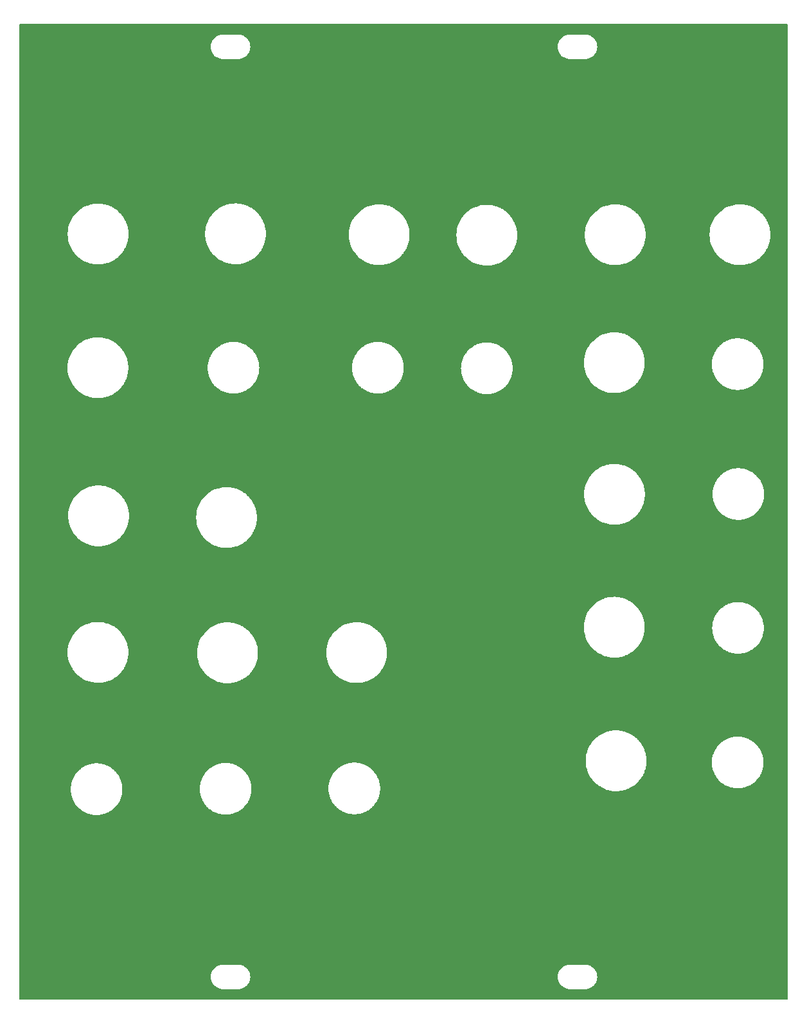
<source format=gbr>
%TF.GenerationSoftware,KiCad,Pcbnew,7.0.9*%
%TF.CreationDate,2024-05-31T23:55:29+01:00*%
%TF.ProjectId,VCOInterface,56434f49-6e74-4657-9266-6163652e6b69,rev?*%
%TF.SameCoordinates,Original*%
%TF.FileFunction,Copper,L1,Top*%
%TF.FilePolarity,Positive*%
%FSLAX46Y46*%
G04 Gerber Fmt 4.6, Leading zero omitted, Abs format (unit mm)*
G04 Created by KiCad (PCBNEW 7.0.9) date 2024-05-31 23:55:29*
%MOMM*%
%LPD*%
G01*
G04 APERTURE LIST*
G04 APERTURE END LIST*
%TA.AperFunction,NonConductor*%
G36*
X176783049Y-37520185D02*
G01*
X176828804Y-37572989D01*
X176840009Y-37624488D01*
X176848095Y-141514789D01*
X176849500Y-159575000D01*
X176849500Y-165875500D01*
X176829815Y-165942539D01*
X176777011Y-165988294D01*
X176725500Y-165999500D01*
X75674500Y-165999500D01*
X75607461Y-165979815D01*
X75561706Y-165927011D01*
X75550500Y-165875500D01*
X75550500Y-163000004D01*
X100795012Y-163000004D01*
X100812937Y-163239208D01*
X100866314Y-163473067D01*
X100866317Y-163473079D01*
X100866319Y-163473084D01*
X100953953Y-163696372D01*
X100953956Y-163696378D01*
X101073897Y-163904122D01*
X101223461Y-164091669D01*
X101399306Y-164254830D01*
X101597506Y-164389960D01*
X101813628Y-164494039D01*
X101813629Y-164494039D01*
X101813632Y-164494041D01*
X102042857Y-164564748D01*
X102042858Y-164564748D01*
X102042861Y-164564749D01*
X102280051Y-164600499D01*
X102280056Y-164600499D01*
X102280059Y-164600500D01*
X102280060Y-164600500D01*
X104519940Y-164600500D01*
X104519941Y-164600500D01*
X104526576Y-164599500D01*
X104757138Y-164564749D01*
X104757139Y-164564748D01*
X104757143Y-164564748D01*
X104986368Y-164494041D01*
X105202494Y-164389960D01*
X105400694Y-164254830D01*
X105576539Y-164091669D01*
X105726103Y-163904122D01*
X105846044Y-163696378D01*
X105933683Y-163473079D01*
X105987062Y-163239211D01*
X106004988Y-163000004D01*
X146515012Y-163000004D01*
X146532937Y-163239208D01*
X146586314Y-163473067D01*
X146586317Y-163473079D01*
X146586319Y-163473084D01*
X146673953Y-163696372D01*
X146673956Y-163696378D01*
X146793897Y-163904122D01*
X146943461Y-164091669D01*
X147119306Y-164254830D01*
X147317506Y-164389960D01*
X147533628Y-164494039D01*
X147533629Y-164494039D01*
X147533632Y-164494041D01*
X147762857Y-164564748D01*
X147762858Y-164564748D01*
X147762861Y-164564749D01*
X148000051Y-164600499D01*
X148000056Y-164600499D01*
X148000059Y-164600500D01*
X148000060Y-164600500D01*
X150239940Y-164600500D01*
X150239941Y-164600500D01*
X150246576Y-164599500D01*
X150477138Y-164564749D01*
X150477139Y-164564748D01*
X150477143Y-164564748D01*
X150706368Y-164494041D01*
X150922494Y-164389960D01*
X151120694Y-164254830D01*
X151296539Y-164091669D01*
X151446103Y-163904122D01*
X151566044Y-163696378D01*
X151653683Y-163473079D01*
X151707062Y-163239211D01*
X151724988Y-163000000D01*
X151707062Y-162760789D01*
X151653683Y-162526921D01*
X151566044Y-162303622D01*
X151446103Y-162095878D01*
X151296539Y-161908331D01*
X151120694Y-161745170D01*
X150922494Y-161610040D01*
X150922485Y-161610035D01*
X150706370Y-161505960D01*
X150706372Y-161505960D01*
X150477144Y-161435252D01*
X150477138Y-161435250D01*
X150239948Y-161399500D01*
X150239941Y-161399500D01*
X150120099Y-161399500D01*
X148120500Y-161399500D01*
X148120000Y-161399500D01*
X148000059Y-161399500D01*
X148000051Y-161399500D01*
X147762861Y-161435250D01*
X147762855Y-161435252D01*
X147533628Y-161505960D01*
X147317514Y-161610035D01*
X147317505Y-161610040D01*
X147119308Y-161745168D01*
X146943463Y-161908329D01*
X146943460Y-161908331D01*
X146793897Y-162095878D01*
X146673957Y-162303619D01*
X146673953Y-162303627D01*
X146586319Y-162526915D01*
X146586314Y-162526932D01*
X146532937Y-162760791D01*
X146515012Y-162999995D01*
X146515012Y-163000004D01*
X106004988Y-163000004D01*
X106004988Y-163000000D01*
X105987062Y-162760789D01*
X105933683Y-162526921D01*
X105846044Y-162303622D01*
X105726103Y-162095878D01*
X105576539Y-161908331D01*
X105400694Y-161745170D01*
X105202494Y-161610040D01*
X105202485Y-161610035D01*
X104986370Y-161505960D01*
X104986372Y-161505960D01*
X104757144Y-161435252D01*
X104757138Y-161435250D01*
X104519948Y-161399500D01*
X104519941Y-161399500D01*
X104400099Y-161399500D01*
X102400500Y-161399500D01*
X102400000Y-161399500D01*
X102280059Y-161399500D01*
X102280051Y-161399500D01*
X102042861Y-161435250D01*
X102042855Y-161435252D01*
X101813628Y-161505960D01*
X101597514Y-161610035D01*
X101597505Y-161610040D01*
X101399308Y-161745168D01*
X101223463Y-161908329D01*
X101223460Y-161908331D01*
X101073897Y-162095878D01*
X100953957Y-162303619D01*
X100953953Y-162303627D01*
X100866319Y-162526915D01*
X100866314Y-162526932D01*
X100812937Y-162760791D01*
X100795012Y-162999995D01*
X100795012Y-163000004D01*
X75550500Y-163000004D01*
X75550500Y-138280000D01*
X82332362Y-138280000D01*
X82339638Y-138414207D01*
X82340258Y-138425631D01*
X82340349Y-138428989D01*
X82340349Y-138464207D01*
X82342054Y-138479885D01*
X82344155Y-138499208D01*
X82344427Y-138502553D01*
X82352324Y-138648192D01*
X82352327Y-138648216D01*
X82375920Y-138792120D01*
X82376373Y-138795447D01*
X82380181Y-138830462D01*
X82387754Y-138864869D01*
X82388386Y-138868164D01*
X82411979Y-139012071D01*
X82411984Y-139012094D01*
X82450998Y-139152612D01*
X82451808Y-139155869D01*
X82459379Y-139190259D01*
X82459384Y-139190276D01*
X82470625Y-139223641D01*
X82471610Y-139226849D01*
X82510627Y-139367373D01*
X82510630Y-139367384D01*
X82564609Y-139502859D01*
X82565767Y-139506011D01*
X82571981Y-139524455D01*
X82577016Y-139539396D01*
X82577020Y-139539406D01*
X82591808Y-139571371D01*
X82593135Y-139574455D01*
X82647108Y-139709919D01*
X82647111Y-139709925D01*
X82647113Y-139709930D01*
X82647114Y-139709931D01*
X82715435Y-139838800D01*
X82716927Y-139841808D01*
X82731704Y-139873749D01*
X82731711Y-139873761D01*
X82749855Y-139903917D01*
X82751504Y-139906833D01*
X82765179Y-139932625D01*
X82819829Y-140035708D01*
X82819834Y-140035717D01*
X82835799Y-140059263D01*
X82901691Y-140156445D01*
X82903492Y-140159263D01*
X82921647Y-140189437D01*
X82942952Y-140217465D01*
X82944911Y-140220192D01*
X83026768Y-140340920D01*
X83121182Y-140452073D01*
X83123286Y-140454690D01*
X83144592Y-140482718D01*
X83144594Y-140482720D01*
X83144602Y-140482730D01*
X83168829Y-140508306D01*
X83171057Y-140510790D01*
X83265483Y-140621956D01*
X83277619Y-140633452D01*
X83371370Y-140722258D01*
X83373735Y-140724622D01*
X83397961Y-140750197D01*
X83424809Y-140773002D01*
X83427288Y-140775226D01*
X83533186Y-140875538D01*
X83649308Y-140963812D01*
X83651926Y-140965917D01*
X83678758Y-140988708D01*
X83707902Y-141008468D01*
X83710615Y-141010416D01*
X83826737Y-141098690D01*
X83951699Y-141173877D01*
X83951704Y-141173880D01*
X83954533Y-141175688D01*
X83983686Y-141195454D01*
X84005627Y-141207086D01*
X84014800Y-141211950D01*
X84017722Y-141213602D01*
X84142694Y-141288795D01*
X84142699Y-141288797D01*
X84142702Y-141288799D01*
X84275066Y-141350037D01*
X84278046Y-141351514D01*
X84309185Y-141368023D01*
X84309191Y-141368025D01*
X84309196Y-141368028D01*
X84333856Y-141377852D01*
X84341907Y-141381060D01*
X84344977Y-141382381D01*
X84477353Y-141443625D01*
X84615602Y-141490206D01*
X84618709Y-141491348D01*
X84651434Y-141504387D01*
X84651437Y-141504387D01*
X84651440Y-141504389D01*
X84685347Y-141513803D01*
X84688559Y-141514789D01*
X84801815Y-141552949D01*
X84826790Y-141561364D01*
X84969262Y-141592724D01*
X84972452Y-141593518D01*
X85006420Y-141602949D01*
X85027477Y-141606401D01*
X85041182Y-141608648D01*
X85044472Y-141609279D01*
X85186908Y-141640632D01*
X85331921Y-141656403D01*
X85335231Y-141656855D01*
X85351660Y-141659547D01*
X85369981Y-141662551D01*
X85405177Y-141664459D01*
X85408404Y-141664721D01*
X85553486Y-141680500D01*
X85553491Y-141680500D01*
X85699347Y-141680500D01*
X85702700Y-141680590D01*
X85727521Y-141681936D01*
X85737855Y-141682497D01*
X85737856Y-141682497D01*
X85737857Y-141682497D01*
X85748190Y-141681936D01*
X85773011Y-141680590D01*
X85776365Y-141680500D01*
X85922221Y-141680500D01*
X85922226Y-141680500D01*
X86067307Y-141664721D01*
X86070534Y-141664459D01*
X86105731Y-141662551D01*
X86140516Y-141656848D01*
X86143742Y-141656408D01*
X86288804Y-141640632D01*
X86431269Y-141609272D01*
X86434511Y-141608650D01*
X86469292Y-141602949D01*
X86503284Y-141593510D01*
X86506431Y-141592728D01*
X86648922Y-141561364D01*
X86787172Y-141514782D01*
X86790309Y-141513818D01*
X86824278Y-141504387D01*
X86857027Y-141491338D01*
X86860075Y-141490218D01*
X86998359Y-141443625D01*
X87130725Y-141382385D01*
X87133806Y-141381060D01*
X87133812Y-141381058D01*
X87166527Y-141368023D01*
X87197665Y-141351514D01*
X87200603Y-141350056D01*
X87333018Y-141288795D01*
X87458015Y-141213586D01*
X87460906Y-141211953D01*
X87471484Y-141206344D01*
X87492026Y-141195454D01*
X87521231Y-141175652D01*
X87523940Y-141173920D01*
X87636254Y-141106344D01*
X87648966Y-141098696D01*
X87648967Y-141098695D01*
X87648968Y-141098694D01*
X87648975Y-141098690D01*
X87765134Y-141010387D01*
X87767775Y-141008490D01*
X87796959Y-140988704D01*
X87823818Y-140965889D01*
X87826387Y-140963824D01*
X87925201Y-140888708D01*
X87942508Y-140875552D01*
X87942510Y-140875549D01*
X87942526Y-140875538D01*
X88048453Y-140775197D01*
X88050868Y-140773031D01*
X88077751Y-140750197D01*
X88101994Y-140724603D01*
X88104330Y-140722268D01*
X88210229Y-140621956D01*
X88304673Y-140510767D01*
X88306849Y-140508341D01*
X88331110Y-140482730D01*
X88352463Y-140454640D01*
X88354489Y-140452119D01*
X88448946Y-140340917D01*
X88530835Y-140220139D01*
X88532732Y-140217499D01*
X88554065Y-140189437D01*
X88572238Y-140159231D01*
X88573995Y-140156483D01*
X88655878Y-140035716D01*
X88724225Y-139906799D01*
X88725829Y-139903962D01*
X88744003Y-139873758D01*
X88758808Y-139841756D01*
X88760255Y-139838840D01*
X88828599Y-139709930D01*
X88882603Y-139574387D01*
X88883883Y-139571413D01*
X88898697Y-139539394D01*
X88909952Y-139505988D01*
X88911090Y-139502889D01*
X88965083Y-139367379D01*
X89004124Y-139226765D01*
X89005056Y-139223729D01*
X89016332Y-139190264D01*
X89023904Y-139155863D01*
X89024703Y-139152646D01*
X89063731Y-139012081D01*
X89087334Y-138868105D01*
X89087948Y-138864905D01*
X89095530Y-138830463D01*
X89099344Y-138795393D01*
X89099780Y-138792188D01*
X89123387Y-138648199D01*
X89131285Y-138502525D01*
X89131552Y-138499240D01*
X89135363Y-138464207D01*
X89136027Y-138415053D01*
X89143350Y-138280000D01*
X89140639Y-138230002D01*
X99342362Y-138230002D01*
X99345073Y-138279997D01*
X99350107Y-138372858D01*
X99350258Y-138375631D01*
X99350349Y-138378989D01*
X99350349Y-138414207D01*
X99351957Y-138428989D01*
X99354155Y-138449208D01*
X99354427Y-138452553D01*
X99362324Y-138598192D01*
X99362327Y-138598216D01*
X99385920Y-138742120D01*
X99386373Y-138745447D01*
X99390181Y-138780462D01*
X99397754Y-138814869D01*
X99398386Y-138818164D01*
X99421979Y-138962071D01*
X99421984Y-138962094D01*
X99460998Y-139102612D01*
X99461808Y-139105869D01*
X99469379Y-139140259D01*
X99469384Y-139140276D01*
X99480625Y-139173641D01*
X99481610Y-139176849D01*
X99520627Y-139317373D01*
X99520630Y-139317384D01*
X99574609Y-139452859D01*
X99575767Y-139456011D01*
X99581981Y-139474455D01*
X99587016Y-139489396D01*
X99587020Y-139489406D01*
X99601808Y-139521371D01*
X99603135Y-139524455D01*
X99657108Y-139659919D01*
X99657111Y-139659925D01*
X99657113Y-139659930D01*
X99657114Y-139659931D01*
X99725435Y-139788800D01*
X99726927Y-139791808D01*
X99741704Y-139823749D01*
X99741708Y-139823755D01*
X99741709Y-139823758D01*
X99752569Y-139841808D01*
X99759855Y-139853917D01*
X99761504Y-139856833D01*
X99770473Y-139873749D01*
X99829829Y-139985708D01*
X99829834Y-139985717D01*
X99861639Y-140032625D01*
X99911691Y-140106445D01*
X99913492Y-140109263D01*
X99931647Y-140139437D01*
X99952952Y-140167465D01*
X99954911Y-140170192D01*
X100036768Y-140290920D01*
X100131182Y-140402073D01*
X100133286Y-140404690D01*
X100154592Y-140432718D01*
X100154594Y-140432720D01*
X100154602Y-140432730D01*
X100178829Y-140458306D01*
X100181057Y-140460790D01*
X100199685Y-140482720D01*
X100275482Y-140571955D01*
X100381370Y-140672258D01*
X100383735Y-140674622D01*
X100407961Y-140700197D01*
X100434809Y-140723002D01*
X100437288Y-140725226D01*
X100543186Y-140825538D01*
X100659308Y-140913812D01*
X100661926Y-140915917D01*
X100688758Y-140938708D01*
X100717902Y-140958468D01*
X100720615Y-140960416D01*
X100836737Y-141048690D01*
X100961699Y-141123877D01*
X100961704Y-141123880D01*
X100964533Y-141125688D01*
X100993686Y-141145454D01*
X101015627Y-141157086D01*
X101024800Y-141161950D01*
X101027722Y-141163602D01*
X101152694Y-141238795D01*
X101152699Y-141238797D01*
X101152702Y-141238799D01*
X101285066Y-141300037D01*
X101288046Y-141301514D01*
X101319185Y-141318023D01*
X101319191Y-141318025D01*
X101319196Y-141318028D01*
X101343856Y-141327852D01*
X101351907Y-141331060D01*
X101354977Y-141332381D01*
X101487353Y-141393625D01*
X101625602Y-141440206D01*
X101628709Y-141441348D01*
X101661434Y-141454387D01*
X101661437Y-141454387D01*
X101661440Y-141454389D01*
X101695347Y-141463803D01*
X101698559Y-141464789D01*
X101811815Y-141502949D01*
X101836790Y-141511364D01*
X101979262Y-141542724D01*
X101982452Y-141543518D01*
X102016420Y-141552949D01*
X102037477Y-141556401D01*
X102051182Y-141558648D01*
X102054472Y-141559279D01*
X102196908Y-141590632D01*
X102341921Y-141606403D01*
X102345231Y-141606855D01*
X102361660Y-141609547D01*
X102379981Y-141612551D01*
X102415177Y-141614459D01*
X102418404Y-141614721D01*
X102563486Y-141630500D01*
X102563491Y-141630500D01*
X102709347Y-141630500D01*
X102712700Y-141630590D01*
X102737521Y-141631936D01*
X102747855Y-141632497D01*
X102747856Y-141632497D01*
X102747857Y-141632497D01*
X102758190Y-141631936D01*
X102783011Y-141630590D01*
X102786365Y-141630500D01*
X102932221Y-141630500D01*
X102932226Y-141630500D01*
X103077307Y-141614721D01*
X103080534Y-141614459D01*
X103115731Y-141612551D01*
X103150516Y-141606848D01*
X103153742Y-141606408D01*
X103298804Y-141590632D01*
X103441269Y-141559272D01*
X103444511Y-141558650D01*
X103479292Y-141552949D01*
X103513284Y-141543510D01*
X103516431Y-141542728D01*
X103658922Y-141511364D01*
X103797172Y-141464782D01*
X103800309Y-141463818D01*
X103834278Y-141454387D01*
X103867027Y-141441338D01*
X103870075Y-141440218D01*
X104008359Y-141393625D01*
X104140725Y-141332385D01*
X104143806Y-141331060D01*
X104143812Y-141331058D01*
X104176527Y-141318023D01*
X104207665Y-141301514D01*
X104210603Y-141300056D01*
X104343018Y-141238795D01*
X104468015Y-141163586D01*
X104470906Y-141161953D01*
X104481484Y-141156344D01*
X104502026Y-141145454D01*
X104531231Y-141125652D01*
X104533940Y-141123920D01*
X104635576Y-141062768D01*
X104658966Y-141048696D01*
X104658967Y-141048695D01*
X104658968Y-141048694D01*
X104658975Y-141048690D01*
X104775134Y-140960387D01*
X104777775Y-140958490D01*
X104806959Y-140938704D01*
X104833818Y-140915889D01*
X104836387Y-140913824D01*
X104952526Y-140825538D01*
X105058453Y-140725197D01*
X105060868Y-140723031D01*
X105087751Y-140700197D01*
X105111994Y-140674603D01*
X105114330Y-140672268D01*
X105220229Y-140571956D01*
X105314673Y-140460767D01*
X105316849Y-140458341D01*
X105341110Y-140432730D01*
X105362463Y-140404640D01*
X105364489Y-140402119D01*
X105458946Y-140290917D01*
X105540835Y-140170139D01*
X105542732Y-140167499D01*
X105564065Y-140139437D01*
X105582238Y-140109231D01*
X105583995Y-140106483D01*
X105665878Y-139985716D01*
X105734225Y-139856799D01*
X105735829Y-139853962D01*
X105754003Y-139823758D01*
X105768808Y-139791756D01*
X105770255Y-139788840D01*
X105838599Y-139659930D01*
X105892603Y-139524387D01*
X105893883Y-139521413D01*
X105908697Y-139489394D01*
X105919952Y-139455988D01*
X105921090Y-139452889D01*
X105975083Y-139317379D01*
X106014124Y-139176765D01*
X106015056Y-139173729D01*
X106026332Y-139140264D01*
X106033904Y-139105863D01*
X106034703Y-139102646D01*
X106073731Y-138962081D01*
X106097334Y-138818105D01*
X106097948Y-138814905D01*
X106105530Y-138780463D01*
X106109344Y-138745393D01*
X106109780Y-138742188D01*
X106133387Y-138598199D01*
X106141285Y-138452525D01*
X106141552Y-138449240D01*
X106145363Y-138414207D01*
X106146027Y-138365053D01*
X106153350Y-138230000D01*
X106150639Y-138180000D01*
X116302362Y-138180000D01*
X116307097Y-138267341D01*
X116310258Y-138325631D01*
X116310349Y-138328989D01*
X116310349Y-138364207D01*
X116311957Y-138378989D01*
X116314155Y-138399208D01*
X116314427Y-138402553D01*
X116322324Y-138548192D01*
X116322327Y-138548216D01*
X116345920Y-138692120D01*
X116346373Y-138695447D01*
X116350181Y-138730462D01*
X116357754Y-138764869D01*
X116358386Y-138768164D01*
X116381979Y-138912071D01*
X116381984Y-138912094D01*
X116420998Y-139052612D01*
X116421808Y-139055869D01*
X116429379Y-139090259D01*
X116429384Y-139090276D01*
X116440625Y-139123641D01*
X116441610Y-139126849D01*
X116480627Y-139267373D01*
X116480630Y-139267384D01*
X116534609Y-139402859D01*
X116535767Y-139406011D01*
X116547016Y-139439396D01*
X116547020Y-139439406D01*
X116561808Y-139471371D01*
X116563135Y-139474455D01*
X116617108Y-139609919D01*
X116617111Y-139609925D01*
X116617113Y-139609930D01*
X116617114Y-139609931D01*
X116685435Y-139738800D01*
X116686927Y-139741808D01*
X116701704Y-139773749D01*
X116701708Y-139773755D01*
X116701709Y-139773758D01*
X116712569Y-139791808D01*
X116719855Y-139803917D01*
X116721504Y-139806833D01*
X116730473Y-139823749D01*
X116789829Y-139935708D01*
X116789834Y-139935717D01*
X116821639Y-139982625D01*
X116871691Y-140056445D01*
X116873492Y-140059263D01*
X116891647Y-140089437D01*
X116912952Y-140117465D01*
X116914911Y-140120192D01*
X116996768Y-140240920D01*
X117091182Y-140352073D01*
X117093286Y-140354690D01*
X117114592Y-140382718D01*
X117114594Y-140382720D01*
X117114602Y-140382730D01*
X117138829Y-140408306D01*
X117141057Y-140410790D01*
X117159685Y-140432720D01*
X117235482Y-140521955D01*
X117341370Y-140622258D01*
X117343735Y-140624622D01*
X117367961Y-140650197D01*
X117394809Y-140673002D01*
X117397288Y-140675226D01*
X117503186Y-140775538D01*
X117619308Y-140863812D01*
X117621926Y-140865917D01*
X117648758Y-140888708D01*
X117677902Y-140908468D01*
X117680615Y-140910416D01*
X117796737Y-140998690D01*
X117879833Y-141048687D01*
X117921704Y-141073880D01*
X117924533Y-141075688D01*
X117953686Y-141095454D01*
X117975627Y-141107086D01*
X117984800Y-141111950D01*
X117987722Y-141113602D01*
X118112694Y-141188795D01*
X118112699Y-141188797D01*
X118112702Y-141188799D01*
X118245066Y-141250037D01*
X118248046Y-141251514D01*
X118279185Y-141268023D01*
X118279191Y-141268025D01*
X118279196Y-141268028D01*
X118303856Y-141277852D01*
X118311907Y-141281060D01*
X118314977Y-141282381D01*
X118447353Y-141343625D01*
X118585602Y-141390206D01*
X118588709Y-141391348D01*
X118621434Y-141404387D01*
X118621437Y-141404387D01*
X118621440Y-141404389D01*
X118655347Y-141413803D01*
X118658559Y-141414789D01*
X118744145Y-141443626D01*
X118796790Y-141461364D01*
X118939262Y-141492724D01*
X118942452Y-141493518D01*
X118976420Y-141502949D01*
X119003455Y-141507381D01*
X119011182Y-141508648D01*
X119014472Y-141509279D01*
X119156908Y-141540632D01*
X119301921Y-141556403D01*
X119305231Y-141556855D01*
X119321660Y-141559547D01*
X119339981Y-141562551D01*
X119375177Y-141564459D01*
X119378404Y-141564721D01*
X119523486Y-141580500D01*
X119523491Y-141580500D01*
X119669347Y-141580500D01*
X119672700Y-141580590D01*
X119697521Y-141581936D01*
X119707855Y-141582497D01*
X119707856Y-141582497D01*
X119707857Y-141582497D01*
X119718190Y-141581936D01*
X119743011Y-141580590D01*
X119746365Y-141580500D01*
X119892221Y-141580500D01*
X119892226Y-141580500D01*
X120037307Y-141564721D01*
X120040534Y-141564459D01*
X120075731Y-141562551D01*
X120110516Y-141556848D01*
X120113742Y-141556408D01*
X120258804Y-141540632D01*
X120401269Y-141509272D01*
X120404511Y-141508650D01*
X120439292Y-141502949D01*
X120473284Y-141493510D01*
X120476431Y-141492728D01*
X120618922Y-141461364D01*
X120757172Y-141414782D01*
X120760309Y-141413818D01*
X120794278Y-141404387D01*
X120827027Y-141391338D01*
X120830075Y-141390218D01*
X120968359Y-141343625D01*
X121100725Y-141282385D01*
X121103806Y-141281060D01*
X121103812Y-141281058D01*
X121136527Y-141268023D01*
X121167665Y-141251514D01*
X121170603Y-141250056D01*
X121303018Y-141188795D01*
X121428015Y-141113586D01*
X121430906Y-141111953D01*
X121441484Y-141106344D01*
X121462026Y-141095454D01*
X121491231Y-141075652D01*
X121493940Y-141073920D01*
X121599473Y-141010424D01*
X121618966Y-140998696D01*
X121618967Y-140998695D01*
X121618968Y-140998694D01*
X121618975Y-140998690D01*
X121735134Y-140910387D01*
X121737775Y-140908490D01*
X121766959Y-140888704D01*
X121793818Y-140865889D01*
X121796387Y-140863824D01*
X121912526Y-140775538D01*
X122018453Y-140675197D01*
X122020868Y-140673031D01*
X122047751Y-140650197D01*
X122071994Y-140624603D01*
X122074330Y-140622268D01*
X122180229Y-140521956D01*
X122274673Y-140410767D01*
X122276849Y-140408341D01*
X122301110Y-140382730D01*
X122322463Y-140354640D01*
X122324489Y-140352119D01*
X122418946Y-140240917D01*
X122500835Y-140120139D01*
X122502732Y-140117499D01*
X122524065Y-140089437D01*
X122542238Y-140059231D01*
X122543995Y-140056483D01*
X122625878Y-139935716D01*
X122694225Y-139806799D01*
X122695829Y-139803962D01*
X122714003Y-139773758D01*
X122728808Y-139741756D01*
X122730255Y-139738840D01*
X122798599Y-139609930D01*
X122852603Y-139474387D01*
X122853883Y-139471413D01*
X122868697Y-139439394D01*
X122879952Y-139405988D01*
X122881090Y-139402889D01*
X122935083Y-139267379D01*
X122974124Y-139126765D01*
X122975056Y-139123729D01*
X122986332Y-139090264D01*
X122993904Y-139055863D01*
X122994703Y-139052646D01*
X123033731Y-138912081D01*
X123057334Y-138768105D01*
X123057948Y-138764905D01*
X123065530Y-138730463D01*
X123069344Y-138695393D01*
X123069780Y-138692188D01*
X123093387Y-138548199D01*
X123101285Y-138402525D01*
X123101552Y-138399240D01*
X123105363Y-138364207D01*
X123106027Y-138315053D01*
X123113350Y-138180000D01*
X123106027Y-138044950D01*
X123105363Y-137995793D01*
X123101553Y-137960765D01*
X123101283Y-137957436D01*
X123098809Y-137911801D01*
X123093387Y-137811801D01*
X123069780Y-137667811D01*
X123069344Y-137664606D01*
X123065530Y-137629537D01*
X123057956Y-137595129D01*
X123057331Y-137591871D01*
X123033731Y-137447919D01*
X123008596Y-137357391D01*
X122994714Y-137307391D01*
X122993903Y-137304135D01*
X122986332Y-137269736D01*
X122975071Y-137236316D01*
X122974113Y-137233197D01*
X122935083Y-137092621D01*
X122881094Y-136957119D01*
X122879950Y-136954005D01*
X122868697Y-136920606D01*
X122853893Y-136888608D01*
X122852600Y-136885603D01*
X122798599Y-136750070D01*
X122755193Y-136668198D01*
X122730276Y-136621198D01*
X122728784Y-136618191D01*
X122714007Y-136586251D01*
X122714003Y-136586242D01*
X122695836Y-136556049D01*
X122694218Y-136553187D01*
X122625878Y-136424284D01*
X122544008Y-136303535D01*
X122542213Y-136300726D01*
X122524065Y-136270563D01*
X122524062Y-136270559D01*
X122502752Y-136242525D01*
X122500793Y-136239798D01*
X122418950Y-136119088D01*
X122383437Y-136077279D01*
X122324519Y-136007915D01*
X122322442Y-136005332D01*
X122301110Y-135977270D01*
X122276878Y-135951689D01*
X122274657Y-135949214D01*
X122180229Y-135838044D01*
X122074329Y-135737730D01*
X122071977Y-135735378D01*
X122047751Y-135709803D01*
X122047749Y-135709801D01*
X122047746Y-135709798D01*
X122020912Y-135687005D01*
X122018412Y-135684762D01*
X121963356Y-135632611D01*
X121912526Y-135584462D01*
X121912522Y-135584459D01*
X121912520Y-135584457D01*
X121796414Y-135496195D01*
X121793796Y-135494091D01*
X121766962Y-135471298D01*
X121737832Y-135451547D01*
X121735105Y-135449588D01*
X121618977Y-135361311D01*
X121493996Y-135286112D01*
X121491167Y-135284304D01*
X121462022Y-135264543D01*
X121430917Y-135248053D01*
X121427994Y-135246400D01*
X121303023Y-135171207D01*
X121228078Y-135136534D01*
X121170633Y-135109957D01*
X121167651Y-135108478D01*
X121136527Y-135091977D01*
X121125072Y-135087413D01*
X121103825Y-135078947D01*
X121100741Y-135077621D01*
X121029583Y-135044700D01*
X120968359Y-135016375D01*
X120884559Y-134988139D01*
X120830124Y-134969798D01*
X120826990Y-134968646D01*
X120794278Y-134955613D01*
X120794272Y-134955611D01*
X120794265Y-134955609D01*
X120760346Y-134946191D01*
X120757137Y-134945206D01*
X120618923Y-134898636D01*
X120476481Y-134867281D01*
X120473224Y-134866471D01*
X120439294Y-134857051D01*
X120439287Y-134857050D01*
X120404539Y-134851352D01*
X120401243Y-134850720D01*
X120258809Y-134819369D01*
X120258799Y-134819367D01*
X120113796Y-134803596D01*
X120110473Y-134803143D01*
X120081683Y-134798424D01*
X120075731Y-134797449D01*
X120072356Y-134797266D01*
X120040578Y-134795542D01*
X120037233Y-134795270D01*
X119892229Y-134779500D01*
X119892226Y-134779500D01*
X119746365Y-134779500D01*
X119743011Y-134779409D01*
X119718190Y-134778063D01*
X119707857Y-134777503D01*
X119707855Y-134777503D01*
X119697521Y-134778063D01*
X119672700Y-134779409D01*
X119669347Y-134779500D01*
X119523482Y-134779500D01*
X119378477Y-134795270D01*
X119375132Y-134795542D01*
X119339975Y-134797449D01*
X119305241Y-134803143D01*
X119301917Y-134803596D01*
X119156909Y-134819367D01*
X119014470Y-134850720D01*
X119011174Y-134851353D01*
X118976426Y-134857049D01*
X118942486Y-134866471D01*
X118939230Y-134867281D01*
X118796782Y-134898637D01*
X118658560Y-134945209D01*
X118655353Y-134946194D01*
X118621440Y-134955611D01*
X118621422Y-134955617D01*
X118588728Y-134968643D01*
X118585577Y-134969801D01*
X118510180Y-134995206D01*
X118447353Y-135016375D01*
X118447347Y-135016377D01*
X118447346Y-135016378D01*
X118447340Y-135016380D01*
X118314974Y-135077617D01*
X118311892Y-135078943D01*
X118279188Y-135091975D01*
X118279187Y-135091975D01*
X118248066Y-135108474D01*
X118245059Y-135109965D01*
X118112699Y-135171202D01*
X117987711Y-135246403D01*
X117984789Y-135248056D01*
X117953686Y-135264545D01*
X117924545Y-135284302D01*
X117921718Y-135286109D01*
X117796743Y-135361306D01*
X117796740Y-135361307D01*
X117796737Y-135361310D01*
X117790211Y-135366271D01*
X117680619Y-135449579D01*
X117677894Y-135451536D01*
X117648755Y-135471294D01*
X117648748Y-135471299D01*
X117621909Y-135494095D01*
X117619294Y-135496198D01*
X117556293Y-135544091D01*
X117503186Y-135584462D01*
X117503183Y-135584464D01*
X117503180Y-135584467D01*
X117503174Y-135584472D01*
X117397294Y-135684766D01*
X117394796Y-135687007D01*
X117367966Y-135709797D01*
X117343752Y-135735357D01*
X117341380Y-135737730D01*
X117235490Y-135838036D01*
X117235483Y-135838044D01*
X117141064Y-135949201D01*
X117138823Y-135951698D01*
X117114605Y-135977266D01*
X117114594Y-135977279D01*
X117093291Y-136005303D01*
X117091188Y-136007919D01*
X116996771Y-136119075D01*
X116914914Y-136239801D01*
X116912958Y-136242525D01*
X116891649Y-136270559D01*
X116891642Y-136270568D01*
X116873497Y-136300726D01*
X116871690Y-136303554D01*
X116789831Y-136424286D01*
X116721511Y-136553152D01*
X116719860Y-136556073D01*
X116701711Y-136586237D01*
X116701705Y-136586248D01*
X116686922Y-136618198D01*
X116685432Y-136621203D01*
X116617111Y-136750073D01*
X116563132Y-136885550D01*
X116561806Y-136888633D01*
X116547016Y-136920601D01*
X116547011Y-136920614D01*
X116535764Y-136953994D01*
X116534606Y-136957144D01*
X116480632Y-137092608D01*
X116480626Y-137092626D01*
X116441609Y-137233154D01*
X116440624Y-137236363D01*
X116429381Y-137269729D01*
X116421807Y-137304134D01*
X116420997Y-137307389D01*
X116381981Y-137447917D01*
X116381979Y-137447929D01*
X116358385Y-137591838D01*
X116357753Y-137595132D01*
X116350181Y-137629543D01*
X116346375Y-137664533D01*
X116345922Y-137667860D01*
X116322325Y-137811797D01*
X116322324Y-137811807D01*
X116314427Y-137957445D01*
X116314155Y-137960789D01*
X116311772Y-137982708D01*
X116310349Y-137995793D01*
X116310349Y-137995798D01*
X116310349Y-138031009D01*
X116310258Y-138034366D01*
X116305902Y-138114717D01*
X116302362Y-138180000D01*
X106150639Y-138180000D01*
X106146027Y-138094950D01*
X106145363Y-138045793D01*
X106141553Y-138010765D01*
X106141283Y-138007436D01*
X106140652Y-137995793D01*
X106133387Y-137861801D01*
X106109780Y-137717811D01*
X106109344Y-137714606D01*
X106105530Y-137679537D01*
X106097956Y-137645129D01*
X106097331Y-137641871D01*
X106073731Y-137497919D01*
X106048596Y-137407391D01*
X106034714Y-137357391D01*
X106033903Y-137354135D01*
X106026332Y-137319736D01*
X106015071Y-137286316D01*
X106014113Y-137283197D01*
X105975083Y-137142621D01*
X105921094Y-137007119D01*
X105919950Y-137004005D01*
X105908697Y-136970606D01*
X105893893Y-136938608D01*
X105892600Y-136935603D01*
X105838599Y-136800070D01*
X105795193Y-136718198D01*
X105770276Y-136671198D01*
X105768784Y-136668191D01*
X105755400Y-136639263D01*
X105754003Y-136636242D01*
X105735836Y-136606049D01*
X105734218Y-136603187D01*
X105665878Y-136474284D01*
X105584008Y-136353535D01*
X105582213Y-136350726D01*
X105564065Y-136320563D01*
X105562725Y-136318800D01*
X105542752Y-136292525D01*
X105540793Y-136289798D01*
X105458950Y-136169088D01*
X105419556Y-136122710D01*
X105364519Y-136057915D01*
X105362442Y-136055332D01*
X105341110Y-136027270D01*
X105316878Y-136001689D01*
X105314657Y-135999214D01*
X105220229Y-135888044D01*
X105114329Y-135787730D01*
X105111977Y-135785378D01*
X105087751Y-135759803D01*
X105087749Y-135759801D01*
X105087746Y-135759798D01*
X105060912Y-135737005D01*
X105058412Y-135734762D01*
X104990334Y-135670276D01*
X104952526Y-135634462D01*
X104952522Y-135634459D01*
X104952520Y-135634457D01*
X104836414Y-135546195D01*
X104833796Y-135544091D01*
X104806962Y-135521298D01*
X104777832Y-135501547D01*
X104775105Y-135499588D01*
X104658977Y-135411311D01*
X104533996Y-135336112D01*
X104531167Y-135334304D01*
X104502022Y-135314543D01*
X104470917Y-135298053D01*
X104467994Y-135296400D01*
X104343023Y-135221207D01*
X104269978Y-135187413D01*
X104210633Y-135159957D01*
X104207651Y-135158478D01*
X104176527Y-135141977D01*
X104162866Y-135136534D01*
X104143825Y-135128947D01*
X104140741Y-135127621D01*
X104053832Y-135087413D01*
X104008359Y-135066375D01*
X103924559Y-135038139D01*
X103870124Y-135019798D01*
X103866990Y-135018646D01*
X103834278Y-135005613D01*
X103834272Y-135005611D01*
X103834265Y-135005609D01*
X103800346Y-134996191D01*
X103797137Y-134995206D01*
X103658923Y-134948636D01*
X103516481Y-134917281D01*
X103513224Y-134916471D01*
X103479294Y-134907051D01*
X103479287Y-134907050D01*
X103444539Y-134901352D01*
X103441243Y-134900720D01*
X103298809Y-134869369D01*
X103298799Y-134869367D01*
X103153796Y-134853596D01*
X103150473Y-134853143D01*
X103121683Y-134848424D01*
X103115731Y-134847449D01*
X103112356Y-134847266D01*
X103080578Y-134845542D01*
X103077233Y-134845270D01*
X102932229Y-134829500D01*
X102932226Y-134829500D01*
X102786365Y-134829500D01*
X102783011Y-134829409D01*
X102758190Y-134828063D01*
X102747857Y-134827503D01*
X102747855Y-134827503D01*
X102737521Y-134828063D01*
X102712700Y-134829409D01*
X102709347Y-134829500D01*
X102563482Y-134829500D01*
X102418477Y-134845270D01*
X102415132Y-134845542D01*
X102379975Y-134847449D01*
X102345241Y-134853143D01*
X102341917Y-134853596D01*
X102196909Y-134869367D01*
X102054470Y-134900720D01*
X102051174Y-134901353D01*
X102016426Y-134907049D01*
X101982486Y-134916471D01*
X101979230Y-134917281D01*
X101836782Y-134948637D01*
X101698560Y-134995209D01*
X101695353Y-134996194D01*
X101661440Y-135005611D01*
X101661422Y-135005617D01*
X101628728Y-135018643D01*
X101625577Y-135019801D01*
X101550180Y-135045206D01*
X101487353Y-135066375D01*
X101487347Y-135066377D01*
X101487346Y-135066378D01*
X101487340Y-135066380D01*
X101354974Y-135127617D01*
X101351892Y-135128943D01*
X101319188Y-135141975D01*
X101319187Y-135141975D01*
X101288066Y-135158474D01*
X101285059Y-135159965D01*
X101152699Y-135221202D01*
X101027711Y-135296403D01*
X101024789Y-135298056D01*
X100993686Y-135314545D01*
X100964545Y-135334302D01*
X100961718Y-135336109D01*
X100836743Y-135411306D01*
X100836740Y-135411307D01*
X100836737Y-135411310D01*
X100836736Y-135411311D01*
X100720619Y-135499579D01*
X100717894Y-135501536D01*
X100688755Y-135521294D01*
X100688748Y-135521299D01*
X100661909Y-135544095D01*
X100659294Y-135546198D01*
X100596293Y-135594091D01*
X100543186Y-135634462D01*
X100543183Y-135634464D01*
X100543180Y-135634467D01*
X100543174Y-135634472D01*
X100437294Y-135734766D01*
X100434796Y-135737007D01*
X100407966Y-135759797D01*
X100383752Y-135785357D01*
X100381380Y-135787730D01*
X100275490Y-135888036D01*
X100275483Y-135888044D01*
X100181064Y-135999201D01*
X100178823Y-136001698D01*
X100154605Y-136027266D01*
X100154594Y-136027279D01*
X100133291Y-136055303D01*
X100131188Y-136057919D01*
X100036771Y-136169075D01*
X99954914Y-136289801D01*
X99952958Y-136292525D01*
X99931649Y-136320559D01*
X99931642Y-136320568D01*
X99913497Y-136350726D01*
X99911690Y-136353554D01*
X99829831Y-136474286D01*
X99761511Y-136603152D01*
X99759860Y-136606073D01*
X99741711Y-136636237D01*
X99741705Y-136636248D01*
X99726922Y-136668198D01*
X99725432Y-136671203D01*
X99657111Y-136800073D01*
X99603132Y-136935550D01*
X99601806Y-136938633D01*
X99587016Y-136970601D01*
X99587011Y-136970614D01*
X99575764Y-137003994D01*
X99574606Y-137007144D01*
X99520632Y-137142608D01*
X99520626Y-137142626D01*
X99481609Y-137283154D01*
X99480624Y-137286363D01*
X99469381Y-137319729D01*
X99461807Y-137354134D01*
X99460997Y-137357389D01*
X99421981Y-137497917D01*
X99421979Y-137497929D01*
X99398385Y-137641838D01*
X99397753Y-137645132D01*
X99390181Y-137679543D01*
X99386375Y-137714533D01*
X99385922Y-137717860D01*
X99362325Y-137861797D01*
X99362324Y-137861807D01*
X99354427Y-138007445D01*
X99354155Y-138010789D01*
X99353660Y-138015345D01*
X99350349Y-138045793D01*
X99350349Y-138045798D01*
X99350349Y-138081009D01*
X99350258Y-138084365D01*
X99349684Y-138094960D01*
X99342362Y-138229997D01*
X99342362Y-138230002D01*
X89140639Y-138230002D01*
X89136027Y-138144950D01*
X89136025Y-138144727D01*
X89135363Y-138095793D01*
X89131553Y-138060765D01*
X89131283Y-138057436D01*
X89130412Y-138041364D01*
X89123387Y-137911801D01*
X89099780Y-137767811D01*
X89099344Y-137764606D01*
X89095530Y-137729537D01*
X89087956Y-137695129D01*
X89087331Y-137691871D01*
X89063731Y-137547919D01*
X89035966Y-137447917D01*
X89024714Y-137407391D01*
X89023903Y-137404135D01*
X89016332Y-137369736D01*
X89005071Y-137336316D01*
X89004113Y-137333197D01*
X88965083Y-137192621D01*
X88911094Y-137057119D01*
X88909950Y-137054005D01*
X88898697Y-137020606D01*
X88883893Y-136988608D01*
X88882600Y-136985603D01*
X88828599Y-136850070D01*
X88783626Y-136765242D01*
X88760276Y-136721198D01*
X88758784Y-136718191D01*
X88744007Y-136686251D01*
X88744003Y-136686242D01*
X88725836Y-136656049D01*
X88724218Y-136653187D01*
X88655878Y-136524284D01*
X88574008Y-136403535D01*
X88572213Y-136400726D01*
X88554065Y-136370563D01*
X88554062Y-136370559D01*
X88532752Y-136342525D01*
X88530793Y-136339798D01*
X88448950Y-136219088D01*
X88448939Y-136219075D01*
X88354519Y-136107915D01*
X88352442Y-136105332D01*
X88331110Y-136077270D01*
X88306878Y-136051689D01*
X88304657Y-136049214D01*
X88210229Y-135938044D01*
X88104329Y-135837730D01*
X88101977Y-135835378D01*
X88077751Y-135809803D01*
X88077749Y-135809801D01*
X88077746Y-135809798D01*
X88050912Y-135787005D01*
X88048412Y-135784762D01*
X87969276Y-135709801D01*
X87942526Y-135684462D01*
X87942522Y-135684459D01*
X87942520Y-135684457D01*
X87826414Y-135596195D01*
X87823796Y-135594091D01*
X87796962Y-135571298D01*
X87767832Y-135551547D01*
X87765105Y-135549588D01*
X87648977Y-135461311D01*
X87523996Y-135386112D01*
X87521167Y-135384304D01*
X87492022Y-135364543D01*
X87460917Y-135348053D01*
X87457994Y-135346400D01*
X87333023Y-135271207D01*
X87279403Y-135246400D01*
X87200633Y-135209957D01*
X87197651Y-135208478D01*
X87166527Y-135191977D01*
X87155072Y-135187413D01*
X87133825Y-135178947D01*
X87130741Y-135177621D01*
X87041932Y-135136534D01*
X86998359Y-135116375D01*
X86887265Y-135078943D01*
X86860124Y-135069798D01*
X86856990Y-135068646D01*
X86824278Y-135055613D01*
X86824272Y-135055611D01*
X86824265Y-135055609D01*
X86790346Y-135046191D01*
X86787137Y-135045206D01*
X86648923Y-134998636D01*
X86506481Y-134967281D01*
X86503224Y-134966471D01*
X86469294Y-134957051D01*
X86469287Y-134957050D01*
X86434539Y-134951352D01*
X86431243Y-134950720D01*
X86288809Y-134919369D01*
X86288799Y-134919367D01*
X86143796Y-134903596D01*
X86140473Y-134903143D01*
X86111683Y-134898424D01*
X86105731Y-134897449D01*
X86102356Y-134897266D01*
X86070578Y-134895542D01*
X86067233Y-134895270D01*
X85922229Y-134879500D01*
X85922226Y-134879500D01*
X85776365Y-134879500D01*
X85773011Y-134879409D01*
X85748190Y-134878063D01*
X85737857Y-134877503D01*
X85737855Y-134877503D01*
X85727521Y-134878063D01*
X85702700Y-134879409D01*
X85699347Y-134879500D01*
X85553482Y-134879500D01*
X85408477Y-134895270D01*
X85405132Y-134895542D01*
X85369975Y-134897449D01*
X85335241Y-134903143D01*
X85331917Y-134903596D01*
X85186909Y-134919367D01*
X85044470Y-134950720D01*
X85041174Y-134951353D01*
X85006426Y-134957049D01*
X84972486Y-134966471D01*
X84969230Y-134967281D01*
X84826782Y-134998637D01*
X84688560Y-135045209D01*
X84685353Y-135046194D01*
X84651440Y-135055611D01*
X84651422Y-135055617D01*
X84618728Y-135068643D01*
X84615577Y-135069801D01*
X84536242Y-135096533D01*
X84477353Y-135116375D01*
X84477347Y-135116377D01*
X84477346Y-135116378D01*
X84477340Y-135116380D01*
X84344974Y-135177617D01*
X84341892Y-135178943D01*
X84309188Y-135191975D01*
X84309187Y-135191975D01*
X84278066Y-135208474D01*
X84275059Y-135209965D01*
X84142699Y-135271202D01*
X84017711Y-135346403D01*
X84014789Y-135348056D01*
X83983686Y-135364545D01*
X83954545Y-135384302D01*
X83951718Y-135386109D01*
X83826743Y-135461306D01*
X83826740Y-135461307D01*
X83826737Y-135461310D01*
X83813598Y-135471298D01*
X83710619Y-135549579D01*
X83707894Y-135551536D01*
X83678755Y-135571294D01*
X83678748Y-135571299D01*
X83651909Y-135594095D01*
X83649294Y-135596198D01*
X83572354Y-135654686D01*
X83533186Y-135684462D01*
X83533183Y-135684464D01*
X83533180Y-135684467D01*
X83533174Y-135684472D01*
X83427294Y-135784766D01*
X83424796Y-135787007D01*
X83397966Y-135809797D01*
X83373752Y-135835357D01*
X83371380Y-135837730D01*
X83265490Y-135938036D01*
X83265483Y-135938044D01*
X83171064Y-136049201D01*
X83168823Y-136051698D01*
X83144605Y-136077266D01*
X83144594Y-136077279D01*
X83123291Y-136105303D01*
X83121188Y-136107919D01*
X83026771Y-136219075D01*
X82944914Y-136339801D01*
X82942958Y-136342525D01*
X82921649Y-136370559D01*
X82921642Y-136370568D01*
X82903497Y-136400726D01*
X82901690Y-136403554D01*
X82819831Y-136524286D01*
X82751511Y-136653152D01*
X82749860Y-136656073D01*
X82731711Y-136686237D01*
X82731705Y-136686248D01*
X82716922Y-136718198D01*
X82715432Y-136721203D01*
X82647111Y-136850073D01*
X82593132Y-136985550D01*
X82591806Y-136988633D01*
X82577016Y-137020601D01*
X82577011Y-137020614D01*
X82565764Y-137053994D01*
X82564606Y-137057144D01*
X82510632Y-137192608D01*
X82510626Y-137192626D01*
X82471609Y-137333154D01*
X82470624Y-137336363D01*
X82459381Y-137369729D01*
X82451807Y-137404134D01*
X82450997Y-137407389D01*
X82411981Y-137547917D01*
X82411979Y-137547929D01*
X82388385Y-137691838D01*
X82387753Y-137695132D01*
X82380181Y-137729543D01*
X82376375Y-137764533D01*
X82375922Y-137767860D01*
X82352325Y-137911797D01*
X82352324Y-137911807D01*
X82344427Y-138057445D01*
X82344155Y-138060789D01*
X82341957Y-138081009D01*
X82340349Y-138095793D01*
X82340349Y-138095798D01*
X82340349Y-138131009D01*
X82340258Y-138134365D01*
X82332362Y-138280000D01*
X75550500Y-138280000D01*
X75550500Y-134540000D01*
X150194675Y-134540000D01*
X150213962Y-134932591D01*
X150213962Y-134932597D01*
X150213963Y-134932599D01*
X150242978Y-135128200D01*
X150271467Y-135320264D01*
X150271637Y-135321406D01*
X150367143Y-135702684D01*
X150499561Y-136072770D01*
X150499562Y-136072772D01*
X150667620Y-136428100D01*
X150867754Y-136762003D01*
X150869694Y-136765239D01*
X151103835Y-137080942D01*
X151103846Y-137080956D01*
X151367807Y-137372192D01*
X151659043Y-137636153D01*
X151659049Y-137636158D01*
X151974761Y-137870306D01*
X152063720Y-137923626D01*
X152311899Y-138072379D01*
X152311902Y-138072380D01*
X152311903Y-138072381D01*
X152667228Y-138240438D01*
X152733478Y-138264142D01*
X152737710Y-138265804D01*
X152737726Y-138265812D01*
X152742278Y-138267341D01*
X152744580Y-138268115D01*
X152777797Y-138280000D01*
X153037316Y-138372857D01*
X153109701Y-138390988D01*
X153114342Y-138392348D01*
X153115964Y-138392893D01*
X153125398Y-138395046D01*
X153131055Y-138396338D01*
X153418595Y-138468363D01*
X153418597Y-138468363D01*
X153418600Y-138468364D01*
X153496298Y-138479889D01*
X153500964Y-138480767D01*
X153504975Y-138481683D01*
X153526961Y-138484437D01*
X153807409Y-138526038D01*
X153889805Y-138530085D01*
X153894453Y-138530490D01*
X153900894Y-138531298D01*
X153928451Y-138531984D01*
X154200000Y-138545325D01*
X154286410Y-138541079D01*
X154290948Y-138541024D01*
X154299785Y-138541245D01*
X154331630Y-138538858D01*
X154592591Y-138526038D01*
X154682157Y-138512752D01*
X154686589Y-138512258D01*
X154697684Y-138511427D01*
X154732614Y-138505267D01*
X154981400Y-138468364D01*
X155073210Y-138445366D01*
X155077426Y-138444468D01*
X155090638Y-138442139D01*
X155127470Y-138431775D01*
X155362684Y-138372857D01*
X155455677Y-138339583D01*
X155459689Y-138338303D01*
X155474739Y-138334069D01*
X155512402Y-138319287D01*
X155732772Y-138240438D01*
X155825823Y-138196427D01*
X155829584Y-138194803D01*
X155844432Y-138188975D01*
X155846170Y-138188294D01*
X155846172Y-138188293D01*
X155883666Y-138169069D01*
X156088097Y-138072381D01*
X156179970Y-138017313D01*
X156183479Y-138015365D01*
X156201245Y-138006258D01*
X156237707Y-137982708D01*
X156425239Y-137870306D01*
X156514691Y-137803963D01*
X156517931Y-137801719D01*
X156536428Y-137789773D01*
X156570986Y-137762212D01*
X156740951Y-137636158D01*
X156826664Y-137558471D01*
X156829573Y-137555997D01*
X156848391Y-137540991D01*
X156880418Y-137509751D01*
X157032192Y-137372192D01*
X157112796Y-137283258D01*
X157115398Y-137280559D01*
X157134032Y-137262384D01*
X157162925Y-137227951D01*
X157194949Y-137192618D01*
X157296158Y-137080951D01*
X157298899Y-137077256D01*
X157313820Y-137057137D01*
X157370308Y-136980971D01*
X157372554Y-136978124D01*
X157390514Y-136956721D01*
X157415800Y-136919632D01*
X157530306Y-136765239D01*
X157596613Y-136654611D01*
X157598502Y-136651658D01*
X157615288Y-136627039D01*
X157636630Y-136587847D01*
X157732381Y-136428097D01*
X157789488Y-136307354D01*
X157791027Y-136304325D01*
X157806118Y-136276615D01*
X157823247Y-136235977D01*
X157900438Y-136072772D01*
X157946989Y-135942668D01*
X157948226Y-135939496D01*
X157948838Y-135938044D01*
X157961110Y-135908932D01*
X157973912Y-135867422D01*
X158032857Y-135702684D01*
X158067587Y-135564034D01*
X158068452Y-135560936D01*
X158078722Y-135527644D01*
X158086901Y-135487183D01*
X158087501Y-135484530D01*
X158128364Y-135321400D01*
X158150040Y-135175269D01*
X158150583Y-135172163D01*
X158157785Y-135136540D01*
X158161788Y-135096533D01*
X158162137Y-135093714D01*
X158186038Y-134932591D01*
X158193529Y-134780100D01*
X158193757Y-134777051D01*
X158195463Y-134760000D01*
X166812362Y-134760000D01*
X166820147Y-134903596D01*
X166820258Y-134905631D01*
X166820349Y-134908989D01*
X166820349Y-134944207D01*
X166821590Y-134955615D01*
X166824155Y-134979208D01*
X166824427Y-134982553D01*
X166832324Y-135128192D01*
X166832327Y-135128216D01*
X166855920Y-135272120D01*
X166856373Y-135275447D01*
X166860181Y-135310462D01*
X166867754Y-135344869D01*
X166868386Y-135348164D01*
X166891979Y-135492071D01*
X166891984Y-135492094D01*
X166930998Y-135632612D01*
X166931808Y-135635869D01*
X166939379Y-135670259D01*
X166939384Y-135670276D01*
X166950625Y-135703641D01*
X166951610Y-135706849D01*
X166990627Y-135847373D01*
X166990630Y-135847384D01*
X167028395Y-135942166D01*
X167042380Y-135977266D01*
X167044609Y-135982859D01*
X167045767Y-135986011D01*
X167057016Y-136019396D01*
X167057020Y-136019406D01*
X167071808Y-136051371D01*
X167073135Y-136054455D01*
X167127108Y-136189919D01*
X167127111Y-136189925D01*
X167127113Y-136189930D01*
X167127114Y-136189931D01*
X167195435Y-136318800D01*
X167196927Y-136321808D01*
X167211704Y-136353749D01*
X167211711Y-136353761D01*
X167229855Y-136383917D01*
X167231504Y-136386833D01*
X167240371Y-136403557D01*
X167299829Y-136515708D01*
X167299834Y-136515717D01*
X167327197Y-136556073D01*
X167381691Y-136636445D01*
X167383492Y-136639263D01*
X167401647Y-136669437D01*
X167422952Y-136697465D01*
X167424911Y-136700192D01*
X167506768Y-136820920D01*
X167601182Y-136932073D01*
X167603286Y-136934690D01*
X167624592Y-136962718D01*
X167624594Y-136962720D01*
X167624602Y-136962730D01*
X167648829Y-136988306D01*
X167651057Y-136990790D01*
X167704744Y-137053994D01*
X167745482Y-137101955D01*
X167851370Y-137202258D01*
X167853735Y-137204622D01*
X167877961Y-137230197D01*
X167904809Y-137253002D01*
X167907288Y-137255226D01*
X168013186Y-137355538D01*
X168129308Y-137443812D01*
X168131926Y-137445917D01*
X168158758Y-137468708D01*
X168187902Y-137488468D01*
X168190615Y-137490416D01*
X168306737Y-137578690D01*
X168431699Y-137653877D01*
X168431704Y-137653880D01*
X168434533Y-137655688D01*
X168463686Y-137675454D01*
X168485627Y-137687086D01*
X168494800Y-137691950D01*
X168497722Y-137693602D01*
X168622694Y-137768795D01*
X168622699Y-137768797D01*
X168622702Y-137768799D01*
X168755066Y-137830037D01*
X168758046Y-137831514D01*
X168789185Y-137848023D01*
X168789191Y-137848025D01*
X168789196Y-137848028D01*
X168813856Y-137857852D01*
X168821907Y-137861060D01*
X168824977Y-137862381D01*
X168957353Y-137923625D01*
X169095602Y-137970206D01*
X169098709Y-137971348D01*
X169131434Y-137984387D01*
X169131437Y-137984387D01*
X169131440Y-137984389D01*
X169165347Y-137993803D01*
X169168559Y-137994789D01*
X169289647Y-138035588D01*
X169306790Y-138041364D01*
X169449262Y-138072724D01*
X169452452Y-138073518D01*
X169486420Y-138082949D01*
X169513455Y-138087381D01*
X169521182Y-138088648D01*
X169524472Y-138089279D01*
X169666908Y-138120632D01*
X169811921Y-138136403D01*
X169815231Y-138136855D01*
X169831660Y-138139547D01*
X169849981Y-138142551D01*
X169885177Y-138144459D01*
X169888404Y-138144721D01*
X170033486Y-138160500D01*
X170033491Y-138160500D01*
X170179347Y-138160500D01*
X170182700Y-138160590D01*
X170207521Y-138161936D01*
X170217855Y-138162497D01*
X170217856Y-138162497D01*
X170217857Y-138162497D01*
X170228190Y-138161936D01*
X170253011Y-138160590D01*
X170256365Y-138160500D01*
X170402221Y-138160500D01*
X170402226Y-138160500D01*
X170547307Y-138144721D01*
X170550534Y-138144459D01*
X170585731Y-138142551D01*
X170620516Y-138136848D01*
X170623742Y-138136408D01*
X170768804Y-138120632D01*
X170911269Y-138089272D01*
X170914511Y-138088650D01*
X170949292Y-138082949D01*
X170983284Y-138073510D01*
X170986431Y-138072728D01*
X171128922Y-138041364D01*
X171267172Y-137994782D01*
X171270309Y-137993818D01*
X171304278Y-137984387D01*
X171337027Y-137971338D01*
X171340075Y-137970218D01*
X171478359Y-137923625D01*
X171610725Y-137862385D01*
X171613806Y-137861060D01*
X171613812Y-137861058D01*
X171646527Y-137848023D01*
X171677665Y-137831514D01*
X171680603Y-137830056D01*
X171813018Y-137768795D01*
X171938015Y-137693586D01*
X171940906Y-137691953D01*
X171964313Y-137679543D01*
X171972026Y-137675454D01*
X172001231Y-137655652D01*
X172003940Y-137653920D01*
X172107123Y-137591838D01*
X172128966Y-137578696D01*
X172128967Y-137578695D01*
X172128968Y-137578694D01*
X172128975Y-137578690D01*
X172245134Y-137490387D01*
X172247775Y-137488490D01*
X172276959Y-137468704D01*
X172303818Y-137445889D01*
X172306387Y-137443824D01*
X172406035Y-137368074D01*
X172422508Y-137355552D01*
X172422510Y-137355549D01*
X172422526Y-137355538D01*
X172528453Y-137255197D01*
X172530868Y-137253031D01*
X172557751Y-137230197D01*
X172581994Y-137204603D01*
X172584330Y-137202268D01*
X172690229Y-137101956D01*
X172698163Y-137092616D01*
X172699812Y-137090673D01*
X172784673Y-136990767D01*
X172786849Y-136988341D01*
X172811110Y-136962730D01*
X172832463Y-136934640D01*
X172834489Y-136932119D01*
X172928946Y-136820917D01*
X173010835Y-136700139D01*
X173012732Y-136697499D01*
X173034065Y-136669437D01*
X173052238Y-136639231D01*
X173053995Y-136636483D01*
X173135878Y-136515716D01*
X173204225Y-136386799D01*
X173205829Y-136383962D01*
X173224003Y-136353758D01*
X173238808Y-136321756D01*
X173240255Y-136318840D01*
X173308599Y-136189930D01*
X173362603Y-136054387D01*
X173363883Y-136051413D01*
X173378697Y-136019394D01*
X173389952Y-135985988D01*
X173391090Y-135982889D01*
X173445083Y-135847379D01*
X173484124Y-135706765D01*
X173485056Y-135703729D01*
X173496332Y-135670264D01*
X173503904Y-135635863D01*
X173504703Y-135632646D01*
X173543731Y-135492081D01*
X173567334Y-135348105D01*
X173567948Y-135344905D01*
X173575530Y-135310463D01*
X173579344Y-135275393D01*
X173579780Y-135272188D01*
X173603387Y-135128199D01*
X173611285Y-134982525D01*
X173611552Y-134979240D01*
X173615363Y-134944207D01*
X173616027Y-134895053D01*
X173623350Y-134760000D01*
X173616027Y-134624950D01*
X173615885Y-134614366D01*
X173615363Y-134575793D01*
X173611553Y-134540765D01*
X173611283Y-134537436D01*
X173603387Y-134391801D01*
X173579780Y-134247811D01*
X173579344Y-134244606D01*
X173575530Y-134209537D01*
X173567956Y-134175129D01*
X173567331Y-134171871D01*
X173543731Y-134027919D01*
X173520281Y-133943460D01*
X173504714Y-133887391D01*
X173503903Y-133884135D01*
X173496332Y-133849736D01*
X173485071Y-133816316D01*
X173484113Y-133813197D01*
X173445083Y-133672621D01*
X173391094Y-133537119D01*
X173389950Y-133534005D01*
X173378697Y-133500606D01*
X173363893Y-133468608D01*
X173362600Y-133465603D01*
X173308599Y-133330070D01*
X173270242Y-133257722D01*
X173240276Y-133201198D01*
X173238784Y-133198191D01*
X173224007Y-133166251D01*
X173224003Y-133166242D01*
X173205836Y-133136049D01*
X173204218Y-133133187D01*
X173135878Y-133004284D01*
X173054008Y-132883535D01*
X173052213Y-132880726D01*
X173034065Y-132850563D01*
X173029108Y-132844042D01*
X173012752Y-132822525D01*
X173010793Y-132819798D01*
X172928950Y-132699088D01*
X172834527Y-132587925D01*
X172832442Y-132585332D01*
X172811110Y-132557270D01*
X172786878Y-132531689D01*
X172784657Y-132529214D01*
X172690229Y-132418044D01*
X172584329Y-132317730D01*
X172581977Y-132315378D01*
X172557751Y-132289803D01*
X172557749Y-132289801D01*
X172557746Y-132289798D01*
X172530912Y-132267005D01*
X172528412Y-132264762D01*
X172427348Y-132169030D01*
X172422526Y-132164462D01*
X172422522Y-132164459D01*
X172422520Y-132164457D01*
X172306414Y-132076195D01*
X172303796Y-132074091D01*
X172276962Y-132051298D01*
X172247832Y-132031547D01*
X172245105Y-132029588D01*
X172128977Y-131941311D01*
X172003996Y-131866112D01*
X172001167Y-131864304D01*
X171972022Y-131844543D01*
X171940917Y-131828053D01*
X171937994Y-131826400D01*
X171813023Y-131751207D01*
X171767516Y-131730153D01*
X171680633Y-131689957D01*
X171677651Y-131688478D01*
X171658864Y-131678517D01*
X171646535Y-131671981D01*
X171646529Y-131671978D01*
X171646528Y-131671977D01*
X171646527Y-131671977D01*
X171635072Y-131667413D01*
X171613825Y-131658947D01*
X171610741Y-131657621D01*
X171539583Y-131624700D01*
X171478359Y-131596375D01*
X171394559Y-131568139D01*
X171340124Y-131549798D01*
X171336990Y-131548646D01*
X171304278Y-131535613D01*
X171304272Y-131535611D01*
X171304265Y-131535609D01*
X171270346Y-131526191D01*
X171267137Y-131525206D01*
X171128923Y-131478636D01*
X170986481Y-131447281D01*
X170983224Y-131446471D01*
X170949294Y-131437051D01*
X170949287Y-131437050D01*
X170914539Y-131431352D01*
X170911243Y-131430720D01*
X170768809Y-131399369D01*
X170768799Y-131399367D01*
X170623796Y-131383596D01*
X170620473Y-131383143D01*
X170591683Y-131378424D01*
X170585731Y-131377449D01*
X170582356Y-131377266D01*
X170550578Y-131375542D01*
X170547233Y-131375270D01*
X170402229Y-131359500D01*
X170402226Y-131359500D01*
X170256365Y-131359500D01*
X170253011Y-131359409D01*
X170228190Y-131358063D01*
X170217857Y-131357503D01*
X170217855Y-131357503D01*
X170207521Y-131358063D01*
X170182700Y-131359409D01*
X170179347Y-131359500D01*
X170033482Y-131359500D01*
X169888477Y-131375270D01*
X169885132Y-131375542D01*
X169849975Y-131377449D01*
X169815241Y-131383143D01*
X169811917Y-131383596D01*
X169666909Y-131399367D01*
X169524470Y-131430720D01*
X169521174Y-131431353D01*
X169486426Y-131437049D01*
X169452486Y-131446471D01*
X169449230Y-131447281D01*
X169306782Y-131478637D01*
X169168560Y-131525209D01*
X169165353Y-131526194D01*
X169131440Y-131535611D01*
X169131422Y-131535617D01*
X169098728Y-131548643D01*
X169095577Y-131549801D01*
X169034880Y-131570253D01*
X168957353Y-131596375D01*
X168957347Y-131596377D01*
X168957346Y-131596378D01*
X168957340Y-131596380D01*
X168824974Y-131657617D01*
X168821892Y-131658943D01*
X168789188Y-131671975D01*
X168789187Y-131671975D01*
X168758066Y-131688474D01*
X168755059Y-131689965D01*
X168622699Y-131751202D01*
X168497711Y-131826403D01*
X168494789Y-131828056D01*
X168463686Y-131844545D01*
X168434545Y-131864302D01*
X168431718Y-131866109D01*
X168306743Y-131941306D01*
X168306740Y-131941307D01*
X168306737Y-131941310D01*
X168306736Y-131941311D01*
X168190619Y-132029579D01*
X168187894Y-132031536D01*
X168158755Y-132051294D01*
X168158748Y-132051299D01*
X168131909Y-132074095D01*
X168129294Y-132076198D01*
X168067357Y-132123282D01*
X168013186Y-132164462D01*
X168013183Y-132164464D01*
X168013180Y-132164467D01*
X168013174Y-132164472D01*
X167907294Y-132264766D01*
X167904796Y-132267007D01*
X167877966Y-132289797D01*
X167853752Y-132315357D01*
X167851380Y-132317730D01*
X167745490Y-132418036D01*
X167745483Y-132418044D01*
X167651064Y-132529201D01*
X167648823Y-132531698D01*
X167624605Y-132557266D01*
X167624594Y-132557279D01*
X167603291Y-132585303D01*
X167601188Y-132587919D01*
X167506771Y-132699075D01*
X167424914Y-132819801D01*
X167422958Y-132822525D01*
X167401649Y-132850559D01*
X167401642Y-132850568D01*
X167383497Y-132880726D01*
X167381690Y-132883554D01*
X167299831Y-133004286D01*
X167231511Y-133133152D01*
X167229860Y-133136073D01*
X167211711Y-133166237D01*
X167211705Y-133166248D01*
X167196922Y-133198198D01*
X167195432Y-133201203D01*
X167127111Y-133330073D01*
X167073132Y-133465550D01*
X167071806Y-133468633D01*
X167057016Y-133500601D01*
X167057011Y-133500614D01*
X167045764Y-133533994D01*
X167044606Y-133537144D01*
X166990632Y-133672608D01*
X166990626Y-133672626D01*
X166951609Y-133813154D01*
X166950624Y-133816363D01*
X166939381Y-133849729D01*
X166931807Y-133884134D01*
X166930997Y-133887389D01*
X166891981Y-134027917D01*
X166891979Y-134027929D01*
X166868385Y-134171838D01*
X166867753Y-134175132D01*
X166860181Y-134209543D01*
X166856375Y-134244533D01*
X166855922Y-134247860D01*
X166832325Y-134391797D01*
X166832324Y-134391807D01*
X166824427Y-134537445D01*
X166824155Y-134540789D01*
X166821744Y-134562960D01*
X166820349Y-134575793D01*
X166820349Y-134575798D01*
X166820349Y-134611009D01*
X166820258Y-134614365D01*
X166812362Y-134760000D01*
X158195463Y-134760000D01*
X158197514Y-134739508D01*
X158198189Y-134685240D01*
X158205325Y-134540000D01*
X158198189Y-134394763D01*
X158197514Y-134340498D01*
X158197514Y-134340492D01*
X158193757Y-134302953D01*
X158193529Y-134299896D01*
X158186038Y-134147409D01*
X158162143Y-133986326D01*
X158161783Y-133983418D01*
X158157785Y-133943460D01*
X158150587Y-133907855D01*
X158150036Y-133904704D01*
X158146985Y-133884134D01*
X158128364Y-133758600D01*
X158087505Y-133595482D01*
X158086898Y-133592803D01*
X158078722Y-133552356D01*
X158068457Y-133519078D01*
X158067585Y-133515959D01*
X158032857Y-133377316D01*
X158032854Y-133377307D01*
X158032854Y-133377306D01*
X157973921Y-133212600D01*
X157970404Y-133201198D01*
X157961110Y-133171068D01*
X157959079Y-133166251D01*
X157948224Y-133140499D01*
X157946979Y-133137302D01*
X157900445Y-133007247D01*
X157900438Y-133007229D01*
X157900438Y-133007228D01*
X157900433Y-133007217D01*
X157900430Y-133007210D01*
X157826343Y-132850568D01*
X157823252Y-132844034D01*
X157806125Y-132803401D01*
X157806123Y-132803398D01*
X157806118Y-132803385D01*
X157791042Y-132775701D01*
X157789464Y-132772595D01*
X157732381Y-132651903D01*
X157636632Y-132492155D01*
X157615287Y-132452959D01*
X157598537Y-132428392D01*
X157596596Y-132425360D01*
X157530676Y-132315378D01*
X157530304Y-132314757D01*
X157415807Y-132160377D01*
X157390517Y-132123282D01*
X157372593Y-132101922D01*
X157370288Y-132099001D01*
X157334909Y-132051299D01*
X157296158Y-131999049D01*
X157174032Y-131864304D01*
X157162926Y-131852050D01*
X157134025Y-131817608D01*
X157115428Y-131799470D01*
X157112778Y-131796721D01*
X157032192Y-131707808D01*
X157032188Y-131707805D01*
X157032186Y-131707802D01*
X156880424Y-131570253D01*
X156848394Y-131539011D01*
X156848380Y-131538999D01*
X156829609Y-131524030D01*
X156826638Y-131521504D01*
X156745919Y-131448345D01*
X156740949Y-131443840D01*
X156571010Y-131317804D01*
X156536431Y-131290229D01*
X156536423Y-131290223D01*
X156517951Y-131278292D01*
X156514656Y-131276010D01*
X156425241Y-131209695D01*
X156237706Y-131097291D01*
X156201245Y-131073742D01*
X156201246Y-131073742D01*
X156183526Y-131064658D01*
X156179935Y-131062664D01*
X156088097Y-131007619D01*
X155883688Y-130910940D01*
X155846166Y-130891704D01*
X155829614Y-130885208D01*
X155825771Y-130883547D01*
X155776614Y-130860298D01*
X155732788Y-130839569D01*
X155732777Y-130839564D01*
X155732772Y-130839562D01*
X155732766Y-130839559D01*
X155732752Y-130839554D01*
X155512406Y-130760714D01*
X155474737Y-130745930D01*
X155464732Y-130743115D01*
X155459730Y-130741708D01*
X155455639Y-130740402D01*
X155362682Y-130707142D01*
X155127495Y-130648230D01*
X155090648Y-130637863D01*
X155090638Y-130637861D01*
X155077457Y-130635536D01*
X155073165Y-130634620D01*
X154981409Y-130611637D01*
X154732622Y-130574733D01*
X154709184Y-130570600D01*
X154697684Y-130568573D01*
X154697681Y-130568572D01*
X154697677Y-130568572D01*
X154697670Y-130568571D01*
X154686594Y-130567741D01*
X154682135Y-130567243D01*
X154592602Y-130553963D01*
X154592595Y-130553962D01*
X154592591Y-130553962D01*
X154353027Y-130542192D01*
X154331638Y-130541142D01*
X154299789Y-130538755D01*
X154299785Y-130538755D01*
X154298773Y-130538780D01*
X154290972Y-130538974D01*
X154286393Y-130538918D01*
X154200000Y-130534675D01*
X153928479Y-130548014D01*
X153900905Y-130548701D01*
X153900877Y-130548703D01*
X153894450Y-130549508D01*
X153889794Y-130549913D01*
X153807407Y-130553961D01*
X153573900Y-130588599D01*
X153526993Y-130595557D01*
X153518907Y-130596571D01*
X153504975Y-130598316D01*
X153504972Y-130598317D01*
X153500961Y-130599232D01*
X153496277Y-130600112D01*
X153418607Y-130611634D01*
X153131052Y-130683662D01*
X153115954Y-130687108D01*
X153115945Y-130687111D01*
X153114317Y-130687658D01*
X153109657Y-130689021D01*
X153037320Y-130707141D01*
X152744577Y-130811885D01*
X152737724Y-130814188D01*
X152733404Y-130815883D01*
X152667236Y-130839558D01*
X152667232Y-130839560D01*
X152311899Y-131007620D01*
X151974763Y-131209692D01*
X151659043Y-131443846D01*
X151367807Y-131707807D01*
X151103846Y-131999043D01*
X150869692Y-132314763D01*
X150667620Y-132651899D01*
X150499562Y-133007227D01*
X150499561Y-133007229D01*
X150367143Y-133377315D01*
X150271637Y-133758593D01*
X150231687Y-134027919D01*
X150213962Y-134147409D01*
X150194675Y-134540000D01*
X75550500Y-134540000D01*
X75550500Y-120260000D01*
X81924675Y-120260000D01*
X81943962Y-120652591D01*
X82001467Y-121040264D01*
X82001637Y-121041406D01*
X82097143Y-121422684D01*
X82229561Y-121792770D01*
X82229562Y-121792772D01*
X82397620Y-122148100D01*
X82567579Y-122431658D01*
X82599694Y-122485239D01*
X82833835Y-122800942D01*
X82833846Y-122800956D01*
X83097807Y-123092192D01*
X83389043Y-123356153D01*
X83389049Y-123356158D01*
X83704761Y-123590306D01*
X83704763Y-123590307D01*
X84041899Y-123792379D01*
X84041902Y-123792380D01*
X84041903Y-123792381D01*
X84397228Y-123960438D01*
X84463478Y-123984142D01*
X84467710Y-123985804D01*
X84467726Y-123985812D01*
X84472278Y-123987341D01*
X84474580Y-123988115D01*
X84481078Y-123990440D01*
X84767316Y-124092857D01*
X84839701Y-124110988D01*
X84844342Y-124112348D01*
X84845964Y-124112893D01*
X84855398Y-124115046D01*
X84861055Y-124116338D01*
X85148595Y-124188363D01*
X85148597Y-124188363D01*
X85148600Y-124188364D01*
X85226298Y-124199889D01*
X85230964Y-124200767D01*
X85234975Y-124201683D01*
X85256961Y-124204437D01*
X85537409Y-124246038D01*
X85619805Y-124250085D01*
X85624453Y-124250490D01*
X85630894Y-124251298D01*
X85658451Y-124251984D01*
X85930000Y-124265325D01*
X86016410Y-124261079D01*
X86020948Y-124261024D01*
X86029785Y-124261245D01*
X86061630Y-124258858D01*
X86322591Y-124246038D01*
X86412157Y-124232752D01*
X86416589Y-124232258D01*
X86427684Y-124231427D01*
X86462614Y-124225267D01*
X86711400Y-124188364D01*
X86803210Y-124165366D01*
X86807426Y-124164468D01*
X86820638Y-124162139D01*
X86857470Y-124151775D01*
X87092684Y-124092857D01*
X87185677Y-124059583D01*
X87189689Y-124058303D01*
X87204739Y-124054069D01*
X87242402Y-124039287D01*
X87462772Y-123960438D01*
X87555823Y-123916427D01*
X87559584Y-123914803D01*
X87574432Y-123908975D01*
X87576170Y-123908294D01*
X87576172Y-123908293D01*
X87613666Y-123889069D01*
X87818097Y-123792381D01*
X87909970Y-123737313D01*
X87913479Y-123735365D01*
X87931245Y-123726258D01*
X87967701Y-123702711D01*
X88155239Y-123590306D01*
X88244691Y-123523963D01*
X88247931Y-123521719D01*
X88266428Y-123509773D01*
X88300986Y-123482212D01*
X88470951Y-123356158D01*
X88556664Y-123278471D01*
X88559573Y-123275997D01*
X88578391Y-123260991D01*
X88610418Y-123229751D01*
X88762192Y-123092192D01*
X88842796Y-123003258D01*
X88845398Y-123000559D01*
X88864032Y-122982384D01*
X88892925Y-122947951D01*
X88920970Y-122917007D01*
X89026158Y-122800951D01*
X89028899Y-122797256D01*
X89055785Y-122761003D01*
X89100308Y-122700971D01*
X89102554Y-122698124D01*
X89120514Y-122676721D01*
X89145800Y-122639632D01*
X89260306Y-122485239D01*
X89326613Y-122374611D01*
X89328502Y-122371658D01*
X89345288Y-122347039D01*
X89366630Y-122307847D01*
X89462381Y-122148097D01*
X89519488Y-122027354D01*
X89521027Y-122024325D01*
X89536118Y-121996615D01*
X89553247Y-121955977D01*
X89630438Y-121792772D01*
X89676989Y-121662668D01*
X89678226Y-121659496D01*
X89683325Y-121647400D01*
X89691110Y-121628932D01*
X89703912Y-121587422D01*
X89762857Y-121422684D01*
X89797587Y-121284034D01*
X89798452Y-121280936D01*
X89808722Y-121247644D01*
X89816901Y-121207183D01*
X89817501Y-121204530D01*
X89858364Y-121041400D01*
X89880040Y-120895269D01*
X89880583Y-120892163D01*
X89887785Y-120856540D01*
X89891788Y-120816533D01*
X89892137Y-120813714D01*
X89916038Y-120652591D01*
X89923529Y-120500100D01*
X89923757Y-120497051D01*
X89927514Y-120459508D01*
X89928189Y-120405240D01*
X89932377Y-120320000D01*
X98994675Y-120320000D01*
X99013962Y-120712591D01*
X99013962Y-120712597D01*
X99013963Y-120712599D01*
X99044215Y-120916540D01*
X99071467Y-121100264D01*
X99071637Y-121101406D01*
X99167143Y-121482684D01*
X99299561Y-121852770D01*
X99299562Y-121852772D01*
X99467620Y-122208100D01*
X99651716Y-122515245D01*
X99669694Y-122545239D01*
X99903835Y-122860942D01*
X99903846Y-122860956D01*
X100167807Y-123152192D01*
X100459043Y-123416153D01*
X100459049Y-123416158D01*
X100774761Y-123650306D01*
X100774763Y-123650307D01*
X101111899Y-123852379D01*
X101111902Y-123852380D01*
X101111903Y-123852381D01*
X101467228Y-124020438D01*
X101533478Y-124044142D01*
X101537710Y-124045804D01*
X101537726Y-124045812D01*
X101542278Y-124047341D01*
X101544580Y-124048115D01*
X101837316Y-124152857D01*
X101909701Y-124170988D01*
X101914342Y-124172348D01*
X101915964Y-124172893D01*
X101925398Y-124175046D01*
X101931055Y-124176338D01*
X102218595Y-124248363D01*
X102218597Y-124248363D01*
X102218600Y-124248364D01*
X102296298Y-124259889D01*
X102300964Y-124260767D01*
X102304975Y-124261683D01*
X102326961Y-124264437D01*
X102607409Y-124306038D01*
X102689805Y-124310085D01*
X102694453Y-124310490D01*
X102700894Y-124311298D01*
X102728451Y-124311984D01*
X103000000Y-124325325D01*
X103086410Y-124321079D01*
X103090948Y-124321024D01*
X103099785Y-124321245D01*
X103131630Y-124318858D01*
X103392591Y-124306038D01*
X103482157Y-124292752D01*
X103486589Y-124292258D01*
X103497684Y-124291427D01*
X103532614Y-124285267D01*
X103781400Y-124248364D01*
X103873210Y-124225366D01*
X103877426Y-124224468D01*
X103890638Y-124222139D01*
X103927470Y-124211775D01*
X104162684Y-124152857D01*
X104255677Y-124119583D01*
X104259689Y-124118303D01*
X104274739Y-124114069D01*
X104312402Y-124099287D01*
X104532772Y-124020438D01*
X104625823Y-123976427D01*
X104629584Y-123974803D01*
X104644432Y-123968975D01*
X104646170Y-123968294D01*
X104646172Y-123968293D01*
X104683666Y-123949069D01*
X104888097Y-123852381D01*
X104979970Y-123797313D01*
X104983479Y-123795365D01*
X105001245Y-123786258D01*
X105037701Y-123762711D01*
X105225239Y-123650306D01*
X105314691Y-123583963D01*
X105317931Y-123581719D01*
X105336428Y-123569773D01*
X105370986Y-123542212D01*
X105540951Y-123416158D01*
X105626664Y-123338471D01*
X105629573Y-123335997D01*
X105648391Y-123320991D01*
X105680418Y-123289751D01*
X105832192Y-123152192D01*
X105912796Y-123063258D01*
X105915398Y-123060559D01*
X105934032Y-123042384D01*
X105962925Y-123007951D01*
X105990970Y-122977007D01*
X106096158Y-122860951D01*
X106098899Y-122857256D01*
X106118404Y-122830956D01*
X106170308Y-122760971D01*
X106172554Y-122758124D01*
X106190514Y-122736721D01*
X106215800Y-122699632D01*
X106330306Y-122545239D01*
X106396613Y-122434611D01*
X106398502Y-122431658D01*
X106415288Y-122407039D01*
X106436630Y-122367847D01*
X106532381Y-122208097D01*
X106589488Y-122087354D01*
X106591027Y-122084325D01*
X106606118Y-122056615D01*
X106623247Y-122015977D01*
X106700438Y-121852772D01*
X106746989Y-121722668D01*
X106748226Y-121719496D01*
X106761110Y-121688932D01*
X106773912Y-121647422D01*
X106832857Y-121482684D01*
X106867587Y-121344034D01*
X106868452Y-121340936D01*
X106878722Y-121307644D01*
X106886901Y-121267183D01*
X106887501Y-121264530D01*
X106928364Y-121101400D01*
X106950040Y-120955269D01*
X106950583Y-120952163D01*
X106957785Y-120916540D01*
X106961788Y-120876533D01*
X106962137Y-120873714D01*
X106986038Y-120712591D01*
X106993529Y-120560100D01*
X106993757Y-120557051D01*
X106997514Y-120519508D01*
X106998189Y-120465240D01*
X107005325Y-120320000D01*
X107003851Y-120290000D01*
X116004675Y-120290000D01*
X116023962Y-120682591D01*
X116023962Y-120682597D01*
X116023963Y-120682599D01*
X116043830Y-120816533D01*
X116081467Y-121070264D01*
X116081637Y-121071406D01*
X116177143Y-121452684D01*
X116309561Y-121822770D01*
X116309562Y-121822772D01*
X116477620Y-122178100D01*
X116661716Y-122485245D01*
X116679694Y-122515239D01*
X116913835Y-122830942D01*
X116913846Y-122830956D01*
X117177807Y-123122192D01*
X117469043Y-123386153D01*
X117469049Y-123386158D01*
X117784761Y-123620306D01*
X117784763Y-123620307D01*
X118121899Y-123822379D01*
X118121902Y-123822380D01*
X118121903Y-123822381D01*
X118477228Y-123990438D01*
X118543478Y-124014142D01*
X118547710Y-124015804D01*
X118547726Y-124015812D01*
X118552278Y-124017341D01*
X118554580Y-124018115D01*
X118561078Y-124020440D01*
X118847316Y-124122857D01*
X118919701Y-124140988D01*
X118924342Y-124142348D01*
X118925964Y-124142893D01*
X118935398Y-124145046D01*
X118941055Y-124146338D01*
X119228595Y-124218363D01*
X119228597Y-124218363D01*
X119228600Y-124218364D01*
X119306298Y-124229889D01*
X119310964Y-124230767D01*
X119314975Y-124231683D01*
X119336961Y-124234437D01*
X119617409Y-124276038D01*
X119699805Y-124280085D01*
X119704453Y-124280490D01*
X119710894Y-124281298D01*
X119738451Y-124281984D01*
X120010000Y-124295325D01*
X120096410Y-124291079D01*
X120100948Y-124291024D01*
X120109785Y-124291245D01*
X120141630Y-124288858D01*
X120402591Y-124276038D01*
X120492157Y-124262752D01*
X120496589Y-124262258D01*
X120507684Y-124261427D01*
X120542614Y-124255267D01*
X120791400Y-124218364D01*
X120883210Y-124195366D01*
X120887426Y-124194468D01*
X120900638Y-124192139D01*
X120937470Y-124181775D01*
X121172684Y-124122857D01*
X121265677Y-124089583D01*
X121269689Y-124088303D01*
X121284739Y-124084069D01*
X121322402Y-124069287D01*
X121542772Y-123990438D01*
X121635823Y-123946427D01*
X121639584Y-123944803D01*
X121654432Y-123938975D01*
X121656170Y-123938294D01*
X121656172Y-123938293D01*
X121693666Y-123919069D01*
X121898097Y-123822381D01*
X121989970Y-123767313D01*
X121993479Y-123765365D01*
X122011245Y-123756258D01*
X122047701Y-123732711D01*
X122235239Y-123620306D01*
X122324691Y-123553963D01*
X122327931Y-123551719D01*
X122346428Y-123539773D01*
X122380986Y-123512212D01*
X122550951Y-123386158D01*
X122636664Y-123308471D01*
X122639573Y-123305997D01*
X122658391Y-123290991D01*
X122690418Y-123259751D01*
X122842192Y-123122192D01*
X122922796Y-123033258D01*
X122925398Y-123030559D01*
X122944032Y-123012384D01*
X122972925Y-122977951D01*
X123000970Y-122947007D01*
X123106158Y-122830951D01*
X123108899Y-122827256D01*
X123128404Y-122800956D01*
X123180308Y-122730971D01*
X123182554Y-122728124D01*
X123200514Y-122706721D01*
X123225800Y-122669632D01*
X123340306Y-122515239D01*
X123406613Y-122404611D01*
X123408502Y-122401658D01*
X123425288Y-122377039D01*
X123446630Y-122337847D01*
X123542381Y-122178097D01*
X123599488Y-122057354D01*
X123601027Y-122054325D01*
X123616118Y-122026615D01*
X123633247Y-121985977D01*
X123710438Y-121822772D01*
X123756989Y-121692668D01*
X123758226Y-121689496D01*
X123758465Y-121688930D01*
X123771110Y-121658932D01*
X123783912Y-121617422D01*
X123842857Y-121452684D01*
X123877587Y-121314034D01*
X123878452Y-121310936D01*
X123888722Y-121277644D01*
X123896901Y-121237183D01*
X123897501Y-121234530D01*
X123938364Y-121071400D01*
X123960040Y-120925269D01*
X123960583Y-120922163D01*
X123967785Y-120886540D01*
X123971788Y-120846533D01*
X123972137Y-120843714D01*
X123996038Y-120682591D01*
X124003529Y-120530100D01*
X124003757Y-120527051D01*
X124007514Y-120489508D01*
X124008189Y-120435240D01*
X124015325Y-120290000D01*
X124008189Y-120144763D01*
X124008160Y-120142388D01*
X124007514Y-120090492D01*
X124003757Y-120052953D01*
X124003529Y-120049896D01*
X123996038Y-119897409D01*
X123972143Y-119736326D01*
X123971783Y-119733418D01*
X123967785Y-119693460D01*
X123960587Y-119657855D01*
X123960036Y-119654704D01*
X123957193Y-119635537D01*
X123938364Y-119508600D01*
X123897505Y-119345482D01*
X123896898Y-119342803D01*
X123888722Y-119302356D01*
X123878457Y-119269078D01*
X123877585Y-119265959D01*
X123842857Y-119127316D01*
X123842854Y-119127307D01*
X123842854Y-119127306D01*
X123783921Y-118962600D01*
X123771108Y-118921063D01*
X123758224Y-118890499D01*
X123756979Y-118887302D01*
X123710445Y-118757247D01*
X123710438Y-118757229D01*
X123710438Y-118757228D01*
X123710433Y-118757217D01*
X123710430Y-118757210D01*
X123652041Y-118633758D01*
X123633252Y-118594034D01*
X123616125Y-118553401D01*
X123616123Y-118553398D01*
X123616118Y-118553385D01*
X123601042Y-118525701D01*
X123599464Y-118522595D01*
X123585275Y-118492595D01*
X123542381Y-118401903D01*
X123446632Y-118242155D01*
X123425287Y-118202959D01*
X123408537Y-118178392D01*
X123406596Y-118175360D01*
X123360227Y-118097997D01*
X123340304Y-118064757D01*
X123225807Y-117910377D01*
X123200517Y-117873282D01*
X123182593Y-117851922D01*
X123180288Y-117849001D01*
X123158038Y-117819001D01*
X123106158Y-117749049D01*
X122993608Y-117624869D01*
X122972926Y-117602050D01*
X122951672Y-117576721D01*
X122944032Y-117567616D01*
X122944030Y-117567614D01*
X122944025Y-117567608D01*
X122925428Y-117549470D01*
X122922778Y-117546721D01*
X122922614Y-117546540D01*
X122842192Y-117457808D01*
X122842188Y-117457805D01*
X122842186Y-117457802D01*
X122690424Y-117320253D01*
X122658394Y-117289011D01*
X122658380Y-117288999D01*
X122639609Y-117274030D01*
X122636638Y-117271504D01*
X122555919Y-117198345D01*
X122550949Y-117193840D01*
X122381010Y-117067804D01*
X122346431Y-117040229D01*
X122346423Y-117040223D01*
X122327951Y-117028292D01*
X122324656Y-117026010D01*
X122235241Y-116959695D01*
X122219066Y-116950000D01*
X149954675Y-116950000D01*
X149973962Y-117342591D01*
X149973962Y-117342597D01*
X149973963Y-117342599D01*
X149995502Y-117487802D01*
X150031467Y-117730264D01*
X150031637Y-117731406D01*
X150127143Y-118112684D01*
X150259561Y-118482770D01*
X150259562Y-118482772D01*
X150427620Y-118838100D01*
X150600964Y-119127306D01*
X150629694Y-119175239D01*
X150863835Y-119490942D01*
X150863846Y-119490956D01*
X151127807Y-119782192D01*
X151416115Y-120043499D01*
X151419049Y-120046158D01*
X151734761Y-120280306D01*
X151803261Y-120321363D01*
X152071899Y-120482379D01*
X152071902Y-120482380D01*
X152071903Y-120482381D01*
X152427228Y-120650438D01*
X152493478Y-120674142D01*
X152497710Y-120675804D01*
X152497726Y-120675812D01*
X152502278Y-120677341D01*
X152504580Y-120678115D01*
X152797316Y-120782857D01*
X152869701Y-120800988D01*
X152874342Y-120802348D01*
X152875964Y-120802893D01*
X152885398Y-120805046D01*
X152891055Y-120806338D01*
X153178595Y-120878363D01*
X153178597Y-120878363D01*
X153178600Y-120878364D01*
X153256298Y-120889889D01*
X153260964Y-120890767D01*
X153264975Y-120891683D01*
X153286961Y-120894437D01*
X153567409Y-120936038D01*
X153649805Y-120940085D01*
X153654453Y-120940490D01*
X153660894Y-120941298D01*
X153688451Y-120941984D01*
X153960000Y-120955325D01*
X154046410Y-120951079D01*
X154050948Y-120951024D01*
X154059785Y-120951245D01*
X154091630Y-120948858D01*
X154352591Y-120936038D01*
X154442157Y-120922752D01*
X154446589Y-120922258D01*
X154457684Y-120921427D01*
X154492614Y-120915267D01*
X154741400Y-120878364D01*
X154833210Y-120855366D01*
X154837426Y-120854468D01*
X154850638Y-120852139D01*
X154887470Y-120841775D01*
X155122684Y-120782857D01*
X155215677Y-120749583D01*
X155219689Y-120748303D01*
X155234739Y-120744069D01*
X155272402Y-120729287D01*
X155492772Y-120650438D01*
X155585823Y-120606427D01*
X155589584Y-120604803D01*
X155604432Y-120598975D01*
X155606170Y-120598294D01*
X155606172Y-120598293D01*
X155643666Y-120579069D01*
X155848097Y-120482381D01*
X155939970Y-120427313D01*
X155943479Y-120425365D01*
X155961245Y-120416258D01*
X155997701Y-120392711D01*
X156185239Y-120280306D01*
X156274691Y-120213963D01*
X156277931Y-120211719D01*
X156296428Y-120199773D01*
X156330986Y-120172212D01*
X156500951Y-120046158D01*
X156586664Y-119968471D01*
X156589573Y-119965997D01*
X156608391Y-119950991D01*
X156640418Y-119919751D01*
X156792192Y-119782192D01*
X156872796Y-119693258D01*
X156875398Y-119690559D01*
X156894032Y-119672384D01*
X156922925Y-119637951D01*
X156950970Y-119607007D01*
X157056158Y-119490951D01*
X157058899Y-119487256D01*
X157069397Y-119473099D01*
X157130308Y-119390971D01*
X157132554Y-119388124D01*
X157150514Y-119366721D01*
X157175800Y-119329632D01*
X157290306Y-119175239D01*
X157356613Y-119064611D01*
X157358502Y-119061658D01*
X157375288Y-119037039D01*
X157396630Y-118997847D01*
X157492381Y-118838097D01*
X157549488Y-118717354D01*
X157551027Y-118714325D01*
X157566118Y-118686615D01*
X157583247Y-118645977D01*
X157660438Y-118482772D01*
X157706989Y-118352668D01*
X157708226Y-118349496D01*
X157714566Y-118334455D01*
X157721110Y-118318932D01*
X157733912Y-118277422D01*
X157792857Y-118112684D01*
X157827587Y-117974034D01*
X157828452Y-117970936D01*
X157838722Y-117937644D01*
X157846901Y-117897183D01*
X157847501Y-117894530D01*
X157888364Y-117731400D01*
X157910040Y-117585269D01*
X157910583Y-117582163D01*
X157917785Y-117546540D01*
X157921788Y-117506533D01*
X157922137Y-117503714D01*
X157946038Y-117342591D01*
X157953529Y-117190100D01*
X157953757Y-117187051D01*
X157957514Y-117149508D01*
X157958189Y-117095240D01*
X157960903Y-117040000D01*
X166862362Y-117040000D01*
X166869076Y-117163842D01*
X166870258Y-117185631D01*
X166870349Y-117188989D01*
X166870349Y-117224207D01*
X166872229Y-117241495D01*
X166874155Y-117259208D01*
X166874427Y-117262553D01*
X166882324Y-117408192D01*
X166882327Y-117408216D01*
X166898446Y-117506533D01*
X166905485Y-117549470D01*
X166905920Y-117552120D01*
X166906373Y-117555447D01*
X166910181Y-117590462D01*
X166917754Y-117624869D01*
X166918386Y-117628164D01*
X166941979Y-117772071D01*
X166941984Y-117772094D01*
X166980998Y-117912612D01*
X166981808Y-117915869D01*
X166989379Y-117950259D01*
X166989384Y-117950276D01*
X167000625Y-117983641D01*
X167001610Y-117986849D01*
X167040627Y-118127373D01*
X167040630Y-118127384D01*
X167094609Y-118262859D01*
X167095767Y-118266011D01*
X167107016Y-118299396D01*
X167107020Y-118299406D01*
X167121808Y-118331371D01*
X167123135Y-118334455D01*
X167177108Y-118469919D01*
X167177111Y-118469925D01*
X167177113Y-118469930D01*
X167190776Y-118495701D01*
X167245435Y-118598800D01*
X167246927Y-118601808D01*
X167261704Y-118633749D01*
X167261711Y-118633761D01*
X167279855Y-118663917D01*
X167281504Y-118666833D01*
X167291992Y-118686615D01*
X167349829Y-118795708D01*
X167349834Y-118795717D01*
X167384287Y-118846530D01*
X167431691Y-118916445D01*
X167433492Y-118919263D01*
X167451647Y-118949437D01*
X167472952Y-118977465D01*
X167474911Y-118980192D01*
X167556768Y-119100920D01*
X167651182Y-119212073D01*
X167653286Y-119214690D01*
X167674592Y-119242718D01*
X167674594Y-119242720D01*
X167674602Y-119242730D01*
X167698829Y-119268306D01*
X167701063Y-119270796D01*
X167795482Y-119381955D01*
X167901370Y-119482258D01*
X167903735Y-119484622D01*
X167927961Y-119510197D01*
X167954809Y-119533002D01*
X167957288Y-119535226D01*
X168063186Y-119635538D01*
X168179308Y-119723812D01*
X168181926Y-119725917D01*
X168208758Y-119748708D01*
X168237902Y-119768468D01*
X168240615Y-119770416D01*
X168356737Y-119858690D01*
X168470934Y-119927400D01*
X168481704Y-119933880D01*
X168484533Y-119935688D01*
X168513686Y-119955454D01*
X168533508Y-119965963D01*
X168544800Y-119971950D01*
X168547722Y-119973602D01*
X168672694Y-120048795D01*
X168672699Y-120048797D01*
X168672702Y-120048799D01*
X168805066Y-120110037D01*
X168808046Y-120111514D01*
X168839185Y-120128023D01*
X168839191Y-120128025D01*
X168839196Y-120128028D01*
X168863856Y-120137852D01*
X168871907Y-120141060D01*
X168874977Y-120142381D01*
X169007353Y-120203625D01*
X169145602Y-120250206D01*
X169148709Y-120251348D01*
X169181434Y-120264387D01*
X169181437Y-120264387D01*
X169181440Y-120264389D01*
X169215347Y-120273803D01*
X169218559Y-120274789D01*
X169339647Y-120315588D01*
X169356790Y-120321364D01*
X169499262Y-120352724D01*
X169502452Y-120353518D01*
X169536420Y-120362949D01*
X169563455Y-120367381D01*
X169571182Y-120368648D01*
X169574472Y-120369279D01*
X169716908Y-120400632D01*
X169861921Y-120416403D01*
X169865231Y-120416855D01*
X169881660Y-120419547D01*
X169899981Y-120422551D01*
X169935177Y-120424459D01*
X169938404Y-120424721D01*
X170083486Y-120440500D01*
X170083491Y-120440500D01*
X170229347Y-120440500D01*
X170232700Y-120440590D01*
X170257521Y-120441936D01*
X170267855Y-120442497D01*
X170267856Y-120442497D01*
X170267857Y-120442497D01*
X170278190Y-120441936D01*
X170303011Y-120440590D01*
X170306365Y-120440500D01*
X170452221Y-120440500D01*
X170452226Y-120440500D01*
X170597307Y-120424721D01*
X170600534Y-120424459D01*
X170635731Y-120422551D01*
X170670516Y-120416848D01*
X170673742Y-120416408D01*
X170818804Y-120400632D01*
X170961269Y-120369272D01*
X170964511Y-120368650D01*
X170999292Y-120362949D01*
X171033284Y-120353510D01*
X171036431Y-120352728D01*
X171178922Y-120321364D01*
X171317172Y-120274782D01*
X171320309Y-120273818D01*
X171354278Y-120264387D01*
X171387027Y-120251338D01*
X171390075Y-120250218D01*
X171528359Y-120203625D01*
X171660725Y-120142385D01*
X171663806Y-120141060D01*
X171663812Y-120141058D01*
X171696527Y-120128023D01*
X171727665Y-120111514D01*
X171730603Y-120110056D01*
X171863018Y-120048795D01*
X171988015Y-119973586D01*
X171990906Y-119971953D01*
X172002204Y-119965963D01*
X172022026Y-119955454D01*
X172051231Y-119935652D01*
X172053940Y-119933920D01*
X172164501Y-119867399D01*
X172178966Y-119858696D01*
X172178967Y-119858695D01*
X172178968Y-119858694D01*
X172178975Y-119858690D01*
X172295134Y-119770387D01*
X172297775Y-119768490D01*
X172326959Y-119748704D01*
X172353818Y-119725889D01*
X172356387Y-119723824D01*
X172472526Y-119635538D01*
X172578453Y-119535197D01*
X172580868Y-119533031D01*
X172607751Y-119510197D01*
X172631994Y-119484603D01*
X172634330Y-119482268D01*
X172740229Y-119381956D01*
X172834673Y-119270767D01*
X172836849Y-119268341D01*
X172861110Y-119242730D01*
X172882463Y-119214640D01*
X172884489Y-119212119D01*
X172978946Y-119100917D01*
X173060835Y-118980139D01*
X173062732Y-118977499D01*
X173084065Y-118949437D01*
X173102238Y-118919231D01*
X173103995Y-118916483D01*
X173185878Y-118795716D01*
X173254225Y-118666799D01*
X173255829Y-118663962D01*
X173274003Y-118633758D01*
X173288808Y-118601756D01*
X173290255Y-118598840D01*
X173358599Y-118469930D01*
X173412603Y-118334387D01*
X173413883Y-118331413D01*
X173428697Y-118299394D01*
X173439952Y-118265988D01*
X173441090Y-118262889D01*
X173495083Y-118127379D01*
X173534124Y-117986765D01*
X173535056Y-117983729D01*
X173546332Y-117950264D01*
X173553904Y-117915863D01*
X173554703Y-117912646D01*
X173593731Y-117772081D01*
X173617334Y-117628105D01*
X173617948Y-117624905D01*
X173625530Y-117590463D01*
X173629344Y-117555393D01*
X173629780Y-117552188D01*
X173653387Y-117408199D01*
X173661285Y-117262525D01*
X173661552Y-117259240D01*
X173665363Y-117224207D01*
X173666027Y-117175053D01*
X173673350Y-117040000D01*
X173672591Y-117026010D01*
X173670623Y-116989695D01*
X173666027Y-116904950D01*
X173665363Y-116855793D01*
X173661553Y-116820765D01*
X173661283Y-116817436D01*
X173657653Y-116750492D01*
X173653387Y-116671801D01*
X173653371Y-116671706D01*
X173647388Y-116635208D01*
X173629780Y-116527811D01*
X173629344Y-116524606D01*
X173625530Y-116489537D01*
X173617956Y-116455129D01*
X173617331Y-116451871D01*
X173593731Y-116307919D01*
X173555365Y-116169736D01*
X173554714Y-116167391D01*
X173553903Y-116164135D01*
X173546332Y-116129736D01*
X173535071Y-116096316D01*
X173534113Y-116093197D01*
X173495083Y-115952621D01*
X173441094Y-115817119D01*
X173439950Y-115814005D01*
X173428697Y-115780606D01*
X173413893Y-115748608D01*
X173412600Y-115745603D01*
X173358599Y-115610070D01*
X173320242Y-115537722D01*
X173290276Y-115481198D01*
X173288784Y-115478191D01*
X173274007Y-115446251D01*
X173274003Y-115446242D01*
X173255836Y-115416049D01*
X173254218Y-115413187D01*
X173185878Y-115284284D01*
X173104008Y-115163535D01*
X173102213Y-115160726D01*
X173084065Y-115130563D01*
X173084062Y-115130559D01*
X173062752Y-115102525D01*
X173060793Y-115099798D01*
X172978950Y-114979088D01*
X172978939Y-114979075D01*
X172884519Y-114867915D01*
X172882442Y-114865332D01*
X172861110Y-114837270D01*
X172836878Y-114811689D01*
X172834657Y-114809214D01*
X172740229Y-114698044D01*
X172634329Y-114597730D01*
X172631977Y-114595378D01*
X172607751Y-114569803D01*
X172607749Y-114569801D01*
X172607746Y-114569798D01*
X172580912Y-114547005D01*
X172578412Y-114544762D01*
X172477348Y-114449030D01*
X172472526Y-114444462D01*
X172472522Y-114444459D01*
X172472520Y-114444457D01*
X172356414Y-114356195D01*
X172353796Y-114354091D01*
X172326962Y-114331298D01*
X172297832Y-114311547D01*
X172295105Y-114309588D01*
X172178977Y-114221311D01*
X172053996Y-114146112D01*
X172051167Y-114144304D01*
X172022022Y-114124543D01*
X171990917Y-114108053D01*
X171987994Y-114106400D01*
X171863023Y-114031207D01*
X171817516Y-114010153D01*
X171730633Y-113969957D01*
X171727651Y-113968478D01*
X171696527Y-113951977D01*
X171685072Y-113947413D01*
X171663825Y-113938947D01*
X171660741Y-113937621D01*
X171589583Y-113904700D01*
X171528359Y-113876375D01*
X171444559Y-113848139D01*
X171390124Y-113829798D01*
X171386990Y-113828646D01*
X171354278Y-113815613D01*
X171354272Y-113815611D01*
X171354265Y-113815609D01*
X171320346Y-113806191D01*
X171317137Y-113805206D01*
X171178923Y-113758636D01*
X171036481Y-113727281D01*
X171033224Y-113726471D01*
X170999294Y-113717051D01*
X170999287Y-113717050D01*
X170964539Y-113711352D01*
X170961243Y-113710720D01*
X170818809Y-113679369D01*
X170818799Y-113679367D01*
X170673796Y-113663596D01*
X170670473Y-113663143D01*
X170641683Y-113658424D01*
X170635731Y-113657449D01*
X170632356Y-113657266D01*
X170600578Y-113655542D01*
X170597233Y-113655270D01*
X170452229Y-113639500D01*
X170452226Y-113639500D01*
X170306365Y-113639500D01*
X170303011Y-113639409D01*
X170278190Y-113638063D01*
X170267857Y-113637503D01*
X170267855Y-113637503D01*
X170257521Y-113638063D01*
X170232700Y-113639409D01*
X170229347Y-113639500D01*
X170083482Y-113639500D01*
X169938477Y-113655270D01*
X169935132Y-113655542D01*
X169899975Y-113657449D01*
X169865241Y-113663143D01*
X169861917Y-113663596D01*
X169716909Y-113679367D01*
X169574470Y-113710720D01*
X169571174Y-113711353D01*
X169536426Y-113717049D01*
X169502486Y-113726471D01*
X169499230Y-113727281D01*
X169356782Y-113758637D01*
X169218560Y-113805209D01*
X169215353Y-113806194D01*
X169181440Y-113815611D01*
X169181422Y-113815617D01*
X169148728Y-113828643D01*
X169145577Y-113829801D01*
X169063941Y-113857308D01*
X169007353Y-113876375D01*
X169007347Y-113876377D01*
X169007346Y-113876378D01*
X169007340Y-113876380D01*
X168874974Y-113937617D01*
X168871892Y-113938943D01*
X168839188Y-113951975D01*
X168839187Y-113951975D01*
X168808066Y-113968474D01*
X168805059Y-113969965D01*
X168672699Y-114031202D01*
X168547711Y-114106403D01*
X168544789Y-114108056D01*
X168513686Y-114124545D01*
X168484545Y-114144302D01*
X168481718Y-114146109D01*
X168356743Y-114221306D01*
X168356740Y-114221307D01*
X168356737Y-114221310D01*
X168328425Y-114242832D01*
X168240619Y-114309579D01*
X168237894Y-114311536D01*
X168208755Y-114331294D01*
X168208748Y-114331299D01*
X168181909Y-114354095D01*
X168179294Y-114356198D01*
X168109771Y-114409049D01*
X168063186Y-114444462D01*
X168063183Y-114444464D01*
X168063180Y-114444467D01*
X168063174Y-114444472D01*
X167957294Y-114544766D01*
X167954796Y-114547007D01*
X167927966Y-114569797D01*
X167903752Y-114595357D01*
X167901380Y-114597730D01*
X167795490Y-114698036D01*
X167795483Y-114698044D01*
X167701064Y-114809201D01*
X167698823Y-114811698D01*
X167674605Y-114837266D01*
X167674594Y-114837279D01*
X167653291Y-114865303D01*
X167651188Y-114867919D01*
X167556771Y-114979075D01*
X167474914Y-115099801D01*
X167472958Y-115102525D01*
X167451649Y-115130559D01*
X167451642Y-115130568D01*
X167433497Y-115160726D01*
X167431690Y-115163554D01*
X167349831Y-115284286D01*
X167281511Y-115413152D01*
X167279860Y-115416073D01*
X167261711Y-115446237D01*
X167261705Y-115446248D01*
X167246922Y-115478198D01*
X167245432Y-115481203D01*
X167177111Y-115610073D01*
X167123132Y-115745550D01*
X167121806Y-115748633D01*
X167107016Y-115780601D01*
X167107011Y-115780614D01*
X167095764Y-115813994D01*
X167094606Y-115817144D01*
X167040632Y-115952608D01*
X167040626Y-115952626D01*
X167001609Y-116093154D01*
X167000624Y-116096363D01*
X166989381Y-116129729D01*
X166981807Y-116164134D01*
X166980997Y-116167389D01*
X166941981Y-116307917D01*
X166941979Y-116307929D01*
X166918385Y-116451838D01*
X166917753Y-116455132D01*
X166912124Y-116480714D01*
X166910710Y-116487141D01*
X166910181Y-116489543D01*
X166906375Y-116524533D01*
X166905922Y-116527860D01*
X166882325Y-116671797D01*
X166882324Y-116671807D01*
X166874427Y-116817445D01*
X166874155Y-116820789D01*
X166871777Y-116842664D01*
X166870349Y-116855793D01*
X166870349Y-116855798D01*
X166870349Y-116891009D01*
X166870258Y-116894366D01*
X166863121Y-117026010D01*
X166862362Y-117040000D01*
X157960903Y-117040000D01*
X157965325Y-116950000D01*
X157958189Y-116804763D01*
X157957976Y-116787620D01*
X157957514Y-116750492D01*
X157953757Y-116712953D01*
X157953529Y-116709896D01*
X157946038Y-116557409D01*
X157922143Y-116396326D01*
X157921783Y-116393418D01*
X157921605Y-116391637D01*
X157917785Y-116353460D01*
X157910587Y-116317855D01*
X157910036Y-116314704D01*
X157910032Y-116314675D01*
X157888364Y-116168600D01*
X157847505Y-116005482D01*
X157846898Y-116002803D01*
X157838722Y-115962356D01*
X157828457Y-115929078D01*
X157827585Y-115925959D01*
X157792857Y-115787316D01*
X157792854Y-115787307D01*
X157792854Y-115787306D01*
X157733921Y-115622600D01*
X157721108Y-115581063D01*
X157708224Y-115550499D01*
X157706979Y-115547302D01*
X157660445Y-115417247D01*
X157660438Y-115417229D01*
X157660438Y-115417228D01*
X157660433Y-115417217D01*
X157660430Y-115417210D01*
X157583256Y-115254042D01*
X157566125Y-115213401D01*
X157566123Y-115213398D01*
X157566118Y-115213385D01*
X157551042Y-115185701D01*
X157549464Y-115182595D01*
X157540460Y-115163557D01*
X157492381Y-115061903D01*
X157396632Y-114902155D01*
X157375287Y-114862959D01*
X157358537Y-114838392D01*
X157356596Y-114835360D01*
X157292246Y-114727997D01*
X157290304Y-114724757D01*
X157175807Y-114570377D01*
X157150517Y-114533282D01*
X157132593Y-114511922D01*
X157130288Y-114509001D01*
X157108507Y-114479633D01*
X157056158Y-114409049D01*
X156966012Y-114309588D01*
X156922926Y-114262050D01*
X156894025Y-114227608D01*
X156875428Y-114209470D01*
X156872778Y-114206721D01*
X156817845Y-114146112D01*
X156792192Y-114117808D01*
X156792188Y-114117805D01*
X156792186Y-114117802D01*
X156640424Y-113980253D01*
X156608394Y-113949011D01*
X156608380Y-113948999D01*
X156589609Y-113934030D01*
X156586638Y-113931504D01*
X156505919Y-113858345D01*
X156500949Y-113853840D01*
X156331010Y-113727804D01*
X156296431Y-113700229D01*
X156296423Y-113700223D01*
X156277951Y-113688292D01*
X156274656Y-113686010D01*
X156185241Y-113619695D01*
X155997706Y-113507291D01*
X155961245Y-113483742D01*
X155961246Y-113483742D01*
X155943526Y-113474658D01*
X155939935Y-113472664D01*
X155848097Y-113417619D01*
X155643688Y-113320940D01*
X155606166Y-113301704D01*
X155589614Y-113295208D01*
X155585771Y-113293547D01*
X155536614Y-113270298D01*
X155492788Y-113249569D01*
X155492777Y-113249564D01*
X155492772Y-113249562D01*
X155492766Y-113249559D01*
X155492752Y-113249554D01*
X155272406Y-113170714D01*
X155234737Y-113155930D01*
X155224732Y-113153115D01*
X155219730Y-113151708D01*
X155215639Y-113150402D01*
X155122682Y-113117142D01*
X154887495Y-113058230D01*
X154850648Y-113047863D01*
X154850638Y-113047861D01*
X154837457Y-113045536D01*
X154833165Y-113044620D01*
X154741409Y-113021637D01*
X154492622Y-112984733D01*
X154469184Y-112980600D01*
X154457684Y-112978573D01*
X154457681Y-112978572D01*
X154457677Y-112978572D01*
X154457670Y-112978571D01*
X154446594Y-112977741D01*
X154442135Y-112977243D01*
X154352602Y-112963963D01*
X154352595Y-112963962D01*
X154352591Y-112963962D01*
X154113027Y-112952192D01*
X154091638Y-112951142D01*
X154059789Y-112948755D01*
X154059785Y-112948755D01*
X154058773Y-112948780D01*
X154050972Y-112948974D01*
X154046393Y-112948918D01*
X153960000Y-112944675D01*
X153688479Y-112958014D01*
X153660905Y-112958701D01*
X153660877Y-112958703D01*
X153654450Y-112959508D01*
X153649794Y-112959913D01*
X153567407Y-112963961D01*
X153333900Y-112998599D01*
X153286993Y-113005557D01*
X153278907Y-113006571D01*
X153264975Y-113008316D01*
X153264972Y-113008317D01*
X153260961Y-113009232D01*
X153256277Y-113010112D01*
X153178607Y-113021634D01*
X152891052Y-113093662D01*
X152875954Y-113097108D01*
X152875945Y-113097111D01*
X152874317Y-113097658D01*
X152869657Y-113099021D01*
X152797320Y-113117141D01*
X152504577Y-113221885D01*
X152497724Y-113224188D01*
X152493404Y-113225883D01*
X152427236Y-113249558D01*
X152427232Y-113249560D01*
X152071899Y-113417620D01*
X151734763Y-113619692D01*
X151419043Y-113853846D01*
X151127807Y-114117807D01*
X150863846Y-114409043D01*
X150629692Y-114724763D01*
X150427620Y-115061899D01*
X150259562Y-115417227D01*
X150259561Y-115417229D01*
X150127143Y-115787315D01*
X150031637Y-116168593D01*
X149978344Y-116527871D01*
X149973962Y-116557409D01*
X149954675Y-116950000D01*
X122219066Y-116950000D01*
X122047706Y-116847291D01*
X122011245Y-116823742D01*
X122011246Y-116823742D01*
X121993526Y-116814658D01*
X121989935Y-116812664D01*
X121898097Y-116757619D01*
X121693688Y-116660940D01*
X121656166Y-116641704D01*
X121639614Y-116635208D01*
X121635771Y-116633547D01*
X121556137Y-116595883D01*
X121542788Y-116589569D01*
X121542777Y-116589564D01*
X121542772Y-116589562D01*
X121542766Y-116589559D01*
X121542752Y-116589554D01*
X121322406Y-116510714D01*
X121284737Y-116495930D01*
X121274732Y-116493115D01*
X121269730Y-116491708D01*
X121265639Y-116490402D01*
X121172682Y-116457142D01*
X120937495Y-116398230D01*
X120900648Y-116387863D01*
X120900638Y-116387861D01*
X120887457Y-116385536D01*
X120883165Y-116384620D01*
X120791409Y-116361637D01*
X120542622Y-116324733D01*
X120516412Y-116320112D01*
X120507684Y-116318573D01*
X120507681Y-116318572D01*
X120507677Y-116318572D01*
X120507670Y-116318571D01*
X120496594Y-116317741D01*
X120492135Y-116317243D01*
X120402602Y-116303963D01*
X120402595Y-116303962D01*
X120402591Y-116303962D01*
X120163027Y-116292192D01*
X120141638Y-116291142D01*
X120109789Y-116288755D01*
X120109785Y-116288755D01*
X120108773Y-116288780D01*
X120100972Y-116288974D01*
X120096393Y-116288918D01*
X120010000Y-116284675D01*
X119738479Y-116298014D01*
X119710905Y-116298701D01*
X119710877Y-116298703D01*
X119704450Y-116299508D01*
X119699794Y-116299913D01*
X119617407Y-116303961D01*
X119383900Y-116338599D01*
X119336993Y-116345557D01*
X119328907Y-116346571D01*
X119314975Y-116348316D01*
X119314972Y-116348317D01*
X119310961Y-116349232D01*
X119306277Y-116350112D01*
X119228607Y-116361634D01*
X118941052Y-116433662D01*
X118925954Y-116437108D01*
X118925945Y-116437111D01*
X118924317Y-116437658D01*
X118919657Y-116439021D01*
X118847320Y-116457141D01*
X118554577Y-116561885D01*
X118547724Y-116564188D01*
X118543404Y-116565883D01*
X118477236Y-116589558D01*
X118477232Y-116589560D01*
X118121899Y-116757620D01*
X117784763Y-116959692D01*
X117469043Y-117193846D01*
X117177807Y-117457807D01*
X116913846Y-117749043D01*
X116679692Y-118064763D01*
X116477620Y-118401899D01*
X116309562Y-118757227D01*
X116309561Y-118757229D01*
X116177143Y-119127315D01*
X116081637Y-119508593D01*
X116028414Y-119867399D01*
X116023962Y-119897409D01*
X116004675Y-120290000D01*
X107003851Y-120290000D01*
X106998189Y-120174763D01*
X106997816Y-120144772D01*
X106997514Y-120120492D01*
X106993757Y-120082953D01*
X106993529Y-120079896D01*
X106986038Y-119927409D01*
X106962143Y-119766326D01*
X106961783Y-119763418D01*
X106960311Y-119748708D01*
X106957785Y-119723460D01*
X106950587Y-119687855D01*
X106950036Y-119684704D01*
X106928364Y-119538600D01*
X106887505Y-119375482D01*
X106886898Y-119372803D01*
X106878722Y-119332356D01*
X106868457Y-119299078D01*
X106867585Y-119295959D01*
X106832857Y-119157316D01*
X106832854Y-119157307D01*
X106832854Y-119157306D01*
X106773921Y-118992600D01*
X106770094Y-118980193D01*
X106761110Y-118951068D01*
X106760422Y-118949437D01*
X106748224Y-118920499D01*
X106746979Y-118917302D01*
X106700445Y-118787247D01*
X106700438Y-118787229D01*
X106700438Y-118787228D01*
X106700433Y-118787217D01*
X106700430Y-118787210D01*
X106627853Y-118633761D01*
X106623252Y-118624034D01*
X106606125Y-118583401D01*
X106606123Y-118583398D01*
X106606118Y-118583385D01*
X106591042Y-118555701D01*
X106589464Y-118552595D01*
X106576744Y-118525701D01*
X106532381Y-118431903D01*
X106472150Y-118331413D01*
X106436632Y-118272155D01*
X106415287Y-118232959D01*
X106398537Y-118208392D01*
X106396596Y-118205360D01*
X106332246Y-118097997D01*
X106330304Y-118094757D01*
X106215807Y-117940377D01*
X106190517Y-117903282D01*
X106172593Y-117881922D01*
X106170288Y-117879001D01*
X106143796Y-117843282D01*
X106096158Y-117779049D01*
X105962926Y-117632050D01*
X105945918Y-117611781D01*
X105934032Y-117597616D01*
X105934030Y-117597614D01*
X105934025Y-117597608D01*
X105915428Y-117579470D01*
X105912778Y-117576721D01*
X105832192Y-117487808D01*
X105832188Y-117487805D01*
X105832186Y-117487802D01*
X105680424Y-117350253D01*
X105648394Y-117319011D01*
X105648380Y-117318999D01*
X105629609Y-117304030D01*
X105626638Y-117301504D01*
X105541354Y-117224207D01*
X105540949Y-117223840D01*
X105371010Y-117097804D01*
X105336431Y-117070229D01*
X105336423Y-117070223D01*
X105317951Y-117058292D01*
X105314656Y-117056010D01*
X105225241Y-116989695D01*
X105037706Y-116877291D01*
X105001245Y-116853742D01*
X105001246Y-116853742D01*
X104983526Y-116844658D01*
X104979935Y-116842664D01*
X104888097Y-116787619D01*
X104683688Y-116690940D01*
X104646367Y-116671807D01*
X104646172Y-116671707D01*
X104646171Y-116671706D01*
X104646166Y-116671704D01*
X104629614Y-116665208D01*
X104625771Y-116663547D01*
X104556829Y-116630940D01*
X104532788Y-116619569D01*
X104532777Y-116619564D01*
X104532772Y-116619562D01*
X104532766Y-116619559D01*
X104532752Y-116619554D01*
X104312406Y-116540714D01*
X104274737Y-116525930D01*
X104264732Y-116523115D01*
X104259730Y-116521708D01*
X104255639Y-116520402D01*
X104162682Y-116487142D01*
X103927495Y-116428230D01*
X103890648Y-116417863D01*
X103890638Y-116417861D01*
X103877457Y-116415536D01*
X103873165Y-116414620D01*
X103781409Y-116391637D01*
X103532622Y-116354733D01*
X103506412Y-116350112D01*
X103497684Y-116348573D01*
X103497681Y-116348572D01*
X103497677Y-116348572D01*
X103497670Y-116348571D01*
X103486594Y-116347741D01*
X103482135Y-116347243D01*
X103392602Y-116333963D01*
X103392595Y-116333962D01*
X103392591Y-116333962D01*
X103153027Y-116322192D01*
X103131638Y-116321142D01*
X103099789Y-116318755D01*
X103099785Y-116318755D01*
X103098773Y-116318780D01*
X103090972Y-116318974D01*
X103086393Y-116318918D01*
X103000000Y-116314675D01*
X102728479Y-116328014D01*
X102700905Y-116328701D01*
X102700877Y-116328703D01*
X102694450Y-116329508D01*
X102689794Y-116329913D01*
X102607407Y-116333961D01*
X102376391Y-116368230D01*
X102326993Y-116375557D01*
X102318907Y-116376571D01*
X102304975Y-116378316D01*
X102304972Y-116378317D01*
X102300961Y-116379232D01*
X102296277Y-116380112D01*
X102218607Y-116391634D01*
X101931052Y-116463662D01*
X101915954Y-116467108D01*
X101915945Y-116467111D01*
X101914317Y-116467658D01*
X101909657Y-116469021D01*
X101837320Y-116487141D01*
X101544577Y-116591885D01*
X101537724Y-116594188D01*
X101533404Y-116595883D01*
X101467236Y-116619558D01*
X101467232Y-116619560D01*
X101111899Y-116787620D01*
X100774763Y-116989692D01*
X100459043Y-117223846D01*
X100167807Y-117487807D01*
X99903846Y-117779043D01*
X99669692Y-118094763D01*
X99467620Y-118431899D01*
X99299562Y-118787227D01*
X99299561Y-118787229D01*
X99167143Y-119157315D01*
X99071637Y-119538593D01*
X99018414Y-119897399D01*
X99013962Y-119927409D01*
X98994675Y-120320000D01*
X89932377Y-120320000D01*
X89935325Y-120260000D01*
X89928189Y-120114763D01*
X89927514Y-120060498D01*
X89927514Y-120060492D01*
X89923757Y-120022953D01*
X89923529Y-120019896D01*
X89916038Y-119867409D01*
X89892143Y-119706326D01*
X89891783Y-119703418D01*
X89887785Y-119663460D01*
X89880587Y-119627855D01*
X89880036Y-119624704D01*
X89858364Y-119478600D01*
X89817505Y-119315482D01*
X89816898Y-119312803D01*
X89808722Y-119272356D01*
X89798457Y-119239078D01*
X89797585Y-119235959D01*
X89762857Y-119097316D01*
X89762854Y-119097307D01*
X89762854Y-119097306D01*
X89703921Y-118932600D01*
X89691108Y-118891063D01*
X89678224Y-118860499D01*
X89676979Y-118857302D01*
X89630445Y-118727247D01*
X89630438Y-118727229D01*
X89630438Y-118727228D01*
X89630433Y-118727217D01*
X89630430Y-118727210D01*
X89567445Y-118594042D01*
X89553252Y-118564034D01*
X89536125Y-118523401D01*
X89536123Y-118523398D01*
X89536118Y-118523385D01*
X89521042Y-118495701D01*
X89519464Y-118492595D01*
X89514817Y-118482770D01*
X89462381Y-118371903D01*
X89366632Y-118212155D01*
X89345287Y-118172959D01*
X89328537Y-118148392D01*
X89326596Y-118145360D01*
X89280227Y-118067997D01*
X89260304Y-118034757D01*
X89145807Y-117880377D01*
X89120517Y-117843282D01*
X89102593Y-117821922D01*
X89100288Y-117819001D01*
X89070653Y-117779044D01*
X89026158Y-117719049D01*
X88947307Y-117632050D01*
X88892926Y-117572050D01*
X88864025Y-117537608D01*
X88845428Y-117519470D01*
X88842778Y-117516721D01*
X88833544Y-117506533D01*
X88762192Y-117427808D01*
X88762188Y-117427805D01*
X88762186Y-117427802D01*
X88610424Y-117290253D01*
X88578394Y-117259011D01*
X88578380Y-117258999D01*
X88559609Y-117244030D01*
X88556638Y-117241504D01*
X88475919Y-117168345D01*
X88470949Y-117163840D01*
X88301010Y-117037804D01*
X88266431Y-117010229D01*
X88266423Y-117010223D01*
X88247951Y-116998292D01*
X88244656Y-116996010D01*
X88155241Y-116929695D01*
X87967706Y-116817291D01*
X87931245Y-116793742D01*
X87931246Y-116793742D01*
X87913526Y-116784658D01*
X87909935Y-116782664D01*
X87818097Y-116727619D01*
X87613688Y-116630940D01*
X87576166Y-116611704D01*
X87559614Y-116605208D01*
X87555771Y-116603547D01*
X87476137Y-116565883D01*
X87462788Y-116559569D01*
X87462777Y-116559564D01*
X87462772Y-116559562D01*
X87462766Y-116559559D01*
X87462752Y-116559554D01*
X87242406Y-116480714D01*
X87204737Y-116465930D01*
X87194732Y-116463115D01*
X87189730Y-116461708D01*
X87185639Y-116460402D01*
X87092682Y-116427142D01*
X86857495Y-116368230D01*
X86820648Y-116357863D01*
X86820638Y-116357861D01*
X86807457Y-116355536D01*
X86803165Y-116354620D01*
X86711409Y-116331637D01*
X86462622Y-116294733D01*
X86439184Y-116290600D01*
X86427684Y-116288573D01*
X86427681Y-116288572D01*
X86427677Y-116288572D01*
X86427670Y-116288571D01*
X86416594Y-116287741D01*
X86412135Y-116287243D01*
X86322602Y-116273963D01*
X86322595Y-116273962D01*
X86322591Y-116273962D01*
X86083027Y-116262192D01*
X86061638Y-116261142D01*
X86029789Y-116258755D01*
X86029785Y-116258755D01*
X86028773Y-116258780D01*
X86020972Y-116258974D01*
X86016393Y-116258918D01*
X85930000Y-116254675D01*
X85658479Y-116268014D01*
X85630905Y-116268701D01*
X85630877Y-116268703D01*
X85624450Y-116269508D01*
X85619794Y-116269913D01*
X85537407Y-116273961D01*
X85303900Y-116308599D01*
X85256993Y-116315557D01*
X85248907Y-116316571D01*
X85234975Y-116318316D01*
X85234972Y-116318317D01*
X85230961Y-116319232D01*
X85226277Y-116320112D01*
X85148607Y-116331634D01*
X84861052Y-116403662D01*
X84845954Y-116407108D01*
X84845945Y-116407111D01*
X84844317Y-116407658D01*
X84839657Y-116409021D01*
X84767320Y-116427141D01*
X84474577Y-116531885D01*
X84467724Y-116534188D01*
X84463404Y-116535883D01*
X84397236Y-116559558D01*
X84397232Y-116559560D01*
X84041899Y-116727620D01*
X83704763Y-116929692D01*
X83389043Y-117163846D01*
X83097807Y-117427807D01*
X82833846Y-117719043D01*
X82599692Y-118034763D01*
X82397620Y-118371899D01*
X82229562Y-118727227D01*
X82229561Y-118727229D01*
X82097143Y-119097315D01*
X82001637Y-119478593D01*
X81945255Y-119858695D01*
X81943962Y-119867409D01*
X81924675Y-120260000D01*
X75550500Y-120260000D01*
X75550500Y-102280000D01*
X82004675Y-102280000D01*
X82023962Y-102672591D01*
X82023962Y-102672597D01*
X82023963Y-102672599D01*
X82038457Y-102770307D01*
X82081467Y-103060264D01*
X82081637Y-103061406D01*
X82177143Y-103442684D01*
X82309561Y-103812770D01*
X82309562Y-103812772D01*
X82477620Y-104168100D01*
X82611616Y-104391658D01*
X82679694Y-104505239D01*
X82913835Y-104820942D01*
X82913846Y-104820956D01*
X83177807Y-105112192D01*
X83469043Y-105376153D01*
X83469049Y-105376158D01*
X83784761Y-105610306D01*
X83784763Y-105610307D01*
X84121899Y-105812379D01*
X84121902Y-105812380D01*
X84121903Y-105812381D01*
X84477228Y-105980438D01*
X84543478Y-106004142D01*
X84547710Y-106005804D01*
X84547726Y-106005812D01*
X84552278Y-106007341D01*
X84554580Y-106008115D01*
X84847316Y-106112857D01*
X84919701Y-106130988D01*
X84924342Y-106132348D01*
X84925964Y-106132893D01*
X84935398Y-106135046D01*
X84941055Y-106136338D01*
X85228595Y-106208363D01*
X85228597Y-106208363D01*
X85228600Y-106208364D01*
X85306298Y-106219889D01*
X85310964Y-106220767D01*
X85314975Y-106221683D01*
X85336961Y-106224437D01*
X85617409Y-106266038D01*
X85699805Y-106270085D01*
X85704453Y-106270490D01*
X85710894Y-106271298D01*
X85738451Y-106271984D01*
X86010000Y-106285325D01*
X86096410Y-106281079D01*
X86100948Y-106281024D01*
X86109785Y-106281245D01*
X86141630Y-106278858D01*
X86402591Y-106266038D01*
X86492157Y-106252752D01*
X86496589Y-106252258D01*
X86507684Y-106251427D01*
X86542614Y-106245267D01*
X86791400Y-106208364D01*
X86883210Y-106185366D01*
X86887426Y-106184468D01*
X86900638Y-106182139D01*
X86937470Y-106171775D01*
X87172684Y-106112857D01*
X87265677Y-106079583D01*
X87269689Y-106078303D01*
X87284739Y-106074069D01*
X87322402Y-106059287D01*
X87542772Y-105980438D01*
X87635823Y-105936427D01*
X87639584Y-105934803D01*
X87654432Y-105928975D01*
X87656170Y-105928294D01*
X87656172Y-105928293D01*
X87693666Y-105909069D01*
X87898097Y-105812381D01*
X87989970Y-105757313D01*
X87993479Y-105755365D01*
X88011245Y-105746258D01*
X88047701Y-105722711D01*
X88235239Y-105610306D01*
X88324691Y-105543963D01*
X88327931Y-105541719D01*
X88346428Y-105529773D01*
X88380986Y-105502212D01*
X88550951Y-105376158D01*
X88636664Y-105298471D01*
X88639573Y-105295997D01*
X88658391Y-105280991D01*
X88690418Y-105249751D01*
X88842192Y-105112192D01*
X88922796Y-105023258D01*
X88925398Y-105020559D01*
X88944032Y-105002384D01*
X88972925Y-104967951D01*
X89052993Y-104879609D01*
X89106158Y-104820951D01*
X89108899Y-104817256D01*
X89119397Y-104803099D01*
X89180308Y-104720971D01*
X89182554Y-104718124D01*
X89200514Y-104696721D01*
X89225800Y-104659632D01*
X89340306Y-104505239D01*
X89406613Y-104394611D01*
X89408502Y-104391658D01*
X89425288Y-104367039D01*
X89446630Y-104327847D01*
X89542381Y-104168097D01*
X89599488Y-104047354D01*
X89601027Y-104044325D01*
X89616118Y-104016615D01*
X89633247Y-103975977D01*
X89710438Y-103812772D01*
X89756989Y-103682668D01*
X89758226Y-103679496D01*
X89765311Y-103662688D01*
X89771110Y-103648932D01*
X89783912Y-103607422D01*
X89842857Y-103442684D01*
X89877587Y-103304034D01*
X89878452Y-103300936D01*
X89888722Y-103267644D01*
X89896901Y-103227183D01*
X89897501Y-103224530D01*
X89938364Y-103061400D01*
X89960040Y-102915269D01*
X89960583Y-102912163D01*
X89967785Y-102876540D01*
X89971788Y-102836533D01*
X89972137Y-102833714D01*
X89996038Y-102672591D01*
X90003529Y-102520100D01*
X90003757Y-102517051D01*
X90005463Y-102500000D01*
X98865669Y-102500000D01*
X98884956Y-102892591D01*
X98884956Y-102892597D01*
X98884957Y-102892599D01*
X98909996Y-103061400D01*
X98942461Y-103280264D01*
X98942631Y-103281406D01*
X99038137Y-103662684D01*
X99170555Y-104032770D01*
X99170556Y-104032772D01*
X99338614Y-104388100D01*
X99434357Y-104547837D01*
X99540688Y-104725239D01*
X99774829Y-105040942D01*
X99774840Y-105040956D01*
X100038801Y-105332192D01*
X100330037Y-105596153D01*
X100330043Y-105596158D01*
X100645755Y-105830306D01*
X100645757Y-105830307D01*
X100982893Y-106032379D01*
X100982896Y-106032380D01*
X100982897Y-106032381D01*
X101338222Y-106200438D01*
X101404472Y-106224142D01*
X101408704Y-106225804D01*
X101408720Y-106225812D01*
X101413272Y-106227341D01*
X101415574Y-106228115D01*
X101708310Y-106332857D01*
X101780695Y-106350988D01*
X101785336Y-106352348D01*
X101786958Y-106352893D01*
X101796392Y-106355046D01*
X101802049Y-106356338D01*
X102089589Y-106428363D01*
X102089591Y-106428363D01*
X102089594Y-106428364D01*
X102167292Y-106439889D01*
X102171958Y-106440767D01*
X102175969Y-106441683D01*
X102197955Y-106444437D01*
X102478403Y-106486038D01*
X102560799Y-106490085D01*
X102565447Y-106490490D01*
X102571888Y-106491298D01*
X102599445Y-106491984D01*
X102870994Y-106505325D01*
X102957404Y-106501079D01*
X102961942Y-106501024D01*
X102970779Y-106501245D01*
X103002624Y-106498858D01*
X103263585Y-106486038D01*
X103353151Y-106472752D01*
X103357583Y-106472258D01*
X103368678Y-106471427D01*
X103403608Y-106465267D01*
X103652394Y-106428364D01*
X103744204Y-106405366D01*
X103748420Y-106404468D01*
X103761632Y-106402139D01*
X103798464Y-106391775D01*
X104033678Y-106332857D01*
X104126671Y-106299583D01*
X104130683Y-106298303D01*
X104145733Y-106294069D01*
X104183396Y-106279287D01*
X104403766Y-106200438D01*
X104496817Y-106156427D01*
X104500578Y-106154803D01*
X104515426Y-106148975D01*
X104517164Y-106148294D01*
X104517166Y-106148293D01*
X104554660Y-106129069D01*
X104759091Y-106032381D01*
X104850964Y-105977313D01*
X104854473Y-105975365D01*
X104872239Y-105966258D01*
X104908695Y-105942711D01*
X105096233Y-105830306D01*
X105185685Y-105763963D01*
X105188925Y-105761719D01*
X105207422Y-105749773D01*
X105241980Y-105722212D01*
X105411945Y-105596158D01*
X105497658Y-105518471D01*
X105500567Y-105515997D01*
X105519385Y-105500991D01*
X105551412Y-105469751D01*
X105703186Y-105332192D01*
X105783790Y-105243258D01*
X105786392Y-105240559D01*
X105805026Y-105222384D01*
X105833919Y-105187951D01*
X105861964Y-105157007D01*
X105967152Y-105040951D01*
X105969893Y-105037256D01*
X105995755Y-105002384D01*
X106041302Y-104940971D01*
X106043548Y-104938124D01*
X106061508Y-104916721D01*
X106086794Y-104879632D01*
X106201300Y-104725239D01*
X106267607Y-104614611D01*
X106269496Y-104611658D01*
X106286282Y-104587039D01*
X106307624Y-104547847D01*
X106403375Y-104388097D01*
X106460482Y-104267354D01*
X106462021Y-104264325D01*
X106477112Y-104236615D01*
X106494241Y-104195977D01*
X106571432Y-104032772D01*
X106617983Y-103902668D01*
X106619220Y-103899496D01*
X106632104Y-103868932D01*
X106644906Y-103827422D01*
X106703851Y-103662684D01*
X106738581Y-103524034D01*
X106739446Y-103520936D01*
X106749716Y-103487644D01*
X106757895Y-103447183D01*
X106758495Y-103444530D01*
X106799358Y-103281400D01*
X106821034Y-103135269D01*
X106821577Y-103132163D01*
X106828779Y-103096540D01*
X106832782Y-103056533D01*
X106833131Y-103053714D01*
X106857032Y-102892591D01*
X106864523Y-102740100D01*
X106864751Y-102737051D01*
X106868508Y-102699508D01*
X106869183Y-102645240D01*
X106876319Y-102500000D01*
X106869183Y-102354763D01*
X106869024Y-102341953D01*
X106868508Y-102300492D01*
X106864751Y-102262953D01*
X106864523Y-102259896D01*
X106857032Y-102107409D01*
X106833137Y-101946326D01*
X106832777Y-101943418D01*
X106828779Y-101903460D01*
X106821581Y-101867855D01*
X106821030Y-101864704D01*
X106819846Y-101856721D01*
X106799358Y-101718600D01*
X106758499Y-101555482D01*
X106757892Y-101552803D01*
X106749716Y-101512356D01*
X106739451Y-101479078D01*
X106738579Y-101475959D01*
X106703851Y-101337316D01*
X106703848Y-101337307D01*
X106703848Y-101337306D01*
X106644915Y-101172600D01*
X106632102Y-101131063D01*
X106619218Y-101100499D01*
X106617973Y-101097302D01*
X106571439Y-100967247D01*
X106571432Y-100967229D01*
X106571432Y-100967228D01*
X106571427Y-100967217D01*
X106571424Y-100967210D01*
X106512531Y-100842693D01*
X106494246Y-100804034D01*
X106477119Y-100763401D01*
X106477117Y-100763398D01*
X106477112Y-100763385D01*
X106462036Y-100735701D01*
X106460458Y-100732595D01*
X106447149Y-100704455D01*
X106403375Y-100611903D01*
X106307626Y-100452155D01*
X106286281Y-100412959D01*
X106269531Y-100388392D01*
X106267590Y-100385360D01*
X106207958Y-100285869D01*
X106201298Y-100274757D01*
X106086801Y-100120377D01*
X106061511Y-100083282D01*
X106043587Y-100061922D01*
X106041282Y-100059001D01*
X106019501Y-100029633D01*
X105967152Y-99959049D01*
X105852537Y-99832591D01*
X105833920Y-99812050D01*
X105805019Y-99777608D01*
X105786422Y-99759470D01*
X105783772Y-99756721D01*
X105767755Y-99739049D01*
X105703186Y-99667808D01*
X105703182Y-99667805D01*
X105703180Y-99667802D01*
X105551418Y-99530253D01*
X105519388Y-99499011D01*
X105519374Y-99498999D01*
X105500603Y-99484030D01*
X105497632Y-99481504D01*
X105451840Y-99440000D01*
X149984675Y-99440000D01*
X150003962Y-99832591D01*
X150003962Y-99832597D01*
X150003963Y-99832599D01*
X150028039Y-99994905D01*
X150061467Y-100220264D01*
X150061637Y-100221406D01*
X150157143Y-100602684D01*
X150289561Y-100972770D01*
X150289562Y-100972772D01*
X150457620Y-101328100D01*
X150628214Y-101612718D01*
X150659694Y-101665239D01*
X150893835Y-101980942D01*
X150893846Y-101980956D01*
X151157807Y-102272192D01*
X151449043Y-102536153D01*
X151449049Y-102536158D01*
X151764761Y-102770306D01*
X151870454Y-102833656D01*
X152101899Y-102972379D01*
X152101902Y-102972380D01*
X152101903Y-102972381D01*
X152457228Y-103140438D01*
X152523478Y-103164142D01*
X152527710Y-103165804D01*
X152527726Y-103165812D01*
X152532278Y-103167341D01*
X152534580Y-103168115D01*
X152827316Y-103272857D01*
X152899701Y-103290988D01*
X152904342Y-103292348D01*
X152905964Y-103292893D01*
X152915398Y-103295046D01*
X152921055Y-103296338D01*
X153208595Y-103368363D01*
X153208597Y-103368363D01*
X153208600Y-103368364D01*
X153286298Y-103379889D01*
X153290964Y-103380767D01*
X153294975Y-103381683D01*
X153316961Y-103384437D01*
X153597409Y-103426038D01*
X153679805Y-103430085D01*
X153684453Y-103430490D01*
X153690894Y-103431298D01*
X153718451Y-103431984D01*
X153990000Y-103445325D01*
X154076410Y-103441079D01*
X154080948Y-103441024D01*
X154089785Y-103441245D01*
X154121630Y-103438858D01*
X154382591Y-103426038D01*
X154472157Y-103412752D01*
X154476589Y-103412258D01*
X154487684Y-103411427D01*
X154522614Y-103405267D01*
X154771400Y-103368364D01*
X154863210Y-103345366D01*
X154867426Y-103344468D01*
X154880638Y-103342139D01*
X154917470Y-103331775D01*
X155152684Y-103272857D01*
X155245677Y-103239583D01*
X155249689Y-103238303D01*
X155264739Y-103234069D01*
X155302402Y-103219287D01*
X155522772Y-103140438D01*
X155615823Y-103096427D01*
X155619584Y-103094803D01*
X155634432Y-103088975D01*
X155636170Y-103088294D01*
X155636172Y-103088293D01*
X155673666Y-103069069D01*
X155878097Y-102972381D01*
X155969970Y-102917313D01*
X155973479Y-102915365D01*
X155991245Y-102906258D01*
X156027701Y-102882711D01*
X156215239Y-102770306D01*
X156304691Y-102703963D01*
X156307931Y-102701719D01*
X156326428Y-102689773D01*
X156360986Y-102662212D01*
X156530951Y-102536158D01*
X156616664Y-102458471D01*
X156619573Y-102455997D01*
X156638391Y-102440991D01*
X156670418Y-102409751D01*
X156822192Y-102272192D01*
X156902796Y-102183258D01*
X156905398Y-102180559D01*
X156924032Y-102162384D01*
X156952925Y-102127951D01*
X156995939Y-102080492D01*
X157086158Y-101980951D01*
X157088899Y-101977256D01*
X157113994Y-101943418D01*
X157160308Y-101880971D01*
X157162554Y-101878124D01*
X157180514Y-101856721D01*
X157205800Y-101819632D01*
X157320306Y-101665239D01*
X157386613Y-101554611D01*
X157388502Y-101551658D01*
X157405288Y-101527039D01*
X157426630Y-101487847D01*
X157522381Y-101328097D01*
X157579488Y-101207354D01*
X157581027Y-101204325D01*
X157596118Y-101176615D01*
X157613247Y-101135977D01*
X157690438Y-100972772D01*
X157736989Y-100842668D01*
X157738226Y-100839496D01*
X157751110Y-100808932D01*
X157763912Y-100767422D01*
X157822857Y-100602684D01*
X157857587Y-100464034D01*
X157858452Y-100460936D01*
X157868722Y-100427644D01*
X157876901Y-100387183D01*
X157877501Y-100384530D01*
X157918364Y-100221400D01*
X157940040Y-100075269D01*
X157940583Y-100072163D01*
X157947785Y-100036540D01*
X157951788Y-99996533D01*
X157952137Y-99993714D01*
X157976038Y-99832591D01*
X157983529Y-99680100D01*
X157983757Y-99677051D01*
X157987514Y-99639508D01*
X157988189Y-99585240D01*
X157995325Y-99440000D01*
X157993851Y-99410002D01*
X166902362Y-99410002D01*
X166910258Y-99555631D01*
X166910349Y-99558989D01*
X166910349Y-99594207D01*
X166912581Y-99614738D01*
X166914155Y-99629208D01*
X166914427Y-99632553D01*
X166922324Y-99778192D01*
X166922327Y-99778216D01*
X166945920Y-99922120D01*
X166946373Y-99925447D01*
X166950181Y-99960462D01*
X166957754Y-99994869D01*
X166958386Y-99998164D01*
X166981979Y-100142071D01*
X166981984Y-100142094D01*
X167020998Y-100282612D01*
X167021808Y-100285869D01*
X167029379Y-100320259D01*
X167029384Y-100320276D01*
X167040625Y-100353641D01*
X167041610Y-100356849D01*
X167080627Y-100497373D01*
X167080630Y-100497384D01*
X167134609Y-100632859D01*
X167135767Y-100636011D01*
X167147016Y-100669396D01*
X167147020Y-100669406D01*
X167161808Y-100701371D01*
X167163135Y-100704455D01*
X167217108Y-100839919D01*
X167217111Y-100839925D01*
X167217113Y-100839930D01*
X167238621Y-100880499D01*
X167285435Y-100968800D01*
X167286927Y-100971808D01*
X167301704Y-101003749D01*
X167301711Y-101003761D01*
X167319855Y-101033917D01*
X167321504Y-101036833D01*
X167339808Y-101071358D01*
X167389829Y-101165708D01*
X167389834Y-101165717D01*
X167418105Y-101207412D01*
X167471691Y-101286445D01*
X167473489Y-101289259D01*
X167491645Y-101319434D01*
X167491647Y-101319437D01*
X167512952Y-101347465D01*
X167514911Y-101350192D01*
X167596768Y-101470920D01*
X167691182Y-101582073D01*
X167693286Y-101584690D01*
X167714592Y-101612718D01*
X167714594Y-101612720D01*
X167714602Y-101612730D01*
X167738829Y-101638306D01*
X167741057Y-101640790D01*
X167761830Y-101665245D01*
X167835482Y-101751955D01*
X167941370Y-101852258D01*
X167943735Y-101854622D01*
X167967961Y-101880197D01*
X167994809Y-101903002D01*
X167997288Y-101905226D01*
X168103186Y-102005538D01*
X168219308Y-102093812D01*
X168221926Y-102095917D01*
X168248758Y-102118708D01*
X168277902Y-102138468D01*
X168280615Y-102140416D01*
X168396737Y-102228690D01*
X168482015Y-102280000D01*
X168521704Y-102303880D01*
X168524533Y-102305688D01*
X168553686Y-102325454D01*
X168575627Y-102337086D01*
X168584800Y-102341950D01*
X168587722Y-102343602D01*
X168712694Y-102418795D01*
X168712699Y-102418797D01*
X168712702Y-102418799D01*
X168845066Y-102480037D01*
X168848046Y-102481514D01*
X168879185Y-102498023D01*
X168879191Y-102498025D01*
X168879196Y-102498028D01*
X168903856Y-102507852D01*
X168911907Y-102511060D01*
X168914977Y-102512381D01*
X169047353Y-102573625D01*
X169185602Y-102620206D01*
X169188709Y-102621348D01*
X169221434Y-102634387D01*
X169221437Y-102634387D01*
X169221440Y-102634389D01*
X169255347Y-102643803D01*
X169258559Y-102644789D01*
X169341097Y-102672599D01*
X169396790Y-102691364D01*
X169539262Y-102722724D01*
X169542452Y-102723518D01*
X169576420Y-102732949D01*
X169601216Y-102737014D01*
X169611182Y-102738648D01*
X169614472Y-102739279D01*
X169756908Y-102770632D01*
X169901921Y-102786403D01*
X169905231Y-102786855D01*
X169921660Y-102789547D01*
X169939981Y-102792551D01*
X169975177Y-102794459D01*
X169978404Y-102794721D01*
X170123486Y-102810500D01*
X170123491Y-102810500D01*
X170269347Y-102810500D01*
X170272700Y-102810590D01*
X170297521Y-102811936D01*
X170307855Y-102812497D01*
X170307856Y-102812497D01*
X170307857Y-102812497D01*
X170318190Y-102811936D01*
X170343011Y-102810590D01*
X170346365Y-102810500D01*
X170492221Y-102810500D01*
X170492226Y-102810500D01*
X170637307Y-102794721D01*
X170640534Y-102794459D01*
X170675731Y-102792551D01*
X170710516Y-102786848D01*
X170713742Y-102786408D01*
X170858804Y-102770632D01*
X171001269Y-102739272D01*
X171004511Y-102738650D01*
X171039292Y-102732949D01*
X171073284Y-102723510D01*
X171076431Y-102722728D01*
X171218922Y-102691364D01*
X171357172Y-102644782D01*
X171360309Y-102643818D01*
X171394278Y-102634387D01*
X171427027Y-102621338D01*
X171430075Y-102620218D01*
X171568359Y-102573625D01*
X171700725Y-102512385D01*
X171703806Y-102511060D01*
X171703812Y-102511058D01*
X171736527Y-102498023D01*
X171767665Y-102481514D01*
X171770603Y-102480056D01*
X171903018Y-102418795D01*
X172028015Y-102343586D01*
X172030906Y-102341953D01*
X172041484Y-102336344D01*
X172062026Y-102325454D01*
X172091231Y-102305652D01*
X172093940Y-102303920D01*
X172195576Y-102242768D01*
X172218966Y-102228696D01*
X172218967Y-102228695D01*
X172218968Y-102228694D01*
X172218975Y-102228690D01*
X172335134Y-102140387D01*
X172337775Y-102138490D01*
X172366959Y-102118704D01*
X172393818Y-102095889D01*
X172396387Y-102093824D01*
X172512526Y-102005538D01*
X172618453Y-101905197D01*
X172620868Y-101903031D01*
X172647751Y-101880197D01*
X172671994Y-101854603D01*
X172674330Y-101852268D01*
X172780229Y-101751956D01*
X172874673Y-101640767D01*
X172876849Y-101638341D01*
X172901110Y-101612730D01*
X172922463Y-101584640D01*
X172924489Y-101582119D01*
X173018946Y-101470917D01*
X173100835Y-101350139D01*
X173102732Y-101347499D01*
X173124065Y-101319437D01*
X173142238Y-101289231D01*
X173143995Y-101286483D01*
X173225878Y-101165716D01*
X173294225Y-101036799D01*
X173295829Y-101033962D01*
X173314003Y-101003758D01*
X173328808Y-100971756D01*
X173330255Y-100968840D01*
X173398599Y-100839930D01*
X173452603Y-100704387D01*
X173453883Y-100701413D01*
X173468697Y-100669394D01*
X173479952Y-100635988D01*
X173481090Y-100632889D01*
X173535083Y-100497379D01*
X173574124Y-100356765D01*
X173575056Y-100353729D01*
X173586332Y-100320264D01*
X173593904Y-100285863D01*
X173594703Y-100282646D01*
X173633731Y-100142081D01*
X173657334Y-99998105D01*
X173657948Y-99994905D01*
X173665530Y-99960463D01*
X173669344Y-99925393D01*
X173669780Y-99922188D01*
X173693387Y-99778199D01*
X173701285Y-99632525D01*
X173701552Y-99629240D01*
X173705363Y-99594207D01*
X173706027Y-99545053D01*
X173713350Y-99410000D01*
X173706027Y-99274950D01*
X173705846Y-99261495D01*
X173705363Y-99225793D01*
X173701553Y-99190765D01*
X173701283Y-99187436D01*
X173700321Y-99169692D01*
X173693387Y-99041801D01*
X173669780Y-98897811D01*
X173669344Y-98894606D01*
X173665530Y-98859537D01*
X173657956Y-98825129D01*
X173657331Y-98821871D01*
X173633731Y-98677919D01*
X173611503Y-98597861D01*
X173594714Y-98537391D01*
X173593903Y-98534135D01*
X173586332Y-98499736D01*
X173575071Y-98466316D01*
X173574113Y-98463197D01*
X173535083Y-98322621D01*
X173481094Y-98187119D01*
X173479950Y-98184005D01*
X173468697Y-98150606D01*
X173453893Y-98118608D01*
X173452600Y-98115603D01*
X173398599Y-97980070D01*
X173359971Y-97907210D01*
X173330276Y-97851198D01*
X173328784Y-97848191D01*
X173314007Y-97816251D01*
X173314003Y-97816242D01*
X173295836Y-97786049D01*
X173294218Y-97783187D01*
X173225878Y-97654284D01*
X173144008Y-97533535D01*
X173142213Y-97530726D01*
X173124065Y-97500563D01*
X173124062Y-97500559D01*
X173102752Y-97472525D01*
X173100793Y-97469798D01*
X173018950Y-97349088D01*
X173001371Y-97328392D01*
X172924519Y-97237915D01*
X172922442Y-97235332D01*
X172901110Y-97207270D01*
X172876878Y-97181689D01*
X172874657Y-97179214D01*
X172780229Y-97068044D01*
X172674329Y-96967730D01*
X172671977Y-96965378D01*
X172647751Y-96939803D01*
X172647749Y-96939801D01*
X172647746Y-96939798D01*
X172620912Y-96917005D01*
X172618412Y-96914762D01*
X172517348Y-96819030D01*
X172512526Y-96814462D01*
X172512522Y-96814459D01*
X172512520Y-96814457D01*
X172396414Y-96726195D01*
X172393796Y-96724091D01*
X172366962Y-96701298D01*
X172337832Y-96681547D01*
X172335105Y-96679588D01*
X172218977Y-96591311D01*
X172093996Y-96516112D01*
X172091167Y-96514304D01*
X172062022Y-96494543D01*
X172030917Y-96478053D01*
X172027994Y-96476400D01*
X171903023Y-96401207D01*
X171857516Y-96380153D01*
X171770633Y-96339957D01*
X171767651Y-96338478D01*
X171736527Y-96321977D01*
X171725072Y-96317413D01*
X171703825Y-96308947D01*
X171700741Y-96307621D01*
X171629583Y-96274700D01*
X171568359Y-96246375D01*
X171483563Y-96217804D01*
X171430124Y-96199798D01*
X171426990Y-96198646D01*
X171394278Y-96185613D01*
X171394272Y-96185611D01*
X171394265Y-96185609D01*
X171360346Y-96176191D01*
X171357137Y-96175206D01*
X171218923Y-96128636D01*
X171076481Y-96097281D01*
X171073224Y-96096471D01*
X171039294Y-96087051D01*
X171039287Y-96087050D01*
X171004539Y-96081352D01*
X171001243Y-96080720D01*
X170858809Y-96049369D01*
X170858799Y-96049367D01*
X170713796Y-96033596D01*
X170710473Y-96033143D01*
X170681683Y-96028424D01*
X170675731Y-96027449D01*
X170672356Y-96027266D01*
X170640578Y-96025542D01*
X170637233Y-96025270D01*
X170492229Y-96009500D01*
X170492226Y-96009500D01*
X170346365Y-96009500D01*
X170343011Y-96009409D01*
X170318190Y-96008063D01*
X170307857Y-96007503D01*
X170307855Y-96007503D01*
X170297521Y-96008063D01*
X170272700Y-96009409D01*
X170269347Y-96009500D01*
X170123482Y-96009500D01*
X169978477Y-96025270D01*
X169975132Y-96025542D01*
X169939975Y-96027449D01*
X169905241Y-96033143D01*
X169901917Y-96033596D01*
X169756909Y-96049367D01*
X169614470Y-96080720D01*
X169611174Y-96081353D01*
X169576426Y-96087049D01*
X169542486Y-96096471D01*
X169539230Y-96097281D01*
X169396782Y-96128637D01*
X169258560Y-96175209D01*
X169255353Y-96176194D01*
X169221440Y-96185611D01*
X169221422Y-96185617D01*
X169188728Y-96198643D01*
X169185577Y-96199801D01*
X169103941Y-96227308D01*
X169047353Y-96246375D01*
X169047347Y-96246377D01*
X169047346Y-96246378D01*
X169047340Y-96246380D01*
X168914974Y-96307617D01*
X168911892Y-96308943D01*
X168879188Y-96321975D01*
X168879187Y-96321975D01*
X168848066Y-96338474D01*
X168845059Y-96339965D01*
X168712699Y-96401202D01*
X168587711Y-96476403D01*
X168584789Y-96478056D01*
X168553686Y-96494545D01*
X168524545Y-96514302D01*
X168521718Y-96516109D01*
X168396743Y-96591306D01*
X168396740Y-96591307D01*
X168396737Y-96591310D01*
X168396736Y-96591311D01*
X168280619Y-96679579D01*
X168277894Y-96681536D01*
X168248755Y-96701294D01*
X168248748Y-96701299D01*
X168221909Y-96724095D01*
X168219294Y-96726198D01*
X168185287Y-96752050D01*
X168103186Y-96814462D01*
X168103183Y-96814464D01*
X168103180Y-96814467D01*
X168103174Y-96814472D01*
X167997294Y-96914766D01*
X167994796Y-96917007D01*
X167967966Y-96939797D01*
X167943752Y-96965357D01*
X167941380Y-96967730D01*
X167835490Y-97068036D01*
X167835483Y-97068044D01*
X167741064Y-97179201D01*
X167738823Y-97181698D01*
X167714605Y-97207266D01*
X167714594Y-97207279D01*
X167693291Y-97235303D01*
X167691188Y-97237919D01*
X167596771Y-97349075D01*
X167514914Y-97469801D01*
X167512958Y-97472525D01*
X167491649Y-97500559D01*
X167491642Y-97500568D01*
X167473497Y-97530726D01*
X167471690Y-97533554D01*
X167389831Y-97654286D01*
X167321511Y-97783152D01*
X167319860Y-97786073D01*
X167301711Y-97816237D01*
X167301705Y-97816248D01*
X167286922Y-97848198D01*
X167285432Y-97851203D01*
X167217111Y-97980073D01*
X167163132Y-98115550D01*
X167161806Y-98118633D01*
X167147016Y-98150601D01*
X167147011Y-98150614D01*
X167135764Y-98183994D01*
X167134606Y-98187144D01*
X167080632Y-98322608D01*
X167080626Y-98322626D01*
X167041609Y-98463154D01*
X167040624Y-98466363D01*
X167029381Y-98499729D01*
X167021807Y-98534134D01*
X167020997Y-98537389D01*
X166981981Y-98677917D01*
X166981979Y-98677929D01*
X166958385Y-98821838D01*
X166957753Y-98825132D01*
X166950181Y-98859543D01*
X166946375Y-98894533D01*
X166945922Y-98897860D01*
X166922325Y-99041797D01*
X166922324Y-99041807D01*
X166914427Y-99187445D01*
X166914155Y-99190789D01*
X166911744Y-99212960D01*
X166910349Y-99225793D01*
X166910349Y-99225798D01*
X166910349Y-99261009D01*
X166910258Y-99264366D01*
X166902362Y-99409997D01*
X166902362Y-99410002D01*
X157993851Y-99410002D01*
X157988189Y-99294763D01*
X157987769Y-99261009D01*
X157987514Y-99240492D01*
X157983757Y-99202953D01*
X157983529Y-99199896D01*
X157976038Y-99047409D01*
X157952143Y-98886326D01*
X157951783Y-98883418D01*
X157947785Y-98843460D01*
X157940587Y-98807855D01*
X157940036Y-98804704D01*
X157918364Y-98658600D01*
X157877505Y-98495482D01*
X157876898Y-98492803D01*
X157868722Y-98452356D01*
X157858457Y-98419078D01*
X157857585Y-98415959D01*
X157822857Y-98277316D01*
X157822854Y-98277307D01*
X157822854Y-98277306D01*
X157763921Y-98112600D01*
X157751108Y-98071063D01*
X157738224Y-98040499D01*
X157736979Y-98037302D01*
X157690445Y-97907247D01*
X157690438Y-97907229D01*
X157690438Y-97907228D01*
X157690433Y-97907217D01*
X157690430Y-97907210D01*
X157633124Y-97786049D01*
X157613252Y-97744034D01*
X157596125Y-97703401D01*
X157596123Y-97703398D01*
X157596118Y-97703385D01*
X157581042Y-97675701D01*
X157579464Y-97672595D01*
X157522381Y-97551903D01*
X157426632Y-97392155D01*
X157405287Y-97352959D01*
X157388537Y-97328392D01*
X157386596Y-97325360D01*
X157332636Y-97235332D01*
X157320304Y-97214757D01*
X157205807Y-97060377D01*
X157180517Y-97023282D01*
X157162593Y-97001922D01*
X157160288Y-96999001D01*
X157116383Y-96939803D01*
X157086158Y-96899049D01*
X156952926Y-96752050D01*
X156931231Y-96726195D01*
X156924032Y-96717616D01*
X156924030Y-96717614D01*
X156924025Y-96717608D01*
X156905428Y-96699470D01*
X156902778Y-96696721D01*
X156889015Y-96681536D01*
X156822192Y-96607808D01*
X156822188Y-96607805D01*
X156822186Y-96607802D01*
X156670424Y-96470253D01*
X156638394Y-96439011D01*
X156638380Y-96438999D01*
X156619609Y-96424030D01*
X156616638Y-96421504D01*
X156535919Y-96348345D01*
X156530949Y-96343840D01*
X156361010Y-96217804D01*
X156326431Y-96190229D01*
X156326423Y-96190223D01*
X156307951Y-96178292D01*
X156304656Y-96176010D01*
X156215241Y-96109695D01*
X156027706Y-95997291D01*
X155991245Y-95973742D01*
X155991246Y-95973742D01*
X155973526Y-95964658D01*
X155969935Y-95962664D01*
X155878097Y-95907619D01*
X155673688Y-95810940D01*
X155636166Y-95791704D01*
X155619614Y-95785208D01*
X155615771Y-95783547D01*
X155566614Y-95760298D01*
X155522788Y-95739569D01*
X155522777Y-95739564D01*
X155522772Y-95739562D01*
X155522766Y-95739559D01*
X155522752Y-95739554D01*
X155302406Y-95660714D01*
X155264737Y-95645930D01*
X155254732Y-95643115D01*
X155249730Y-95641708D01*
X155245639Y-95640402D01*
X155152682Y-95607142D01*
X154917495Y-95548230D01*
X154880648Y-95537863D01*
X154880638Y-95537861D01*
X154867457Y-95535536D01*
X154863165Y-95534620D01*
X154771409Y-95511637D01*
X154522622Y-95474733D01*
X154499184Y-95470600D01*
X154487684Y-95468573D01*
X154487681Y-95468572D01*
X154487677Y-95468572D01*
X154487670Y-95468571D01*
X154476594Y-95467741D01*
X154472135Y-95467243D01*
X154382602Y-95453963D01*
X154382595Y-95453962D01*
X154382591Y-95453962D01*
X154143027Y-95442192D01*
X154121638Y-95441142D01*
X154089789Y-95438755D01*
X154089785Y-95438755D01*
X154088773Y-95438780D01*
X154080972Y-95438974D01*
X154076393Y-95438918D01*
X153990000Y-95434675D01*
X153718479Y-95448014D01*
X153690905Y-95448701D01*
X153690877Y-95448703D01*
X153684450Y-95449508D01*
X153679794Y-95449913D01*
X153597407Y-95453961D01*
X153363900Y-95488599D01*
X153316993Y-95495557D01*
X153308907Y-95496571D01*
X153294975Y-95498316D01*
X153294972Y-95498317D01*
X153290961Y-95499232D01*
X153286277Y-95500112D01*
X153208607Y-95511634D01*
X152921052Y-95583662D01*
X152905954Y-95587108D01*
X152905945Y-95587111D01*
X152904317Y-95587658D01*
X152899657Y-95589021D01*
X152827320Y-95607141D01*
X152534577Y-95711885D01*
X152527724Y-95714188D01*
X152523404Y-95715883D01*
X152457236Y-95739558D01*
X152457232Y-95739560D01*
X152101899Y-95907620D01*
X151764763Y-96109692D01*
X151449043Y-96343846D01*
X151157807Y-96607807D01*
X150893846Y-96899043D01*
X150659692Y-97214763D01*
X150457620Y-97551899D01*
X150289562Y-97907227D01*
X150289561Y-97907229D01*
X150157143Y-98277315D01*
X150061637Y-98658593D01*
X150004698Y-99042449D01*
X150003962Y-99047409D01*
X149984675Y-99440000D01*
X105451840Y-99440000D01*
X105431343Y-99421423D01*
X105411943Y-99403840D01*
X105242004Y-99277804D01*
X105207425Y-99250229D01*
X105207417Y-99250223D01*
X105188945Y-99238292D01*
X105185650Y-99236010D01*
X105096235Y-99169695D01*
X104908700Y-99057291D01*
X104872239Y-99033742D01*
X104872240Y-99033742D01*
X104854520Y-99024658D01*
X104850929Y-99022664D01*
X104759091Y-98967619D01*
X104554682Y-98870940D01*
X104517160Y-98851704D01*
X104500608Y-98845208D01*
X104496765Y-98843547D01*
X104433747Y-98813742D01*
X104403782Y-98799569D01*
X104403771Y-98799564D01*
X104403766Y-98799562D01*
X104403760Y-98799559D01*
X104403746Y-98799554D01*
X104183400Y-98720714D01*
X104145731Y-98705930D01*
X104135726Y-98703115D01*
X104130724Y-98701708D01*
X104126633Y-98700402D01*
X104033676Y-98667142D01*
X103798489Y-98608230D01*
X103761642Y-98597863D01*
X103761632Y-98597861D01*
X103748451Y-98595536D01*
X103744159Y-98594620D01*
X103652403Y-98571637D01*
X103403616Y-98534733D01*
X103380178Y-98530600D01*
X103368678Y-98528573D01*
X103368675Y-98528572D01*
X103368671Y-98528572D01*
X103368664Y-98528571D01*
X103357588Y-98527741D01*
X103353129Y-98527243D01*
X103263596Y-98513963D01*
X103263589Y-98513962D01*
X103263585Y-98513962D01*
X103024021Y-98502192D01*
X103002632Y-98501142D01*
X102970783Y-98498755D01*
X102970779Y-98498755D01*
X102969767Y-98498780D01*
X102961966Y-98498974D01*
X102957387Y-98498918D01*
X102870994Y-98494675D01*
X102599473Y-98508014D01*
X102571899Y-98508701D01*
X102571871Y-98508703D01*
X102565444Y-98509508D01*
X102560788Y-98509913D01*
X102478401Y-98513961D01*
X102244894Y-98548599D01*
X102197987Y-98555557D01*
X102189901Y-98556571D01*
X102175969Y-98558316D01*
X102175966Y-98558317D01*
X102171955Y-98559232D01*
X102167271Y-98560112D01*
X102089601Y-98571634D01*
X101802046Y-98643662D01*
X101786948Y-98647108D01*
X101786939Y-98647111D01*
X101785311Y-98647658D01*
X101780651Y-98649021D01*
X101708314Y-98667141D01*
X101415571Y-98771885D01*
X101408718Y-98774188D01*
X101404398Y-98775883D01*
X101338230Y-98799558D01*
X101338226Y-98799560D01*
X100982893Y-98967620D01*
X100645757Y-99169692D01*
X100330037Y-99403846D01*
X100038801Y-99667807D01*
X99774840Y-99959043D01*
X99540686Y-100274763D01*
X99338614Y-100611899D01*
X99170556Y-100967227D01*
X99170555Y-100967229D01*
X99038137Y-101337315D01*
X98942631Y-101718593D01*
X98886661Y-102095917D01*
X98884956Y-102107409D01*
X98865669Y-102500000D01*
X90005463Y-102500000D01*
X90007514Y-102479508D01*
X90008189Y-102425240D01*
X90015325Y-102280000D01*
X90008189Y-102134763D01*
X90007775Y-102101481D01*
X90007514Y-102080492D01*
X90003757Y-102042953D01*
X90003529Y-102039896D01*
X89996038Y-101887409D01*
X89972143Y-101726326D01*
X89971783Y-101723418D01*
X89967785Y-101683460D01*
X89960587Y-101647855D01*
X89960036Y-101644704D01*
X89938364Y-101498600D01*
X89897505Y-101335482D01*
X89896898Y-101332803D01*
X89888722Y-101292356D01*
X89878457Y-101259078D01*
X89877585Y-101255959D01*
X89842857Y-101117316D01*
X89842854Y-101117307D01*
X89842854Y-101117306D01*
X89783921Y-100952600D01*
X89771108Y-100911063D01*
X89758224Y-100880499D01*
X89756979Y-100877302D01*
X89710445Y-100747247D01*
X89710438Y-100747229D01*
X89710438Y-100747228D01*
X89710433Y-100747217D01*
X89710430Y-100747210D01*
X89656345Y-100632859D01*
X89633252Y-100584034D01*
X89616125Y-100543401D01*
X89616123Y-100543398D01*
X89616118Y-100543385D01*
X89601042Y-100515701D01*
X89599464Y-100512595D01*
X89592270Y-100497384D01*
X89542381Y-100391903D01*
X89476874Y-100282611D01*
X89446632Y-100232155D01*
X89425287Y-100192959D01*
X89408537Y-100168392D01*
X89406596Y-100165360D01*
X89352613Y-100075294D01*
X89340304Y-100054757D01*
X89225807Y-99900377D01*
X89200517Y-99863282D01*
X89182593Y-99841922D01*
X89180288Y-99839001D01*
X89135206Y-99778216D01*
X89106158Y-99739049D01*
X89015939Y-99639508D01*
X88972926Y-99592050D01*
X88944025Y-99557608D01*
X88925428Y-99539470D01*
X88922778Y-99536721D01*
X88916916Y-99530253D01*
X88842192Y-99447808D01*
X88842188Y-99447805D01*
X88842186Y-99447802D01*
X88690424Y-99310253D01*
X88658394Y-99279011D01*
X88658380Y-99278999D01*
X88639609Y-99264030D01*
X88636638Y-99261504D01*
X88554926Y-99187445D01*
X88550949Y-99183840D01*
X88381010Y-99057804D01*
X88346431Y-99030229D01*
X88346423Y-99030223D01*
X88327951Y-99018292D01*
X88324656Y-99016010D01*
X88235241Y-98949695D01*
X88047706Y-98837291D01*
X88011245Y-98813742D01*
X88011246Y-98813742D01*
X87993526Y-98804658D01*
X87989935Y-98802664D01*
X87898097Y-98747619D01*
X87693688Y-98650940D01*
X87656166Y-98631704D01*
X87639614Y-98625208D01*
X87635771Y-98623547D01*
X87576546Y-98595536D01*
X87542788Y-98579569D01*
X87542777Y-98579564D01*
X87542772Y-98579562D01*
X87542766Y-98579559D01*
X87542752Y-98579554D01*
X87322406Y-98500714D01*
X87284737Y-98485930D01*
X87274732Y-98483115D01*
X87269730Y-98481708D01*
X87265639Y-98480402D01*
X87172682Y-98447142D01*
X86937495Y-98388230D01*
X86900648Y-98377863D01*
X86900638Y-98377861D01*
X86887457Y-98375536D01*
X86883165Y-98374620D01*
X86791409Y-98351637D01*
X86542622Y-98314733D01*
X86519184Y-98310600D01*
X86507684Y-98308573D01*
X86507681Y-98308572D01*
X86507677Y-98308572D01*
X86507670Y-98308571D01*
X86496594Y-98307741D01*
X86492135Y-98307243D01*
X86402602Y-98293963D01*
X86402595Y-98293962D01*
X86402591Y-98293962D01*
X86163027Y-98282192D01*
X86141638Y-98281142D01*
X86109789Y-98278755D01*
X86109785Y-98278755D01*
X86108773Y-98278780D01*
X86100972Y-98278974D01*
X86096393Y-98278918D01*
X86010000Y-98274675D01*
X85738479Y-98288014D01*
X85710905Y-98288701D01*
X85710877Y-98288703D01*
X85704450Y-98289508D01*
X85699794Y-98289913D01*
X85617407Y-98293961D01*
X85383900Y-98328599D01*
X85336993Y-98335557D01*
X85328907Y-98336571D01*
X85314975Y-98338316D01*
X85314972Y-98338317D01*
X85310961Y-98339232D01*
X85306277Y-98340112D01*
X85228607Y-98351634D01*
X84941052Y-98423662D01*
X84925954Y-98427108D01*
X84925945Y-98427111D01*
X84924317Y-98427658D01*
X84919657Y-98429021D01*
X84847320Y-98447141D01*
X84554577Y-98551885D01*
X84547724Y-98554188D01*
X84543404Y-98555883D01*
X84477236Y-98579558D01*
X84477232Y-98579560D01*
X84121899Y-98747620D01*
X83784763Y-98949692D01*
X83469043Y-99183846D01*
X83177807Y-99447807D01*
X82913846Y-99739043D01*
X82679692Y-100054763D01*
X82477620Y-100391899D01*
X82309562Y-100747227D01*
X82309561Y-100747229D01*
X82177143Y-101117315D01*
X82081637Y-101498593D01*
X82025032Y-101880197D01*
X82023962Y-101887409D01*
X82004675Y-102280000D01*
X75550500Y-102280000D01*
X75550500Y-82770000D01*
X81914675Y-82770000D01*
X81933962Y-83162591D01*
X81933962Y-83162597D01*
X81933963Y-83162599D01*
X81946460Y-83246849D01*
X81991467Y-83550264D01*
X81991637Y-83551406D01*
X82087143Y-83932684D01*
X82219561Y-84302770D01*
X82219562Y-84302772D01*
X82387620Y-84658100D01*
X82587031Y-84990796D01*
X82589694Y-84995239D01*
X82823835Y-85310942D01*
X82823846Y-85310956D01*
X83087807Y-85602192D01*
X83374887Y-85862386D01*
X83379049Y-85866158D01*
X83694761Y-86100306D01*
X83799275Y-86162949D01*
X84031899Y-86302379D01*
X84031902Y-86302380D01*
X84031903Y-86302381D01*
X84387228Y-86470438D01*
X84453478Y-86494142D01*
X84457710Y-86495804D01*
X84457726Y-86495812D01*
X84462278Y-86497341D01*
X84464580Y-86498115D01*
X84757316Y-86602857D01*
X84829701Y-86620988D01*
X84834342Y-86622348D01*
X84835964Y-86622893D01*
X84845398Y-86625046D01*
X84851055Y-86626338D01*
X85138595Y-86698363D01*
X85138597Y-86698363D01*
X85138600Y-86698364D01*
X85216298Y-86709889D01*
X85220964Y-86710767D01*
X85224975Y-86711683D01*
X85246961Y-86714437D01*
X85527409Y-86756038D01*
X85609805Y-86760085D01*
X85614453Y-86760490D01*
X85620894Y-86761298D01*
X85648451Y-86761984D01*
X85920000Y-86775325D01*
X86006410Y-86771079D01*
X86010948Y-86771024D01*
X86019785Y-86771245D01*
X86051630Y-86768858D01*
X86312591Y-86756038D01*
X86402157Y-86742752D01*
X86406589Y-86742258D01*
X86417684Y-86741427D01*
X86452614Y-86735267D01*
X86701400Y-86698364D01*
X86793210Y-86675366D01*
X86797426Y-86674468D01*
X86810638Y-86672139D01*
X86847470Y-86661775D01*
X87082684Y-86602857D01*
X87175677Y-86569583D01*
X87179689Y-86568303D01*
X87194739Y-86564069D01*
X87232402Y-86549287D01*
X87452772Y-86470438D01*
X87545823Y-86426427D01*
X87549584Y-86424803D01*
X87564432Y-86418975D01*
X87566170Y-86418294D01*
X87566172Y-86418293D01*
X87603666Y-86399069D01*
X87808097Y-86302381D01*
X87899970Y-86247313D01*
X87903479Y-86245365D01*
X87921245Y-86236258D01*
X87957701Y-86212711D01*
X88145239Y-86100306D01*
X88234691Y-86033963D01*
X88237931Y-86031719D01*
X88256428Y-86019773D01*
X88290986Y-85992212D01*
X88460951Y-85866158D01*
X88546664Y-85788471D01*
X88549573Y-85785997D01*
X88568391Y-85770991D01*
X88600418Y-85739751D01*
X88752192Y-85602192D01*
X88832796Y-85513258D01*
X88835398Y-85510559D01*
X88854032Y-85492384D01*
X88882925Y-85457951D01*
X88934488Y-85401060D01*
X89016158Y-85310951D01*
X89016718Y-85310197D01*
X89050063Y-85265235D01*
X89090308Y-85210971D01*
X89092554Y-85208124D01*
X89110514Y-85186721D01*
X89135800Y-85149632D01*
X89250306Y-84995239D01*
X89316613Y-84884611D01*
X89318502Y-84881658D01*
X89335288Y-84857039D01*
X89356630Y-84817847D01*
X89452381Y-84658097D01*
X89509488Y-84537354D01*
X89511027Y-84534325D01*
X89526118Y-84506615D01*
X89543247Y-84465977D01*
X89620438Y-84302772D01*
X89666989Y-84172668D01*
X89668226Y-84169496D01*
X89677353Y-84147844D01*
X89681110Y-84138932D01*
X89693912Y-84097422D01*
X89752857Y-83932684D01*
X89787587Y-83794034D01*
X89788452Y-83790936D01*
X89798722Y-83757644D01*
X89806901Y-83717183D01*
X89807501Y-83714530D01*
X89848364Y-83551400D01*
X89870040Y-83405269D01*
X89870583Y-83402163D01*
X89877785Y-83366540D01*
X89881788Y-83326533D01*
X89882137Y-83323714D01*
X89906038Y-83162591D01*
X89913529Y-83010100D01*
X89913757Y-83007051D01*
X89917514Y-82969508D01*
X89918189Y-82915240D01*
X89925325Y-82770000D01*
X100374506Y-82770000D01*
X100378868Y-82850462D01*
X100382402Y-82915631D01*
X100382493Y-82918989D01*
X100382493Y-82954207D01*
X100384157Y-82969508D01*
X100386299Y-82989208D01*
X100386571Y-82992553D01*
X100394468Y-83138192D01*
X100394471Y-83138216D01*
X100411770Y-83243729D01*
X100416424Y-83272120D01*
X100418064Y-83282120D01*
X100418517Y-83285447D01*
X100422325Y-83320462D01*
X100429898Y-83354869D01*
X100430530Y-83358164D01*
X100454123Y-83502071D01*
X100454128Y-83502094D01*
X100493142Y-83642612D01*
X100493952Y-83645869D01*
X100501523Y-83680259D01*
X100501528Y-83680276D01*
X100512769Y-83713641D01*
X100513754Y-83716849D01*
X100552771Y-83857373D01*
X100552774Y-83857384D01*
X100606753Y-83992859D01*
X100607911Y-83996011D01*
X100615790Y-84019396D01*
X100619160Y-84029396D01*
X100619164Y-84029406D01*
X100633952Y-84061371D01*
X100635279Y-84064455D01*
X100689252Y-84199919D01*
X100689255Y-84199925D01*
X100689257Y-84199930D01*
X100695475Y-84211658D01*
X100757579Y-84328800D01*
X100759071Y-84331808D01*
X100773848Y-84363749D01*
X100773855Y-84363761D01*
X100791999Y-84393917D01*
X100793648Y-84396833D01*
X100796286Y-84401808D01*
X100861973Y-84525708D01*
X100861978Y-84525717D01*
X100896431Y-84576530D01*
X100943835Y-84646445D01*
X100945636Y-84649263D01*
X100963791Y-84679437D01*
X100985096Y-84707465D01*
X100987055Y-84710192D01*
X101068912Y-84830920D01*
X101163326Y-84942073D01*
X101165430Y-84944690D01*
X101186736Y-84972718D01*
X101186738Y-84972720D01*
X101186746Y-84972730D01*
X101210973Y-84998306D01*
X101213201Y-85000790D01*
X101236712Y-85028468D01*
X101307626Y-85111955D01*
X101413514Y-85212258D01*
X101415879Y-85214622D01*
X101440105Y-85240197D01*
X101466953Y-85263002D01*
X101469432Y-85265226D01*
X101575330Y-85365538D01*
X101691452Y-85453812D01*
X101694070Y-85455917D01*
X101720902Y-85478708D01*
X101750046Y-85498468D01*
X101752759Y-85500416D01*
X101868881Y-85588690D01*
X101985232Y-85658696D01*
X101993848Y-85663880D01*
X101996677Y-85665688D01*
X102025830Y-85685454D01*
X102047771Y-85697086D01*
X102056944Y-85701950D01*
X102059866Y-85703602D01*
X102184838Y-85778795D01*
X102184843Y-85778797D01*
X102184846Y-85778799D01*
X102317210Y-85840037D01*
X102320190Y-85841514D01*
X102351329Y-85858023D01*
X102351335Y-85858025D01*
X102351340Y-85858028D01*
X102371734Y-85866153D01*
X102384051Y-85871060D01*
X102387121Y-85872381D01*
X102519497Y-85933625D01*
X102657746Y-85980206D01*
X102660853Y-85981348D01*
X102693578Y-85994387D01*
X102693581Y-85994387D01*
X102693584Y-85994389D01*
X102727491Y-86003803D01*
X102730703Y-86004789D01*
X102868931Y-86051363D01*
X102868934Y-86051364D01*
X103011406Y-86082724D01*
X103014596Y-86083518D01*
X103048564Y-86092949D01*
X103075599Y-86097381D01*
X103083326Y-86098648D01*
X103086616Y-86099279D01*
X103229052Y-86130632D01*
X103374065Y-86146403D01*
X103377375Y-86146855D01*
X103393804Y-86149547D01*
X103412125Y-86152551D01*
X103447321Y-86154459D01*
X103450548Y-86154721D01*
X103595630Y-86170500D01*
X103595635Y-86170500D01*
X103741491Y-86170500D01*
X103744844Y-86170590D01*
X103769665Y-86171936D01*
X103779999Y-86172497D01*
X103780000Y-86172497D01*
X103780001Y-86172497D01*
X103790334Y-86171936D01*
X103815155Y-86170590D01*
X103818509Y-86170500D01*
X103964365Y-86170500D01*
X103964370Y-86170500D01*
X104109451Y-86154721D01*
X104112678Y-86154459D01*
X104147875Y-86152551D01*
X104182660Y-86146848D01*
X104185886Y-86146408D01*
X104330948Y-86130632D01*
X104473413Y-86099272D01*
X104476655Y-86098650D01*
X104511436Y-86092949D01*
X104545428Y-86083510D01*
X104548575Y-86082728D01*
X104691066Y-86051364D01*
X104829316Y-86004782D01*
X104832453Y-86003818D01*
X104866422Y-85994387D01*
X104899171Y-85981338D01*
X104902219Y-85980218D01*
X105040503Y-85933625D01*
X105172869Y-85872385D01*
X105175950Y-85871060D01*
X105175956Y-85871058D01*
X105208671Y-85858023D01*
X105239809Y-85841514D01*
X105242747Y-85840056D01*
X105375162Y-85778795D01*
X105500159Y-85703586D01*
X105503050Y-85701953D01*
X105518801Y-85693602D01*
X105534170Y-85685454D01*
X105563375Y-85665652D01*
X105566084Y-85663920D01*
X105668664Y-85602201D01*
X105691110Y-85588696D01*
X105691111Y-85588695D01*
X105691112Y-85588694D01*
X105691119Y-85588690D01*
X105807278Y-85500387D01*
X105809919Y-85498490D01*
X105839103Y-85478704D01*
X105865962Y-85455889D01*
X105868531Y-85453824D01*
X105984670Y-85365538D01*
X106090597Y-85265197D01*
X106093012Y-85263031D01*
X106119895Y-85240197D01*
X106144138Y-85214603D01*
X106146474Y-85212268D01*
X106252373Y-85111956D01*
X106346817Y-85000767D01*
X106348993Y-84998341D01*
X106373254Y-84972730D01*
X106394607Y-84944640D01*
X106396633Y-84942119D01*
X106491090Y-84830917D01*
X106572979Y-84710139D01*
X106574876Y-84707499D01*
X106596209Y-84679437D01*
X106614382Y-84649231D01*
X106616139Y-84646483D01*
X106698022Y-84525716D01*
X106766369Y-84396799D01*
X106767973Y-84393962D01*
X106786147Y-84363758D01*
X106800952Y-84331756D01*
X106802399Y-84328840D01*
X106870743Y-84199930D01*
X106924747Y-84064387D01*
X106926027Y-84061413D01*
X106940841Y-84029394D01*
X106952096Y-83995988D01*
X106953234Y-83992889D01*
X107007227Y-83857379D01*
X107046268Y-83716765D01*
X107047200Y-83713729D01*
X107058476Y-83680264D01*
X107066048Y-83645863D01*
X107066847Y-83642646D01*
X107105875Y-83502081D01*
X107129478Y-83358105D01*
X107130092Y-83354905D01*
X107137674Y-83320463D01*
X107141488Y-83285393D01*
X107141924Y-83282188D01*
X107165531Y-83138199D01*
X107173429Y-82992525D01*
X107173696Y-82989240D01*
X107177507Y-82954207D01*
X107178171Y-82905053D01*
X107185494Y-82770000D01*
X107184952Y-82760000D01*
X119402362Y-82760000D01*
X119408944Y-82881406D01*
X119410258Y-82905631D01*
X119410349Y-82908989D01*
X119410349Y-82944207D01*
X119411437Y-82954207D01*
X119414155Y-82979208D01*
X119414427Y-82982553D01*
X119422324Y-83128192D01*
X119422327Y-83128216D01*
X119445920Y-83272120D01*
X119446373Y-83275447D01*
X119450181Y-83310462D01*
X119457754Y-83344869D01*
X119458386Y-83348164D01*
X119481979Y-83492071D01*
X119481984Y-83492094D01*
X119520998Y-83632612D01*
X119521808Y-83635869D01*
X119529379Y-83670259D01*
X119529384Y-83670276D01*
X119540625Y-83703641D01*
X119541610Y-83706849D01*
X119580627Y-83847373D01*
X119580630Y-83847384D01*
X119634609Y-83982859D01*
X119635767Y-83986011D01*
X119645267Y-84014207D01*
X119647016Y-84019396D01*
X119647020Y-84019406D01*
X119661808Y-84051371D01*
X119663135Y-84054455D01*
X119717108Y-84189919D01*
X119717111Y-84189925D01*
X119717113Y-84189930D01*
X119742333Y-84237499D01*
X119785435Y-84318800D01*
X119786927Y-84321808D01*
X119801704Y-84353749D01*
X119801711Y-84353761D01*
X119819855Y-84383917D01*
X119821504Y-84386833D01*
X119826813Y-84396846D01*
X119889829Y-84515708D01*
X119889834Y-84515717D01*
X119900072Y-84530816D01*
X119971691Y-84636445D01*
X119973492Y-84639263D01*
X119991647Y-84669437D01*
X120012952Y-84697465D01*
X120014911Y-84700192D01*
X120096768Y-84820920D01*
X120191182Y-84932073D01*
X120193286Y-84934690D01*
X120214592Y-84962718D01*
X120214594Y-84962720D01*
X120214602Y-84962730D01*
X120238829Y-84988306D01*
X120241057Y-84990790D01*
X120285176Y-85042730D01*
X120335482Y-85101955D01*
X120441370Y-85202258D01*
X120443735Y-85204622D01*
X120467961Y-85230197D01*
X120494809Y-85253002D01*
X120497288Y-85255226D01*
X120603186Y-85355538D01*
X120719308Y-85443812D01*
X120721926Y-85445917D01*
X120731205Y-85453799D01*
X120748758Y-85468708D01*
X120777902Y-85488468D01*
X120780615Y-85490416D01*
X120896737Y-85578690D01*
X121021453Y-85653729D01*
X121021704Y-85653880D01*
X121024533Y-85655688D01*
X121028968Y-85658695D01*
X121053686Y-85675454D01*
X121075627Y-85687086D01*
X121084800Y-85691950D01*
X121087722Y-85693602D01*
X121212694Y-85768795D01*
X121212699Y-85768797D01*
X121212702Y-85768799D01*
X121345066Y-85830037D01*
X121348046Y-85831514D01*
X121379185Y-85848023D01*
X121379191Y-85848025D01*
X121379196Y-85848028D01*
X121403856Y-85857852D01*
X121411907Y-85861060D01*
X121414977Y-85862381D01*
X121547353Y-85923625D01*
X121685602Y-85970206D01*
X121688709Y-85971348D01*
X121721434Y-85984387D01*
X121721437Y-85984387D01*
X121721440Y-85984389D01*
X121755347Y-85993803D01*
X121758559Y-85994789D01*
X121874893Y-86033986D01*
X121896790Y-86041364D01*
X122039262Y-86072724D01*
X122042452Y-86073518D01*
X122076420Y-86082949D01*
X122103455Y-86087381D01*
X122111182Y-86088648D01*
X122114472Y-86089279D01*
X122256908Y-86120632D01*
X122401921Y-86136403D01*
X122405231Y-86136855D01*
X122421660Y-86139547D01*
X122439981Y-86142551D01*
X122475177Y-86144459D01*
X122478404Y-86144721D01*
X122623486Y-86160500D01*
X122623491Y-86160500D01*
X122769347Y-86160500D01*
X122772700Y-86160590D01*
X122797521Y-86161936D01*
X122807855Y-86162497D01*
X122807856Y-86162497D01*
X122807857Y-86162497D01*
X122818190Y-86161936D01*
X122843011Y-86160590D01*
X122846365Y-86160500D01*
X122992221Y-86160500D01*
X122992226Y-86160500D01*
X123137307Y-86144721D01*
X123140534Y-86144459D01*
X123175731Y-86142551D01*
X123210516Y-86136848D01*
X123213742Y-86136408D01*
X123358804Y-86120632D01*
X123501269Y-86089272D01*
X123504511Y-86088650D01*
X123539292Y-86082949D01*
X123573284Y-86073510D01*
X123576431Y-86072728D01*
X123718922Y-86041364D01*
X123857172Y-85994782D01*
X123860309Y-85993818D01*
X123894278Y-85984387D01*
X123927027Y-85971338D01*
X123930075Y-85970218D01*
X124068359Y-85923625D01*
X124200725Y-85862385D01*
X124203806Y-85861060D01*
X124203812Y-85861058D01*
X124236527Y-85848023D01*
X124267665Y-85831514D01*
X124270603Y-85830056D01*
X124403018Y-85768795D01*
X124528015Y-85693586D01*
X124530906Y-85691953D01*
X124545048Y-85684455D01*
X124562026Y-85675454D01*
X124591231Y-85655652D01*
X124593940Y-85653920D01*
X124702360Y-85588687D01*
X124718966Y-85578696D01*
X124718967Y-85578695D01*
X124718968Y-85578694D01*
X124718975Y-85578690D01*
X124835134Y-85490387D01*
X124837775Y-85488490D01*
X124866959Y-85468704D01*
X124893818Y-85445889D01*
X124896387Y-85443824D01*
X125004395Y-85361719D01*
X125012508Y-85355552D01*
X125012510Y-85355549D01*
X125012526Y-85355538D01*
X125118453Y-85255197D01*
X125120868Y-85253031D01*
X125147751Y-85230197D01*
X125171994Y-85204603D01*
X125174330Y-85202268D01*
X125280229Y-85101956D01*
X125374673Y-84990767D01*
X125376849Y-84988341D01*
X125401110Y-84962730D01*
X125422463Y-84934640D01*
X125424489Y-84932119D01*
X125518946Y-84820917D01*
X125600835Y-84700139D01*
X125602732Y-84697499D01*
X125624065Y-84669437D01*
X125642238Y-84639231D01*
X125643995Y-84636483D01*
X125725878Y-84515716D01*
X125794225Y-84386799D01*
X125795829Y-84383962D01*
X125814003Y-84353758D01*
X125828808Y-84321756D01*
X125830255Y-84318840D01*
X125898599Y-84189930D01*
X125952603Y-84054387D01*
X125953883Y-84051413D01*
X125968697Y-84019394D01*
X125979952Y-83985988D01*
X125981090Y-83982889D01*
X126035083Y-83847379D01*
X126074124Y-83706765D01*
X126075056Y-83703729D01*
X126086332Y-83670264D01*
X126093904Y-83635863D01*
X126094703Y-83632646D01*
X126133731Y-83492081D01*
X126157334Y-83348105D01*
X126157948Y-83344905D01*
X126165530Y-83310463D01*
X126169344Y-83275393D01*
X126169780Y-83272188D01*
X126193387Y-83128199D01*
X126201285Y-82982525D01*
X126201552Y-82979240D01*
X126205363Y-82944207D01*
X126206027Y-82895053D01*
X126209012Y-82840002D01*
X133762362Y-82840002D01*
X133770258Y-82985631D01*
X133770349Y-82988989D01*
X133770349Y-83024207D01*
X133771207Y-83032094D01*
X133774155Y-83059208D01*
X133774427Y-83062553D01*
X133782324Y-83208192D01*
X133782327Y-83208216D01*
X133805920Y-83352120D01*
X133806373Y-83355447D01*
X133810181Y-83390462D01*
X133817754Y-83424869D01*
X133818386Y-83428164D01*
X133841979Y-83572071D01*
X133841984Y-83572094D01*
X133880998Y-83712612D01*
X133881808Y-83715869D01*
X133889379Y-83750259D01*
X133889384Y-83750276D01*
X133900625Y-83783641D01*
X133901610Y-83786849D01*
X133940627Y-83927373D01*
X133940630Y-83927384D01*
X133981275Y-84029394D01*
X133991762Y-84055715D01*
X133994609Y-84062859D01*
X133995767Y-84066011D01*
X134007016Y-84099396D01*
X134007020Y-84099406D01*
X134021808Y-84131371D01*
X134023135Y-84134455D01*
X134077108Y-84269919D01*
X134077111Y-84269925D01*
X134077113Y-84269930D01*
X134094524Y-84302770D01*
X134145435Y-84398800D01*
X134146927Y-84401808D01*
X134161704Y-84433749D01*
X134161711Y-84433761D01*
X134179855Y-84463917D01*
X134181504Y-84466833D01*
X134185670Y-84474690D01*
X134249829Y-84595708D01*
X134249834Y-84595717D01*
X134281175Y-84641941D01*
X134331691Y-84716445D01*
X134333492Y-84719263D01*
X134351647Y-84749437D01*
X134372952Y-84777465D01*
X134374911Y-84780192D01*
X134456768Y-84900920D01*
X134551182Y-85012073D01*
X134553286Y-85014690D01*
X134574592Y-85042718D01*
X134574594Y-85042720D01*
X134574602Y-85042730D01*
X134598829Y-85068306D01*
X134601057Y-85070790D01*
X134639457Y-85115997D01*
X134695482Y-85181955D01*
X134801370Y-85282258D01*
X134803735Y-85284622D01*
X134827961Y-85310197D01*
X134854809Y-85333002D01*
X134857288Y-85335226D01*
X134963186Y-85435538D01*
X135079308Y-85523812D01*
X135081926Y-85525917D01*
X135108758Y-85548708D01*
X135137902Y-85568468D01*
X135140615Y-85570416D01*
X135256737Y-85658690D01*
X135381699Y-85733877D01*
X135381704Y-85733880D01*
X135384533Y-85735688D01*
X135413686Y-85755454D01*
X135435627Y-85767086D01*
X135444800Y-85771950D01*
X135447722Y-85773602D01*
X135572694Y-85848795D01*
X135572699Y-85848797D01*
X135572702Y-85848799D01*
X135705066Y-85910037D01*
X135708046Y-85911514D01*
X135739185Y-85928023D01*
X135739191Y-85928025D01*
X135739196Y-85928028D01*
X135763856Y-85937852D01*
X135771907Y-85941060D01*
X135774977Y-85942381D01*
X135907353Y-86003625D01*
X136045602Y-86050206D01*
X136048709Y-86051348D01*
X136081434Y-86064387D01*
X136081437Y-86064387D01*
X136081440Y-86064389D01*
X136115347Y-86073803D01*
X136118559Y-86074789D01*
X136256787Y-86121363D01*
X136256790Y-86121364D01*
X136399262Y-86152724D01*
X136402452Y-86153518D01*
X136436420Y-86162949D01*
X136463455Y-86167381D01*
X136471182Y-86168648D01*
X136474472Y-86169279D01*
X136616908Y-86200632D01*
X136761921Y-86216403D01*
X136765231Y-86216855D01*
X136781660Y-86219547D01*
X136799981Y-86222551D01*
X136835177Y-86224459D01*
X136838404Y-86224721D01*
X136983486Y-86240500D01*
X136983491Y-86240500D01*
X137129347Y-86240500D01*
X137132700Y-86240590D01*
X137157521Y-86241936D01*
X137167855Y-86242497D01*
X137167856Y-86242497D01*
X137167857Y-86242497D01*
X137178190Y-86241936D01*
X137203011Y-86240590D01*
X137206365Y-86240500D01*
X137352221Y-86240500D01*
X137352226Y-86240500D01*
X137497307Y-86224721D01*
X137500534Y-86224459D01*
X137535731Y-86222551D01*
X137570516Y-86216848D01*
X137573742Y-86216408D01*
X137718804Y-86200632D01*
X137861269Y-86169272D01*
X137864511Y-86168650D01*
X137899292Y-86162949D01*
X137933284Y-86153510D01*
X137936431Y-86152728D01*
X138078922Y-86121364D01*
X138217172Y-86074782D01*
X138220309Y-86073818D01*
X138254278Y-86064387D01*
X138287027Y-86051338D01*
X138290075Y-86050218D01*
X138428359Y-86003625D01*
X138560725Y-85942385D01*
X138563806Y-85941060D01*
X138563812Y-85941058D01*
X138596527Y-85928023D01*
X138627665Y-85911514D01*
X138630603Y-85910056D01*
X138763018Y-85848795D01*
X138888015Y-85773586D01*
X138890906Y-85771953D01*
X138901484Y-85766344D01*
X138922026Y-85755454D01*
X138951231Y-85735652D01*
X138953940Y-85733920D01*
X139055576Y-85672768D01*
X139078966Y-85658696D01*
X139078967Y-85658695D01*
X139078968Y-85658694D01*
X139078975Y-85658690D01*
X139195134Y-85570387D01*
X139197775Y-85568490D01*
X139226959Y-85548704D01*
X139253818Y-85525889D01*
X139256387Y-85523824D01*
X139372526Y-85435538D01*
X139478453Y-85335197D01*
X139480868Y-85333031D01*
X139507751Y-85310197D01*
X139531994Y-85284603D01*
X139534330Y-85282268D01*
X139640229Y-85181956D01*
X139734673Y-85070767D01*
X139736849Y-85068341D01*
X139761110Y-85042730D01*
X139782463Y-85014640D01*
X139784489Y-85012119D01*
X139878946Y-84900917D01*
X139960835Y-84780139D01*
X139962732Y-84777499D01*
X139984065Y-84749437D01*
X140002238Y-84719231D01*
X140003995Y-84716483D01*
X140085878Y-84595716D01*
X140154225Y-84466799D01*
X140155829Y-84463962D01*
X140174003Y-84433758D01*
X140188808Y-84401756D01*
X140190255Y-84398840D01*
X140258599Y-84269930D01*
X140312603Y-84134387D01*
X140313883Y-84131413D01*
X140328697Y-84099394D01*
X140339952Y-84065988D01*
X140341090Y-84062889D01*
X140395083Y-83927379D01*
X140434124Y-83786765D01*
X140435056Y-83783729D01*
X140446332Y-83750264D01*
X140453904Y-83715863D01*
X140454703Y-83712646D01*
X140493731Y-83572081D01*
X140517334Y-83428105D01*
X140517948Y-83424905D01*
X140525530Y-83390463D01*
X140529344Y-83355393D01*
X140529780Y-83352188D01*
X140553387Y-83208199D01*
X140561285Y-83062525D01*
X140561552Y-83059240D01*
X140565363Y-83024207D01*
X140566027Y-82975053D01*
X140573350Y-82840000D01*
X140566027Y-82704950D01*
X140565885Y-82694366D01*
X140565363Y-82655793D01*
X140561553Y-82620765D01*
X140561283Y-82617436D01*
X140560935Y-82611009D01*
X140553387Y-82471801D01*
X140529780Y-82327811D01*
X140529344Y-82324606D01*
X140525530Y-82289537D01*
X140517956Y-82255129D01*
X140517331Y-82251871D01*
X140493731Y-82107919D01*
X140491532Y-82100000D01*
X149954675Y-82100000D01*
X149973962Y-82492591D01*
X149973962Y-82492597D01*
X149973963Y-82492599D01*
X149992025Y-82614366D01*
X150031467Y-82880264D01*
X150031637Y-82881406D01*
X150127143Y-83262684D01*
X150259561Y-83632770D01*
X150259562Y-83632772D01*
X150427620Y-83988100D01*
X150627754Y-84322003D01*
X150629694Y-84325239D01*
X150863835Y-84640942D01*
X150863846Y-84640956D01*
X151127807Y-84932192D01*
X151418530Y-85195688D01*
X151419049Y-85196158D01*
X151734761Y-85430306D01*
X151790352Y-85463626D01*
X152071899Y-85632379D01*
X152071902Y-85632380D01*
X152071903Y-85632381D01*
X152427228Y-85800438D01*
X152493478Y-85824142D01*
X152497710Y-85825804D01*
X152497726Y-85825812D01*
X152502278Y-85827341D01*
X152504580Y-85828115D01*
X152537900Y-85840037D01*
X152797316Y-85932857D01*
X152869701Y-85950988D01*
X152874342Y-85952348D01*
X152875964Y-85952893D01*
X152885398Y-85955046D01*
X152891055Y-85956338D01*
X153178595Y-86028363D01*
X153178597Y-86028363D01*
X153178600Y-86028364D01*
X153256298Y-86039889D01*
X153260964Y-86040767D01*
X153264975Y-86041683D01*
X153286961Y-86044437D01*
X153567409Y-86086038D01*
X153649805Y-86090085D01*
X153654453Y-86090490D01*
X153660894Y-86091298D01*
X153688451Y-86091984D01*
X153960000Y-86105325D01*
X154046410Y-86101079D01*
X154050948Y-86101024D01*
X154059785Y-86101245D01*
X154091630Y-86098858D01*
X154352591Y-86086038D01*
X154442157Y-86072752D01*
X154446589Y-86072258D01*
X154457684Y-86071427D01*
X154492614Y-86065267D01*
X154741400Y-86028364D01*
X154833210Y-86005366D01*
X154837426Y-86004468D01*
X154850638Y-86002139D01*
X154887470Y-85991775D01*
X155122684Y-85932857D01*
X155215677Y-85899583D01*
X155219689Y-85898303D01*
X155234739Y-85894069D01*
X155272402Y-85879287D01*
X155492772Y-85800438D01*
X155585823Y-85756427D01*
X155589584Y-85754803D01*
X155604432Y-85748975D01*
X155606170Y-85748294D01*
X155606172Y-85748293D01*
X155643666Y-85729069D01*
X155848097Y-85632381D01*
X155939970Y-85577313D01*
X155943479Y-85575365D01*
X155961245Y-85566258D01*
X155997701Y-85542711D01*
X156185239Y-85430306D01*
X156274691Y-85363963D01*
X156277931Y-85361719D01*
X156296428Y-85349773D01*
X156330986Y-85322212D01*
X156500951Y-85196158D01*
X156586664Y-85118471D01*
X156589573Y-85115997D01*
X156608391Y-85100991D01*
X156640418Y-85069751D01*
X156792192Y-84932192D01*
X156872796Y-84843258D01*
X156875398Y-84840559D01*
X156894032Y-84822384D01*
X156922925Y-84787951D01*
X156987744Y-84716434D01*
X157056158Y-84640951D01*
X157058899Y-84637256D01*
X157069397Y-84623099D01*
X157130308Y-84540971D01*
X157132554Y-84538124D01*
X157150514Y-84516721D01*
X157175800Y-84479632D01*
X157290306Y-84325239D01*
X157356613Y-84214611D01*
X157358502Y-84211658D01*
X157375288Y-84187039D01*
X157396632Y-84147844D01*
X157492381Y-83988097D01*
X157549488Y-83867354D01*
X157551027Y-83864325D01*
X157566118Y-83836615D01*
X157583247Y-83795977D01*
X157660438Y-83632772D01*
X157706989Y-83502668D01*
X157708226Y-83499496D01*
X157711356Y-83492071D01*
X157721110Y-83468932D01*
X157733912Y-83427422D01*
X157792857Y-83262684D01*
X157827587Y-83124034D01*
X157828452Y-83120936D01*
X157838722Y-83087644D01*
X157846901Y-83047183D01*
X157847501Y-83044530D01*
X157888364Y-82881400D01*
X157910040Y-82735269D01*
X157910583Y-82732163D01*
X157917785Y-82696540D01*
X157921788Y-82656533D01*
X157922137Y-82653714D01*
X157946038Y-82492591D01*
X157953529Y-82340100D01*
X157953757Y-82337051D01*
X157957465Y-82300002D01*
X166812362Y-82300002D01*
X166813873Y-82327871D01*
X166817881Y-82401801D01*
X166820258Y-82445631D01*
X166820349Y-82448989D01*
X166820349Y-82484207D01*
X166821262Y-82492599D01*
X166824155Y-82519208D01*
X166824427Y-82522553D01*
X166832324Y-82668192D01*
X166832327Y-82668216D01*
X166855920Y-82812120D01*
X166856373Y-82815447D01*
X166860181Y-82850462D01*
X166867754Y-82884869D01*
X166868386Y-82888164D01*
X166891979Y-83032071D01*
X166891984Y-83032094D01*
X166930998Y-83172612D01*
X166931808Y-83175869D01*
X166939379Y-83210259D01*
X166939384Y-83210276D01*
X166950625Y-83243641D01*
X166951610Y-83246849D01*
X166990627Y-83387373D01*
X166990630Y-83387384D01*
X167044609Y-83522859D01*
X167045767Y-83526011D01*
X167057016Y-83559396D01*
X167057020Y-83559406D01*
X167071808Y-83591371D01*
X167073135Y-83594455D01*
X167127108Y-83729919D01*
X167127111Y-83729925D01*
X167127113Y-83729930D01*
X167137900Y-83750276D01*
X167195435Y-83858800D01*
X167196927Y-83861808D01*
X167211704Y-83893749D01*
X167211711Y-83893761D01*
X167229855Y-83923917D01*
X167231504Y-83926833D01*
X167234609Y-83932688D01*
X167299829Y-84055708D01*
X167299834Y-84055717D01*
X167329450Y-84099396D01*
X167381691Y-84176445D01*
X167383492Y-84179263D01*
X167401647Y-84209437D01*
X167422952Y-84237465D01*
X167424911Y-84240192D01*
X167506768Y-84360920D01*
X167601182Y-84472073D01*
X167603286Y-84474690D01*
X167624592Y-84502718D01*
X167624594Y-84502720D01*
X167624602Y-84502730D01*
X167648829Y-84528306D01*
X167651057Y-84530790D01*
X167706206Y-84595716D01*
X167745482Y-84641955D01*
X167851370Y-84742258D01*
X167853735Y-84744622D01*
X167877961Y-84770197D01*
X167904809Y-84793002D01*
X167907288Y-84795226D01*
X168013186Y-84895538D01*
X168129308Y-84983812D01*
X168131926Y-84985917D01*
X168158758Y-85008708D01*
X168187902Y-85028468D01*
X168190615Y-85030416D01*
X168306737Y-85118690D01*
X168428006Y-85191655D01*
X168431704Y-85193880D01*
X168434533Y-85195688D01*
X168463686Y-85215454D01*
X168485627Y-85227086D01*
X168494800Y-85231950D01*
X168497722Y-85233602D01*
X168622694Y-85308795D01*
X168622699Y-85308797D01*
X168622702Y-85308799D01*
X168755066Y-85370037D01*
X168758046Y-85371514D01*
X168789185Y-85388023D01*
X168789191Y-85388025D01*
X168789196Y-85388028D01*
X168813856Y-85397852D01*
X168821907Y-85401060D01*
X168824977Y-85402381D01*
X168957353Y-85463625D01*
X169095602Y-85510206D01*
X169098709Y-85511348D01*
X169131434Y-85524387D01*
X169131437Y-85524387D01*
X169131440Y-85524389D01*
X169165347Y-85533803D01*
X169168559Y-85534789D01*
X169289647Y-85575588D01*
X169306790Y-85581364D01*
X169449262Y-85612724D01*
X169452452Y-85613518D01*
X169486420Y-85622949D01*
X169513455Y-85627381D01*
X169521182Y-85628648D01*
X169524472Y-85629279D01*
X169666908Y-85660632D01*
X169811921Y-85676403D01*
X169815231Y-85676855D01*
X169831660Y-85679547D01*
X169849981Y-85682551D01*
X169885177Y-85684459D01*
X169888404Y-85684721D01*
X170033486Y-85700500D01*
X170033491Y-85700500D01*
X170179347Y-85700500D01*
X170182700Y-85700590D01*
X170207521Y-85701936D01*
X170217855Y-85702497D01*
X170217856Y-85702497D01*
X170217857Y-85702497D01*
X170228190Y-85701936D01*
X170253011Y-85700590D01*
X170256365Y-85700500D01*
X170402221Y-85700500D01*
X170402226Y-85700500D01*
X170547307Y-85684721D01*
X170550534Y-85684459D01*
X170585731Y-85682551D01*
X170620516Y-85676848D01*
X170623742Y-85676408D01*
X170768804Y-85660632D01*
X170911269Y-85629272D01*
X170914511Y-85628650D01*
X170949292Y-85622949D01*
X170983284Y-85613510D01*
X170986431Y-85612728D01*
X171128922Y-85581364D01*
X171267172Y-85534782D01*
X171270309Y-85533818D01*
X171304278Y-85524387D01*
X171337027Y-85511338D01*
X171340075Y-85510218D01*
X171478359Y-85463625D01*
X171610725Y-85402385D01*
X171613806Y-85401060D01*
X171613812Y-85401058D01*
X171646527Y-85388023D01*
X171677665Y-85371514D01*
X171680603Y-85370056D01*
X171813018Y-85308795D01*
X171938015Y-85233586D01*
X171940906Y-85231953D01*
X171951484Y-85226344D01*
X171972026Y-85215454D01*
X172001231Y-85195652D01*
X172003940Y-85193920D01*
X172105576Y-85132768D01*
X172128966Y-85118696D01*
X172128967Y-85118695D01*
X172128968Y-85118694D01*
X172128975Y-85118690D01*
X172245134Y-85030387D01*
X172247775Y-85028490D01*
X172276959Y-85008704D01*
X172303818Y-84985889D01*
X172306387Y-84983824D01*
X172415450Y-84900917D01*
X172422508Y-84895552D01*
X172422510Y-84895549D01*
X172422526Y-84895538D01*
X172528453Y-84795197D01*
X172530868Y-84793031D01*
X172557751Y-84770197D01*
X172581994Y-84744603D01*
X172584330Y-84742268D01*
X172690229Y-84641956D01*
X172691079Y-84640956D01*
X172699812Y-84630673D01*
X172784673Y-84530767D01*
X172786849Y-84528341D01*
X172811110Y-84502730D01*
X172832463Y-84474640D01*
X172834489Y-84472119D01*
X172928946Y-84360917D01*
X173010835Y-84240139D01*
X173012732Y-84237499D01*
X173034065Y-84209437D01*
X173052238Y-84179231D01*
X173053995Y-84176483D01*
X173135878Y-84055716D01*
X173204225Y-83926799D01*
X173205829Y-83923962D01*
X173224003Y-83893758D01*
X173238808Y-83861756D01*
X173240255Y-83858840D01*
X173308599Y-83729930D01*
X173362603Y-83594387D01*
X173363883Y-83591413D01*
X173378697Y-83559394D01*
X173389952Y-83525988D01*
X173391090Y-83522889D01*
X173445083Y-83387379D01*
X173484124Y-83246765D01*
X173485056Y-83243729D01*
X173496332Y-83210264D01*
X173503904Y-83175863D01*
X173504703Y-83172646D01*
X173543731Y-83032081D01*
X173567334Y-82888105D01*
X173567948Y-82884905D01*
X173575530Y-82850463D01*
X173579344Y-82815393D01*
X173579780Y-82812188D01*
X173603387Y-82668199D01*
X173611285Y-82522525D01*
X173611552Y-82519240D01*
X173615363Y-82484207D01*
X173616027Y-82435053D01*
X173623350Y-82300000D01*
X173616027Y-82164950D01*
X173615885Y-82154366D01*
X173615363Y-82115793D01*
X173611553Y-82080765D01*
X173611283Y-82077436D01*
X173609141Y-82037929D01*
X173603387Y-81931801D01*
X173603048Y-81929736D01*
X173598254Y-81900492D01*
X173579780Y-81787811D01*
X173579344Y-81784606D01*
X173575530Y-81749537D01*
X173567956Y-81715129D01*
X173567331Y-81711871D01*
X173543731Y-81567919D01*
X173518934Y-81478608D01*
X173504714Y-81427391D01*
X173503903Y-81424135D01*
X173496332Y-81389736D01*
X173485071Y-81356316D01*
X173484113Y-81353197D01*
X173445083Y-81212621D01*
X173391094Y-81077119D01*
X173389950Y-81074005D01*
X173378697Y-81040606D01*
X173363893Y-81008608D01*
X173362600Y-81005603D01*
X173308599Y-80870070D01*
X173262284Y-80782710D01*
X173240276Y-80741198D01*
X173238784Y-80738191D01*
X173224007Y-80706251D01*
X173224003Y-80706242D01*
X173205836Y-80676049D01*
X173204218Y-80673187D01*
X173135878Y-80544284D01*
X173135876Y-80544282D01*
X173135874Y-80544277D01*
X173057065Y-80428044D01*
X173054022Y-80423556D01*
X173052217Y-80420732D01*
X173034062Y-80390558D01*
X173012752Y-80362525D01*
X173010793Y-80359798D01*
X172928950Y-80239088D01*
X172928946Y-80239083D01*
X172834519Y-80127915D01*
X172832442Y-80125332D01*
X172811110Y-80097270D01*
X172786878Y-80071689D01*
X172784657Y-80069214D01*
X172690229Y-79958044D01*
X172584329Y-79857730D01*
X172581977Y-79855378D01*
X172557751Y-79829803D01*
X172557749Y-79829801D01*
X172557746Y-79829798D01*
X172530912Y-79807005D01*
X172528412Y-79804762D01*
X172427348Y-79709030D01*
X172422526Y-79704462D01*
X172422522Y-79704459D01*
X172422520Y-79704457D01*
X172306414Y-79616195D01*
X172303796Y-79614091D01*
X172276962Y-79591298D01*
X172247832Y-79571547D01*
X172245105Y-79569588D01*
X172128977Y-79481311D01*
X172003996Y-79406112D01*
X172001167Y-79404304D01*
X171972022Y-79384543D01*
X171940917Y-79368053D01*
X171937994Y-79366400D01*
X171813023Y-79291207D01*
X171762433Y-79267802D01*
X171680633Y-79229957D01*
X171677651Y-79228478D01*
X171646527Y-79211977D01*
X171635072Y-79207413D01*
X171613825Y-79198947D01*
X171610741Y-79197621D01*
X171539583Y-79164700D01*
X171478359Y-79136375D01*
X171367431Y-79098999D01*
X171340124Y-79089798D01*
X171336990Y-79088646D01*
X171304278Y-79075613D01*
X171304272Y-79075611D01*
X171304265Y-79075609D01*
X171270346Y-79066191D01*
X171267137Y-79065206D01*
X171128923Y-79018636D01*
X170986481Y-78987281D01*
X170983224Y-78986471D01*
X170949294Y-78977051D01*
X170949287Y-78977050D01*
X170914539Y-78971352D01*
X170911243Y-78970720D01*
X170768809Y-78939369D01*
X170768799Y-78939367D01*
X170623796Y-78923596D01*
X170620473Y-78923143D01*
X170591683Y-78918424D01*
X170585731Y-78917449D01*
X170582356Y-78917266D01*
X170550578Y-78915542D01*
X170547233Y-78915270D01*
X170402229Y-78899500D01*
X170402226Y-78899500D01*
X170256365Y-78899500D01*
X170253011Y-78899409D01*
X170228190Y-78898063D01*
X170217857Y-78897503D01*
X170217855Y-78897503D01*
X170207521Y-78898063D01*
X170182700Y-78899409D01*
X170179347Y-78899500D01*
X170033482Y-78899500D01*
X169888477Y-78915270D01*
X169885132Y-78915542D01*
X169849975Y-78917449D01*
X169815241Y-78923143D01*
X169811917Y-78923596D01*
X169666909Y-78939367D01*
X169524470Y-78970720D01*
X169521174Y-78971353D01*
X169486426Y-78977049D01*
X169452486Y-78986471D01*
X169449230Y-78987281D01*
X169306782Y-79018637D01*
X169168560Y-79065209D01*
X169165353Y-79066194D01*
X169131440Y-79075611D01*
X169131422Y-79075617D01*
X169098728Y-79088643D01*
X169095577Y-79089801D01*
X169025122Y-79113541D01*
X168957353Y-79136375D01*
X168957347Y-79136377D01*
X168957346Y-79136378D01*
X168957340Y-79136380D01*
X168824974Y-79197617D01*
X168821892Y-79198943D01*
X168789188Y-79211975D01*
X168789187Y-79211975D01*
X168758066Y-79228474D01*
X168755059Y-79229965D01*
X168622699Y-79291202D01*
X168497711Y-79366403D01*
X168494789Y-79368056D01*
X168463686Y-79384545D01*
X168434545Y-79404302D01*
X168431718Y-79406109D01*
X168306743Y-79481306D01*
X168306740Y-79481307D01*
X168306737Y-79481310D01*
X168301511Y-79485283D01*
X168190619Y-79569579D01*
X168187894Y-79571536D01*
X168158755Y-79591294D01*
X168158748Y-79591299D01*
X168131909Y-79614095D01*
X168129294Y-79616198D01*
X168074809Y-79657617D01*
X168013186Y-79704462D01*
X168013183Y-79704464D01*
X168013180Y-79704467D01*
X168013174Y-79704472D01*
X167907294Y-79804766D01*
X167904796Y-79807007D01*
X167877966Y-79829797D01*
X167853752Y-79855357D01*
X167851380Y-79857730D01*
X167745490Y-79958036D01*
X167745483Y-79958044D01*
X167651064Y-80069201D01*
X167648823Y-80071698D01*
X167624605Y-80097266D01*
X167624594Y-80097279D01*
X167603291Y-80125303D01*
X167601188Y-80127919D01*
X167506768Y-80239079D01*
X167424915Y-80359801D01*
X167422958Y-80362526D01*
X167401650Y-80390557D01*
X167383492Y-80420734D01*
X167381686Y-80423562D01*
X167301594Y-80541689D01*
X167299828Y-80544293D01*
X167231511Y-80673152D01*
X167229860Y-80676073D01*
X167211711Y-80706237D01*
X167211705Y-80706248D01*
X167196922Y-80738198D01*
X167195432Y-80741203D01*
X167127111Y-80870073D01*
X167073132Y-81005550D01*
X167071806Y-81008633D01*
X167057016Y-81040601D01*
X167057011Y-81040614D01*
X167045764Y-81073994D01*
X167044606Y-81077144D01*
X166990632Y-81212608D01*
X166990626Y-81212626D01*
X166951609Y-81353154D01*
X166950624Y-81356363D01*
X166939381Y-81389729D01*
X166931807Y-81424134D01*
X166930997Y-81427389D01*
X166891981Y-81567917D01*
X166891979Y-81567929D01*
X166868385Y-81711838D01*
X166867753Y-81715132D01*
X166861186Y-81744974D01*
X166860275Y-81749117D01*
X166860181Y-81749543D01*
X166856375Y-81784533D01*
X166855922Y-81787860D01*
X166832325Y-81931797D01*
X166832324Y-81931807D01*
X166824427Y-82077445D01*
X166824155Y-82080789D01*
X166821744Y-82102960D01*
X166820349Y-82115793D01*
X166820349Y-82115798D01*
X166820349Y-82151009D01*
X166820258Y-82154366D01*
X166812362Y-82299997D01*
X166812362Y-82300002D01*
X157957465Y-82300002D01*
X157957514Y-82299508D01*
X157958189Y-82245240D01*
X157965325Y-82100000D01*
X157958189Y-81954763D01*
X157957878Y-81929746D01*
X157957514Y-81900492D01*
X157953757Y-81862953D01*
X157953529Y-81859896D01*
X157946038Y-81707409D01*
X157922143Y-81546326D01*
X157921783Y-81543418D01*
X157917785Y-81503460D01*
X157910587Y-81467855D01*
X157910036Y-81464704D01*
X157888364Y-81318600D01*
X157847505Y-81155482D01*
X157846898Y-81152803D01*
X157838722Y-81112356D01*
X157828457Y-81079078D01*
X157827585Y-81075959D01*
X157792857Y-80937316D01*
X157792854Y-80937307D01*
X157792854Y-80937306D01*
X157733921Y-80772600D01*
X157724236Y-80741203D01*
X157721110Y-80731068D01*
X157708223Y-80700497D01*
X157706979Y-80697302D01*
X157660445Y-80567247D01*
X157660438Y-80567229D01*
X157660438Y-80567228D01*
X157660433Y-80567217D01*
X157660430Y-80567210D01*
X157596558Y-80432166D01*
X157583252Y-80404034D01*
X157580595Y-80397730D01*
X157572498Y-80378522D01*
X157566125Y-80363401D01*
X157566123Y-80363398D01*
X157566118Y-80363385D01*
X157551042Y-80335701D01*
X157549464Y-80332595D01*
X157542438Y-80317740D01*
X157492381Y-80211903D01*
X157415776Y-80084095D01*
X157396632Y-80052155D01*
X157375287Y-80012959D01*
X157358537Y-79988392D01*
X157356596Y-79985360D01*
X157310260Y-79908053D01*
X157290304Y-79874757D01*
X157175807Y-79720377D01*
X157150517Y-79683282D01*
X157132593Y-79661922D01*
X157130288Y-79659001D01*
X157107772Y-79628643D01*
X157056158Y-79559049D01*
X156952370Y-79444537D01*
X156922926Y-79412050D01*
X156894025Y-79377608D01*
X156875428Y-79359470D01*
X156872778Y-79356721D01*
X156846104Y-79327291D01*
X156792192Y-79267808D01*
X156792188Y-79267805D01*
X156792186Y-79267802D01*
X156640424Y-79130253D01*
X156608394Y-79099011D01*
X156608380Y-79098999D01*
X156589609Y-79084030D01*
X156586638Y-79081504D01*
X156505919Y-79008345D01*
X156500949Y-79003840D01*
X156331010Y-78877804D01*
X156296431Y-78850229D01*
X156296423Y-78850223D01*
X156277951Y-78838292D01*
X156274656Y-78836010D01*
X156185241Y-78769695D01*
X155997706Y-78657291D01*
X155961245Y-78633742D01*
X155961246Y-78633742D01*
X155943526Y-78624658D01*
X155939935Y-78622664D01*
X155848097Y-78567619D01*
X155643688Y-78470940D01*
X155606166Y-78451704D01*
X155589614Y-78445208D01*
X155585771Y-78443547D01*
X155536614Y-78420298D01*
X155492788Y-78399569D01*
X155492777Y-78399564D01*
X155492772Y-78399562D01*
X155492766Y-78399559D01*
X155492752Y-78399554D01*
X155272406Y-78320714D01*
X155234737Y-78305930D01*
X155224732Y-78303115D01*
X155219730Y-78301708D01*
X155215639Y-78300402D01*
X155122682Y-78267142D01*
X154887495Y-78208230D01*
X154850648Y-78197863D01*
X154850638Y-78197861D01*
X154837457Y-78195536D01*
X154833165Y-78194620D01*
X154741409Y-78171637D01*
X154492622Y-78134733D01*
X154469184Y-78130600D01*
X154457684Y-78128573D01*
X154457681Y-78128572D01*
X154457677Y-78128572D01*
X154457670Y-78128571D01*
X154446594Y-78127741D01*
X154442135Y-78127243D01*
X154352602Y-78113963D01*
X154352595Y-78113962D01*
X154352591Y-78113962D01*
X154113027Y-78102192D01*
X154091638Y-78101142D01*
X154059789Y-78098755D01*
X154059785Y-78098755D01*
X154058773Y-78098780D01*
X154050972Y-78098974D01*
X154046393Y-78098918D01*
X153960000Y-78094675D01*
X153688479Y-78108014D01*
X153660905Y-78108701D01*
X153660877Y-78108703D01*
X153654450Y-78109508D01*
X153649794Y-78109913D01*
X153567407Y-78113961D01*
X153333900Y-78148599D01*
X153286993Y-78155557D01*
X153278907Y-78156571D01*
X153264975Y-78158316D01*
X153264972Y-78158317D01*
X153260961Y-78159232D01*
X153256277Y-78160112D01*
X153178607Y-78171634D01*
X152891052Y-78243662D01*
X152875954Y-78247108D01*
X152875945Y-78247111D01*
X152874317Y-78247658D01*
X152869657Y-78249021D01*
X152797320Y-78267141D01*
X152504577Y-78371885D01*
X152497724Y-78374188D01*
X152493404Y-78375883D01*
X152427236Y-78399558D01*
X152427232Y-78399560D01*
X152071899Y-78567620D01*
X151734763Y-78769692D01*
X151419043Y-79003846D01*
X151127807Y-79267807D01*
X150863846Y-79559043D01*
X150629692Y-79874763D01*
X150427620Y-80211899D01*
X150259562Y-80567227D01*
X150259561Y-80567229D01*
X150127143Y-80937315D01*
X150031637Y-81318593D01*
X149977640Y-81682616D01*
X149973962Y-81707409D01*
X149954675Y-82100000D01*
X140491532Y-82100000D01*
X140460918Y-81989736D01*
X140454714Y-81967391D01*
X140453903Y-81964135D01*
X140446332Y-81929736D01*
X140435071Y-81896316D01*
X140434113Y-81893197D01*
X140395083Y-81752621D01*
X140341094Y-81617119D01*
X140339950Y-81614005D01*
X140328697Y-81580606D01*
X140313893Y-81548608D01*
X140312600Y-81545603D01*
X140258599Y-81410070D01*
X140210101Y-81318593D01*
X140190276Y-81281198D01*
X140188784Y-81278191D01*
X140174007Y-81246251D01*
X140174003Y-81246242D01*
X140155836Y-81216049D01*
X140154218Y-81213187D01*
X140085878Y-81084284D01*
X140004008Y-80963535D01*
X140002213Y-80960726D01*
X139984065Y-80930563D01*
X139984062Y-80930559D01*
X139962752Y-80902525D01*
X139960793Y-80899798D01*
X139878950Y-80779088D01*
X139844212Y-80738191D01*
X139784519Y-80667915D01*
X139782442Y-80665332D01*
X139761110Y-80637270D01*
X139736878Y-80611689D01*
X139734657Y-80609214D01*
X139640229Y-80498044D01*
X139534329Y-80397730D01*
X139531977Y-80395378D01*
X139507751Y-80369803D01*
X139507749Y-80369801D01*
X139507746Y-80369798D01*
X139480912Y-80347005D01*
X139478412Y-80344762D01*
X139420390Y-80289801D01*
X139372526Y-80244462D01*
X139372522Y-80244459D01*
X139372520Y-80244457D01*
X139256414Y-80156195D01*
X139253796Y-80154091D01*
X139226962Y-80131298D01*
X139197832Y-80111547D01*
X139195105Y-80109588D01*
X139078977Y-80021311D01*
X138953996Y-79946112D01*
X138951167Y-79944304D01*
X138922022Y-79924543D01*
X138890917Y-79908053D01*
X138887994Y-79906400D01*
X138763023Y-79831207D01*
X138696116Y-79800253D01*
X138630633Y-79769957D01*
X138627651Y-79768478D01*
X138608864Y-79758517D01*
X138596535Y-79751981D01*
X138596529Y-79751978D01*
X138596528Y-79751977D01*
X138596527Y-79751977D01*
X138585072Y-79747413D01*
X138563825Y-79738947D01*
X138560741Y-79737621D01*
X138454519Y-79688478D01*
X138428359Y-79676375D01*
X138344559Y-79648139D01*
X138290124Y-79629798D01*
X138286990Y-79628646D01*
X138254278Y-79615613D01*
X138254272Y-79615611D01*
X138254265Y-79615609D01*
X138220346Y-79606191D01*
X138217137Y-79605206D01*
X138078923Y-79558636D01*
X137936481Y-79527281D01*
X137933224Y-79526471D01*
X137899294Y-79517051D01*
X137899287Y-79517050D01*
X137864539Y-79511352D01*
X137861243Y-79510720D01*
X137718809Y-79479369D01*
X137718799Y-79479367D01*
X137573796Y-79463596D01*
X137570473Y-79463143D01*
X137541683Y-79458424D01*
X137535731Y-79457449D01*
X137532356Y-79457266D01*
X137500578Y-79455542D01*
X137497233Y-79455270D01*
X137352229Y-79439500D01*
X137352226Y-79439500D01*
X137206365Y-79439500D01*
X137203011Y-79439409D01*
X137178190Y-79438063D01*
X137167857Y-79437503D01*
X137167855Y-79437503D01*
X137157521Y-79438063D01*
X137132700Y-79439409D01*
X137129347Y-79439500D01*
X136983482Y-79439500D01*
X136838477Y-79455270D01*
X136835132Y-79455542D01*
X136799975Y-79457449D01*
X136765241Y-79463143D01*
X136761917Y-79463596D01*
X136616909Y-79479367D01*
X136474470Y-79510720D01*
X136471174Y-79511353D01*
X136436426Y-79517049D01*
X136402486Y-79526471D01*
X136399230Y-79527281D01*
X136256782Y-79558637D01*
X136118560Y-79605209D01*
X136115353Y-79606194D01*
X136081440Y-79615611D01*
X136081422Y-79615617D01*
X136048728Y-79628643D01*
X136045577Y-79629801D01*
X135963941Y-79657308D01*
X135907353Y-79676375D01*
X135907347Y-79676377D01*
X135907346Y-79676378D01*
X135907340Y-79676380D01*
X135774974Y-79737617D01*
X135771892Y-79738943D01*
X135739188Y-79751975D01*
X135739187Y-79751975D01*
X135708066Y-79768474D01*
X135705059Y-79769965D01*
X135572699Y-79831202D01*
X135447711Y-79906403D01*
X135444789Y-79908056D01*
X135413686Y-79924545D01*
X135384545Y-79944302D01*
X135381718Y-79946109D01*
X135256743Y-80021306D01*
X135256740Y-80021307D01*
X135256737Y-80021310D01*
X135232705Y-80039579D01*
X135140619Y-80109579D01*
X135137894Y-80111536D01*
X135108755Y-80131294D01*
X135108748Y-80131299D01*
X135081909Y-80154095D01*
X135079294Y-80156198D01*
X135049260Y-80179030D01*
X134963186Y-80244462D01*
X134963183Y-80244464D01*
X134963180Y-80244467D01*
X134963174Y-80244472D01*
X134857294Y-80344766D01*
X134854796Y-80347007D01*
X134827966Y-80369797D01*
X134803752Y-80395357D01*
X134801380Y-80397730D01*
X134695490Y-80498036D01*
X134695483Y-80498044D01*
X134601064Y-80609201D01*
X134598823Y-80611698D01*
X134574605Y-80637266D01*
X134574594Y-80637279D01*
X134553291Y-80665303D01*
X134551188Y-80667919D01*
X134456771Y-80779075D01*
X134374914Y-80899801D01*
X134372958Y-80902525D01*
X134351649Y-80930559D01*
X134351642Y-80930568D01*
X134333497Y-80960726D01*
X134331690Y-80963554D01*
X134249831Y-81084286D01*
X134181511Y-81213152D01*
X134179860Y-81216073D01*
X134161711Y-81246237D01*
X134161705Y-81246248D01*
X134146922Y-81278198D01*
X134145432Y-81281203D01*
X134077111Y-81410073D01*
X134023132Y-81545550D01*
X134021806Y-81548633D01*
X134007016Y-81580601D01*
X134007011Y-81580614D01*
X133995764Y-81613994D01*
X133994606Y-81617144D01*
X133940632Y-81752608D01*
X133940626Y-81752626D01*
X133901609Y-81893154D01*
X133900624Y-81896363D01*
X133889381Y-81929729D01*
X133881807Y-81964134D01*
X133880997Y-81967389D01*
X133841981Y-82107917D01*
X133841979Y-82107929D01*
X133818385Y-82251838D01*
X133817753Y-82255132D01*
X133810181Y-82289543D01*
X133806375Y-82324533D01*
X133805922Y-82327860D01*
X133782325Y-82471797D01*
X133782324Y-82471807D01*
X133774427Y-82617445D01*
X133774155Y-82620789D01*
X133771744Y-82642960D01*
X133770349Y-82655793D01*
X133770349Y-82655798D01*
X133770349Y-82691009D01*
X133770258Y-82694366D01*
X133762362Y-82839997D01*
X133762362Y-82840002D01*
X126209012Y-82840002D01*
X126213350Y-82760000D01*
X126212010Y-82735294D01*
X126209609Y-82691009D01*
X126206027Y-82624950D01*
X126205363Y-82575793D01*
X126201553Y-82540765D01*
X126201283Y-82537436D01*
X126198852Y-82492599D01*
X126193387Y-82391801D01*
X126169780Y-82247811D01*
X126169344Y-82244606D01*
X126165530Y-82209537D01*
X126157956Y-82175129D01*
X126157331Y-82171871D01*
X126133731Y-82027919D01*
X126107042Y-81931794D01*
X126094714Y-81887391D01*
X126093903Y-81884135D01*
X126086332Y-81849736D01*
X126075071Y-81816316D01*
X126074113Y-81813197D01*
X126035083Y-81672621D01*
X125981094Y-81537119D01*
X125979950Y-81534005D01*
X125968697Y-81500606D01*
X125953893Y-81468608D01*
X125952600Y-81465603D01*
X125898599Y-81330070D01*
X125850560Y-81239458D01*
X125830276Y-81201198D01*
X125828784Y-81198191D01*
X125818633Y-81176251D01*
X125814003Y-81166242D01*
X125795836Y-81136049D01*
X125794218Y-81133187D01*
X125725878Y-81004284D01*
X125644008Y-80883535D01*
X125642213Y-80880726D01*
X125624065Y-80850563D01*
X125624062Y-80850559D01*
X125602752Y-80822525D01*
X125600793Y-80819798D01*
X125518950Y-80699088D01*
X125499401Y-80676073D01*
X125424519Y-80587915D01*
X125422442Y-80585332D01*
X125401110Y-80557270D01*
X125376878Y-80531689D01*
X125374657Y-80529214D01*
X125280229Y-80418044D01*
X125174329Y-80317730D01*
X125171977Y-80315378D01*
X125147751Y-80289803D01*
X125147749Y-80289801D01*
X125147746Y-80289798D01*
X125120912Y-80267005D01*
X125118412Y-80264762D01*
X125023088Y-80174467D01*
X125012526Y-80164462D01*
X125012522Y-80164459D01*
X125012520Y-80164457D01*
X124896414Y-80076195D01*
X124893796Y-80074091D01*
X124866962Y-80051298D01*
X124837832Y-80031547D01*
X124835105Y-80029588D01*
X124718977Y-79941311D01*
X124593996Y-79866112D01*
X124591167Y-79864304D01*
X124562022Y-79844543D01*
X124530917Y-79828053D01*
X124527994Y-79826400D01*
X124403023Y-79751207D01*
X124302006Y-79704472D01*
X124270633Y-79689957D01*
X124267651Y-79688478D01*
X124244828Y-79676378D01*
X124236535Y-79671981D01*
X124236529Y-79671978D01*
X124236528Y-79671977D01*
X124236527Y-79671977D01*
X124211291Y-79661922D01*
X124203825Y-79658947D01*
X124200741Y-79657621D01*
X124129583Y-79624700D01*
X124068359Y-79596375D01*
X123968546Y-79562744D01*
X123930124Y-79549798D01*
X123926990Y-79548646D01*
X123894278Y-79535613D01*
X123894272Y-79535611D01*
X123894265Y-79535609D01*
X123860346Y-79526191D01*
X123857137Y-79525206D01*
X123718923Y-79478636D01*
X123576481Y-79447281D01*
X123573224Y-79446471D01*
X123539294Y-79437051D01*
X123539287Y-79437050D01*
X123504539Y-79431352D01*
X123501243Y-79430720D01*
X123358809Y-79399369D01*
X123358799Y-79399367D01*
X123213796Y-79383596D01*
X123210473Y-79383143D01*
X123181683Y-79378424D01*
X123175731Y-79377449D01*
X123172356Y-79377266D01*
X123140578Y-79375542D01*
X123137233Y-79375270D01*
X122992229Y-79359500D01*
X122992226Y-79359500D01*
X122846365Y-79359500D01*
X122843011Y-79359409D01*
X122818190Y-79358063D01*
X122807857Y-79357503D01*
X122807855Y-79357503D01*
X122797521Y-79358063D01*
X122772700Y-79359409D01*
X122769347Y-79359500D01*
X122623482Y-79359500D01*
X122478477Y-79375270D01*
X122475132Y-79375542D01*
X122439975Y-79377449D01*
X122405241Y-79383143D01*
X122401917Y-79383596D01*
X122256909Y-79399367D01*
X122114470Y-79430720D01*
X122111174Y-79431353D01*
X122076426Y-79437049D01*
X122042486Y-79446471D01*
X122039230Y-79447281D01*
X121896782Y-79478637D01*
X121758560Y-79525209D01*
X121755353Y-79526194D01*
X121721440Y-79535611D01*
X121721422Y-79535617D01*
X121688728Y-79548643D01*
X121685577Y-79549801D01*
X121603941Y-79577308D01*
X121547353Y-79596375D01*
X121547347Y-79596377D01*
X121547346Y-79596378D01*
X121547340Y-79596380D01*
X121414974Y-79657617D01*
X121411892Y-79658943D01*
X121379188Y-79671975D01*
X121379187Y-79671975D01*
X121348066Y-79688474D01*
X121345059Y-79689965D01*
X121212699Y-79751202D01*
X121087711Y-79826403D01*
X121084789Y-79828056D01*
X121053686Y-79844545D01*
X121024545Y-79864302D01*
X121021718Y-79866109D01*
X120896743Y-79941306D01*
X120896740Y-79941307D01*
X120896737Y-79941310D01*
X120874724Y-79958044D01*
X120780619Y-80029579D01*
X120777894Y-80031536D01*
X120748755Y-80051294D01*
X120748748Y-80051299D01*
X120721909Y-80074095D01*
X120719294Y-80076198D01*
X120646818Y-80131294D01*
X120603186Y-80164462D01*
X120603183Y-80164464D01*
X120603180Y-80164467D01*
X120603174Y-80164472D01*
X120497294Y-80264766D01*
X120494796Y-80267007D01*
X120467966Y-80289797D01*
X120443752Y-80315357D01*
X120441380Y-80317730D01*
X120335490Y-80418036D01*
X120335483Y-80418044D01*
X120241064Y-80529201D01*
X120238823Y-80531698D01*
X120214605Y-80557266D01*
X120214594Y-80557279D01*
X120193291Y-80585303D01*
X120191188Y-80587919D01*
X120096771Y-80699075D01*
X120014914Y-80819801D01*
X120012958Y-80822525D01*
X119991649Y-80850559D01*
X119991642Y-80850568D01*
X119973497Y-80880726D01*
X119971690Y-80883554D01*
X119889831Y-81004286D01*
X119821511Y-81133152D01*
X119819860Y-81136073D01*
X119801711Y-81166237D01*
X119801705Y-81166248D01*
X119786922Y-81198198D01*
X119785432Y-81201203D01*
X119717111Y-81330073D01*
X119663132Y-81465550D01*
X119661806Y-81468633D01*
X119647016Y-81500601D01*
X119647011Y-81500614D01*
X119635764Y-81533994D01*
X119634606Y-81537144D01*
X119580632Y-81672608D01*
X119580626Y-81672626D01*
X119541609Y-81813154D01*
X119540624Y-81816363D01*
X119529381Y-81849729D01*
X119521807Y-81884134D01*
X119520997Y-81887389D01*
X119481981Y-82027917D01*
X119481979Y-82027929D01*
X119458385Y-82171838D01*
X119457753Y-82175132D01*
X119450181Y-82209543D01*
X119446375Y-82244533D01*
X119445922Y-82247860D01*
X119422325Y-82391797D01*
X119422324Y-82391807D01*
X119414427Y-82537445D01*
X119414155Y-82540789D01*
X119413068Y-82550789D01*
X119410349Y-82575793D01*
X119410349Y-82575798D01*
X119410349Y-82611009D01*
X119410258Y-82614366D01*
X119403702Y-82735294D01*
X119402362Y-82760000D01*
X107184952Y-82760000D01*
X107178171Y-82634950D01*
X107178037Y-82624960D01*
X107177507Y-82585793D01*
X107173697Y-82550765D01*
X107173427Y-82547436D01*
X107172474Y-82529852D01*
X107165531Y-82401801D01*
X107141924Y-82257811D01*
X107141488Y-82254606D01*
X107137674Y-82219537D01*
X107130100Y-82185129D01*
X107129475Y-82181871D01*
X107105875Y-82037919D01*
X107082789Y-81954772D01*
X107066858Y-81897391D01*
X107066047Y-81894135D01*
X107058476Y-81859736D01*
X107047215Y-81826316D01*
X107046257Y-81823197D01*
X107007227Y-81682621D01*
X106953238Y-81547119D01*
X106952094Y-81544005D01*
X106940841Y-81510606D01*
X106926037Y-81478608D01*
X106924744Y-81475603D01*
X106870743Y-81340070D01*
X106832386Y-81267722D01*
X106802420Y-81211198D01*
X106800928Y-81208191D01*
X106786151Y-81176251D01*
X106786147Y-81176242D01*
X106767980Y-81146049D01*
X106766362Y-81143187D01*
X106698022Y-81014284D01*
X106616152Y-80893535D01*
X106614357Y-80890726D01*
X106596209Y-80860563D01*
X106592583Y-80855793D01*
X106574896Y-80832525D01*
X106572937Y-80829798D01*
X106491094Y-80709088D01*
X106488677Y-80706242D01*
X106396663Y-80597915D01*
X106394586Y-80595332D01*
X106373254Y-80567270D01*
X106349022Y-80541689D01*
X106346801Y-80539214D01*
X106252373Y-80428044D01*
X106146473Y-80327730D01*
X106144121Y-80325378D01*
X106119895Y-80299803D01*
X106119893Y-80299801D01*
X106119890Y-80299798D01*
X106093056Y-80277005D01*
X106090556Y-80274762D01*
X105989492Y-80179030D01*
X105984670Y-80174462D01*
X105984666Y-80174459D01*
X105984664Y-80174457D01*
X105868558Y-80086195D01*
X105865940Y-80084091D01*
X105839106Y-80061298D01*
X105809976Y-80041547D01*
X105807249Y-80039588D01*
X105691121Y-79951311D01*
X105566140Y-79876112D01*
X105563311Y-79874304D01*
X105534166Y-79854543D01*
X105503061Y-79838053D01*
X105500138Y-79836400D01*
X105375167Y-79761207D01*
X105324177Y-79737617D01*
X105242777Y-79699957D01*
X105239795Y-79698478D01*
X105220924Y-79688473D01*
X105208679Y-79681981D01*
X105208673Y-79681978D01*
X105208672Y-79681977D01*
X105208671Y-79681977D01*
X105183583Y-79671981D01*
X105175969Y-79668947D01*
X105172885Y-79667621D01*
X105088634Y-79628643D01*
X105040503Y-79606375D01*
X104931323Y-79569588D01*
X104902268Y-79559798D01*
X104899134Y-79558646D01*
X104866422Y-79545613D01*
X104866416Y-79545611D01*
X104866409Y-79545609D01*
X104832490Y-79536191D01*
X104829281Y-79535206D01*
X104691067Y-79488636D01*
X104548625Y-79457281D01*
X104545368Y-79456471D01*
X104511438Y-79447051D01*
X104511431Y-79447050D01*
X104476683Y-79441352D01*
X104473387Y-79440720D01*
X104330953Y-79409369D01*
X104330943Y-79409367D01*
X104185940Y-79393596D01*
X104182617Y-79393143D01*
X104153827Y-79388424D01*
X104147875Y-79387449D01*
X104144500Y-79387266D01*
X104112722Y-79385542D01*
X104109377Y-79385270D01*
X103964373Y-79369500D01*
X103964370Y-79369500D01*
X103818509Y-79369500D01*
X103815155Y-79369409D01*
X103790144Y-79368053D01*
X103780001Y-79367503D01*
X103779999Y-79367503D01*
X103769856Y-79368053D01*
X103744844Y-79369409D01*
X103741491Y-79369500D01*
X103595626Y-79369500D01*
X103450621Y-79385270D01*
X103447276Y-79385542D01*
X103412119Y-79387449D01*
X103377385Y-79393143D01*
X103374061Y-79393596D01*
X103229053Y-79409367D01*
X103086614Y-79440720D01*
X103083318Y-79441353D01*
X103048570Y-79447049D01*
X103014630Y-79456471D01*
X103011374Y-79457281D01*
X102868926Y-79488637D01*
X102730704Y-79535209D01*
X102727497Y-79536194D01*
X102693584Y-79545611D01*
X102693566Y-79545617D01*
X102660872Y-79558643D01*
X102657721Y-79559801D01*
X102576085Y-79587308D01*
X102519497Y-79606375D01*
X102519491Y-79606377D01*
X102519490Y-79606378D01*
X102519484Y-79606380D01*
X102387118Y-79667617D01*
X102384036Y-79668943D01*
X102351332Y-79681975D01*
X102351331Y-79681975D01*
X102320210Y-79698474D01*
X102317203Y-79699965D01*
X102184843Y-79761202D01*
X102059855Y-79836403D01*
X102056933Y-79838056D01*
X102025830Y-79854545D01*
X101996689Y-79874302D01*
X101993862Y-79876109D01*
X101868887Y-79951306D01*
X101868884Y-79951307D01*
X101868881Y-79951310D01*
X101840569Y-79972832D01*
X101752763Y-80039579D01*
X101750038Y-80041536D01*
X101720899Y-80061294D01*
X101720892Y-80061299D01*
X101694053Y-80084095D01*
X101691438Y-80086198D01*
X101658093Y-80111547D01*
X101575330Y-80174462D01*
X101575327Y-80174464D01*
X101575324Y-80174467D01*
X101575318Y-80174472D01*
X101469438Y-80274766D01*
X101466940Y-80277007D01*
X101440110Y-80299797D01*
X101415896Y-80325357D01*
X101413524Y-80327730D01*
X101307634Y-80428036D01*
X101307627Y-80428044D01*
X101213208Y-80539201D01*
X101210967Y-80541698D01*
X101186749Y-80567266D01*
X101186738Y-80567279D01*
X101165435Y-80595303D01*
X101163332Y-80597919D01*
X101068915Y-80709075D01*
X100987058Y-80829801D01*
X100985102Y-80832525D01*
X100963793Y-80860559D01*
X100963786Y-80860568D01*
X100945641Y-80890726D01*
X100943834Y-80893554D01*
X100861975Y-81014286D01*
X100793655Y-81143152D01*
X100792004Y-81146073D01*
X100773855Y-81176237D01*
X100773849Y-81176248D01*
X100759066Y-81208198D01*
X100757576Y-81211203D01*
X100689255Y-81340073D01*
X100635276Y-81475550D01*
X100633950Y-81478633D01*
X100619160Y-81510601D01*
X100619155Y-81510614D01*
X100607908Y-81543994D01*
X100606750Y-81547144D01*
X100552776Y-81682608D01*
X100552770Y-81682626D01*
X100513753Y-81823154D01*
X100512768Y-81826363D01*
X100501525Y-81859729D01*
X100493951Y-81894134D01*
X100493141Y-81897389D01*
X100454125Y-82037917D01*
X100454123Y-82037929D01*
X100430529Y-82181838D01*
X100429897Y-82185132D01*
X100422325Y-82219543D01*
X100418519Y-82254533D01*
X100418066Y-82257860D01*
X100394469Y-82401797D01*
X100394468Y-82401807D01*
X100386571Y-82547445D01*
X100386299Y-82550789D01*
X100384157Y-82570492D01*
X100382493Y-82585793D01*
X100382493Y-82585798D01*
X100382493Y-82621009D01*
X100382402Y-82624366D01*
X100380025Y-82668216D01*
X100374506Y-82770000D01*
X89925325Y-82770000D01*
X89918189Y-82624763D01*
X89918140Y-82620789D01*
X89917514Y-82570492D01*
X89913757Y-82532953D01*
X89913529Y-82529896D01*
X89906038Y-82377409D01*
X89882143Y-82216326D01*
X89881783Y-82213418D01*
X89877785Y-82173460D01*
X89870587Y-82137855D01*
X89870036Y-82134704D01*
X89866254Y-82109208D01*
X89848364Y-81988600D01*
X89807505Y-81825482D01*
X89806898Y-81822803D01*
X89798722Y-81782356D01*
X89788457Y-81749078D01*
X89787585Y-81745959D01*
X89752857Y-81607316D01*
X89752854Y-81607307D01*
X89752854Y-81607306D01*
X89693921Y-81442600D01*
X89692663Y-81438524D01*
X89681110Y-81401068D01*
X89668223Y-81370497D01*
X89666979Y-81367302D01*
X89620445Y-81237247D01*
X89620438Y-81237229D01*
X89620438Y-81237228D01*
X89620433Y-81237217D01*
X89620430Y-81237210D01*
X89571213Y-81133152D01*
X89543252Y-81074034D01*
X89526125Y-81033401D01*
X89526123Y-81033398D01*
X89526118Y-81033385D01*
X89511042Y-81005701D01*
X89509464Y-81002595D01*
X89452381Y-80881903D01*
X89366248Y-80738198D01*
X89356632Y-80722155D01*
X89335287Y-80682959D01*
X89318537Y-80658392D01*
X89316596Y-80655360D01*
X89263803Y-80567279D01*
X89250304Y-80544757D01*
X89135941Y-80390558D01*
X89135806Y-80390376D01*
X89110517Y-80353282D01*
X89092593Y-80331922D01*
X89090288Y-80329001D01*
X89061215Y-80289801D01*
X89016158Y-80229049D01*
X88927562Y-80131299D01*
X88882926Y-80082050D01*
X88865509Y-80061294D01*
X88854032Y-80047616D01*
X88854030Y-80047614D01*
X88854025Y-80047608D01*
X88835428Y-80029470D01*
X88832778Y-80026721D01*
X88820305Y-80012959D01*
X88752192Y-79937808D01*
X88752188Y-79937805D01*
X88752186Y-79937802D01*
X88600424Y-79800253D01*
X88568394Y-79769011D01*
X88568380Y-79768999D01*
X88549609Y-79754030D01*
X88546638Y-79751504D01*
X88477094Y-79688473D01*
X88460949Y-79673840D01*
X88291010Y-79547804D01*
X88256431Y-79520229D01*
X88256423Y-79520223D01*
X88237951Y-79508292D01*
X88234656Y-79506010D01*
X88145241Y-79439695D01*
X87957706Y-79327291D01*
X87921245Y-79303742D01*
X87921246Y-79303742D01*
X87903526Y-79294658D01*
X87899935Y-79292664D01*
X87808097Y-79237619D01*
X87603688Y-79140940D01*
X87566166Y-79121704D01*
X87549614Y-79115208D01*
X87545771Y-79113547D01*
X87483362Y-79084030D01*
X87452788Y-79069569D01*
X87452777Y-79069564D01*
X87452772Y-79069562D01*
X87452766Y-79069559D01*
X87452752Y-79069554D01*
X87232406Y-78990714D01*
X87194737Y-78975930D01*
X87184732Y-78973115D01*
X87179730Y-78971708D01*
X87175639Y-78970402D01*
X87082682Y-78937142D01*
X86847495Y-78878230D01*
X86810648Y-78867863D01*
X86810638Y-78867861D01*
X86797457Y-78865536D01*
X86793165Y-78864620D01*
X86701409Y-78841637D01*
X86452622Y-78804733D01*
X86
... [51484 chars truncated]
</source>
